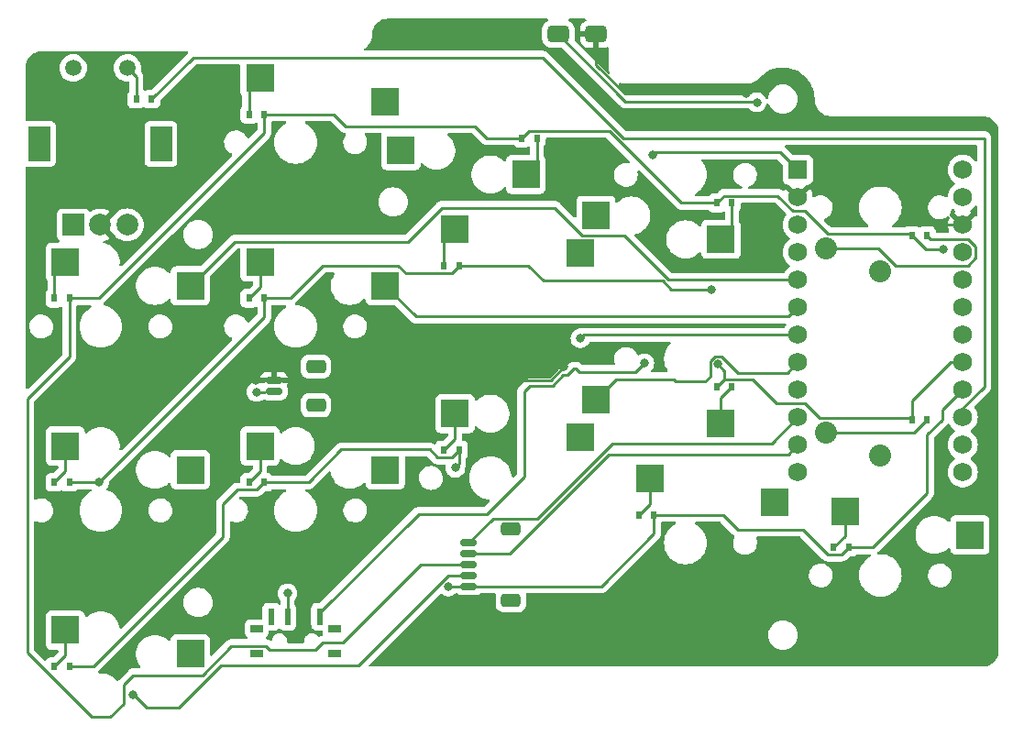
<source format=gbr>
%TF.GenerationSoftware,KiCad,Pcbnew,(7.0.0-0)*%
%TF.CreationDate,2023-02-20T17:01:47+08:00*%
%TF.ProjectId,left,6c656674-2e6b-4696-9361-645f70636258,v1.0.0*%
%TF.SameCoordinates,Original*%
%TF.FileFunction,Copper,L2,Bot*%
%TF.FilePolarity,Positive*%
%FSLAX46Y46*%
G04 Gerber Fmt 4.6, Leading zero omitted, Abs format (unit mm)*
G04 Created by KiCad (PCBNEW (7.0.0-0)) date 2023-02-20 17:01:47*
%MOMM*%
%LPD*%
G01*
G04 APERTURE LIST*
G04 Aperture macros list*
%AMRoundRect*
0 Rectangle with rounded corners*
0 $1 Rounding radius*
0 $2 $3 $4 $5 $6 $7 $8 $9 X,Y pos of 4 corners*
0 Add a 4 corners polygon primitive as box body*
4,1,4,$2,$3,$4,$5,$6,$7,$8,$9,$2,$3,0*
0 Add four circle primitives for the rounded corners*
1,1,$1+$1,$2,$3*
1,1,$1+$1,$4,$5*
1,1,$1+$1,$6,$7*
1,1,$1+$1,$8,$9*
0 Add four rect primitives between the rounded corners*
20,1,$1+$1,$2,$3,$4,$5,0*
20,1,$1+$1,$4,$5,$6,$7,0*
20,1,$1+$1,$6,$7,$8,$9,0*
20,1,$1+$1,$8,$9,$2,$3,0*%
G04 Aperture macros list end*
%TA.AperFunction,SMDPad,CuDef*%
%ADD10R,2.600000X2.600000*%
%TD*%
%TA.AperFunction,ComponentPad*%
%ADD11C,0.600000*%
%TD*%
%TA.AperFunction,SMDPad,CuDef*%
%ADD12R,0.600000X0.700000*%
%TD*%
%TA.AperFunction,ComponentPad*%
%ADD13C,2.032000*%
%TD*%
%TA.AperFunction,ComponentPad*%
%ADD14R,2.000000X2.000000*%
%TD*%
%TA.AperFunction,ComponentPad*%
%ADD15C,2.000000*%
%TD*%
%TA.AperFunction,ComponentPad*%
%ADD16C,1.500000*%
%TD*%
%TA.AperFunction,ComponentPad*%
%ADD17R,2.000000X3.200000*%
%TD*%
%TA.AperFunction,SMDPad,CuDef*%
%ADD18R,0.600000X1.524000*%
%TD*%
%TA.AperFunction,SMDPad,CuDef*%
%ADD19R,1.200000X0.700000*%
%TD*%
%TA.AperFunction,SMDPad,CuDef*%
%ADD20RoundRect,0.381000X0.619000X0.381000X-0.619000X0.381000X-0.619000X-0.381000X0.619000X-0.381000X0*%
%TD*%
%TA.AperFunction,SMDPad,CuDef*%
%ADD21RoundRect,0.378000X0.622000X0.378000X-0.622000X0.378000X-0.622000X-0.378000X0.622000X-0.378000X0*%
%TD*%
%TA.AperFunction,ComponentPad*%
%ADD22R,1.752600X1.752600*%
%TD*%
%TA.AperFunction,ComponentPad*%
%ADD23C,1.752600*%
%TD*%
%TA.AperFunction,SMDPad,CuDef*%
%ADD24RoundRect,0.150000X-0.625000X0.150000X-0.625000X-0.150000X0.625000X-0.150000X0.625000X0.150000X0*%
%TD*%
%TA.AperFunction,SMDPad,CuDef*%
%ADD25RoundRect,0.250000X-0.650000X0.350000X-0.650000X-0.350000X0.650000X-0.350000X0.650000X0.350000X0*%
%TD*%
%TA.AperFunction,ViaPad*%
%ADD26C,0.800000*%
%TD*%
%TA.AperFunction,Conductor*%
%ADD27C,0.250000*%
%TD*%
G04 APERTURE END LIST*
D10*
%TO.P,S1,1*%
%TO.N,C0R0D*%
X-3274999Y39949999D03*
%TO.P,S1,2*%
%TO.N,C0*%
X8274999Y37749999D03*
D11*
%TO.P,S1,3*%
%TO.N,C0R0D*%
X-3275000Y39950000D03*
%TO.P,S1,4*%
%TO.N,C0*%
X8275000Y37750000D03*
%TD*%
D12*
%TO.P,D1,1*%
%TO.N,R0*%
X-2899999Y36599999D03*
%TO.P,D1,2*%
%TO.N,C0R0D*%
X-4299999Y36599999D03*
%TD*%
D10*
%TO.P,S2,1*%
%TO.N,C0R1D*%
X-3274999Y22949999D03*
%TO.P,S2,2*%
%TO.N,C0*%
X8274999Y20749999D03*
D11*
%TO.P,S2,3*%
%TO.N,C0R1D*%
X-3275000Y22950000D03*
%TO.P,S2,4*%
%TO.N,C0*%
X8275000Y20750000D03*
%TD*%
D12*
%TO.P,D2,1*%
%TO.N,R1*%
X-2899999Y19599999D03*
%TO.P,D2,2*%
%TO.N,C0R1D*%
X-4299999Y19599999D03*
%TD*%
D10*
%TO.P,S3,1*%
%TO.N,C0R2D*%
X-3274999Y5949999D03*
%TO.P,S3,2*%
%TO.N,C0*%
X8274999Y3749999D03*
D11*
%TO.P,S3,3*%
%TO.N,C0R2D*%
X-3275000Y5950000D03*
%TO.P,S3,4*%
%TO.N,C0*%
X8275000Y3750000D03*
%TD*%
D12*
%TO.P,D3,1*%
%TO.N,R2*%
X-2899999Y2599999D03*
%TO.P,D3,2*%
%TO.N,C0R2D*%
X-4299999Y2599999D03*
%TD*%
D10*
%TO.P,S4,1*%
%TO.N,C1R0D*%
X14724999Y56949999D03*
%TO.P,S4,2*%
%TO.N,C1*%
X26274999Y54749999D03*
D11*
%TO.P,S4,3*%
%TO.N,C1R0D*%
X14725000Y56950000D03*
%TO.P,S4,4*%
%TO.N,C1*%
X26275000Y54750000D03*
%TD*%
D12*
%TO.P,D4,1*%
%TO.N,R0*%
X15099999Y53599999D03*
%TO.P,D4,2*%
%TO.N,C1R0D*%
X13699999Y53599999D03*
%TD*%
D10*
%TO.P,S5,1*%
%TO.N,C1R1D*%
X14724999Y39949999D03*
%TO.P,S5,2*%
%TO.N,C1*%
X26274999Y37749999D03*
D11*
%TO.P,S5,3*%
%TO.N,C1R1D*%
X14725000Y39950000D03*
%TO.P,S5,4*%
%TO.N,C1*%
X26275000Y37750000D03*
%TD*%
D12*
%TO.P,D5,1*%
%TO.N,R1*%
X15099999Y36599999D03*
%TO.P,D5,2*%
%TO.N,C1R1D*%
X13699999Y36599999D03*
%TD*%
D10*
%TO.P,S6,1*%
%TO.N,C1R2D*%
X14724999Y22949999D03*
%TO.P,S6,2*%
%TO.N,C1*%
X26274999Y20749999D03*
D11*
%TO.P,S6,3*%
%TO.N,C1R2D*%
X14725000Y22950000D03*
%TO.P,S6,4*%
%TO.N,C1*%
X26275000Y20750000D03*
%TD*%
D12*
%TO.P,D6,1*%
%TO.N,R2*%
X15099999Y19599999D03*
%TO.P,D6,2*%
%TO.N,C1R2D*%
X13699999Y19599999D03*
%TD*%
D10*
%TO.P,S7,1*%
%TO.N,C2R0D*%
X39274999Y48049999D03*
%TO.P,S7,2*%
%TO.N,C2*%
X27724999Y50249999D03*
D11*
%TO.P,S7,3*%
%TO.N,C2R0D*%
X39275000Y48050000D03*
%TO.P,S7,4*%
%TO.N,C2*%
X27725000Y50250000D03*
%TD*%
D12*
%TO.P,D7,1*%
%TO.N,R0*%
X38899999Y51399999D03*
%TO.P,D7,2*%
%TO.N,C2R0D*%
X40299999Y51399999D03*
%TD*%
D10*
%TO.P,S8,1*%
%TO.N,C2R1D*%
X32724999Y42949999D03*
%TO.P,S8,2*%
%TO.N,C2*%
X44274999Y40749999D03*
D11*
%TO.P,S8,3*%
%TO.N,C2R1D*%
X32725000Y42950000D03*
%TO.P,S8,4*%
%TO.N,C2*%
X44275000Y40750000D03*
%TD*%
D12*
%TO.P,D8,1*%
%TO.N,R1*%
X33099999Y39599999D03*
%TO.P,D8,2*%
%TO.N,C2R1D*%
X31699999Y39599999D03*
%TD*%
D10*
%TO.P,S9,1*%
%TO.N,C2R2D*%
X32724999Y25949999D03*
%TO.P,S9,2*%
%TO.N,C2*%
X44274999Y23749999D03*
D11*
%TO.P,S9,3*%
%TO.N,C2R2D*%
X32725000Y25950000D03*
%TO.P,S9,4*%
%TO.N,C2*%
X44275000Y23750000D03*
%TD*%
D12*
%TO.P,D9,1*%
%TO.N,R2*%
X33099999Y22599999D03*
%TO.P,D9,2*%
%TO.N,C2R2D*%
X31699999Y22599999D03*
%TD*%
D10*
%TO.P,S10,1*%
%TO.N,C3R0D*%
X57274999Y42049999D03*
%TO.P,S10,2*%
%TO.N,C3*%
X45724999Y44249999D03*
D11*
%TO.P,S10,3*%
%TO.N,C3R0D*%
X57275000Y42050000D03*
%TO.P,S10,4*%
%TO.N,C3*%
X45725000Y44250000D03*
%TD*%
D12*
%TO.P,D10,1*%
%TO.N,R0*%
X56899999Y45399999D03*
%TO.P,D10,2*%
%TO.N,C3R0D*%
X58299999Y45399999D03*
%TD*%
D10*
%TO.P,S11,1*%
%TO.N,C3R1D*%
X57274999Y25049999D03*
%TO.P,S11,2*%
%TO.N,C3*%
X45724999Y27249999D03*
D11*
%TO.P,S11,3*%
%TO.N,C3R1D*%
X57275000Y25050000D03*
%TO.P,S11,4*%
%TO.N,C3*%
X45725000Y27250000D03*
%TD*%
D12*
%TO.P,D11,1*%
%TO.N,R1*%
X56899999Y28399999D03*
%TO.P,D11,2*%
%TO.N,C3R1D*%
X58299999Y28399999D03*
%TD*%
D10*
%TO.P,S12,1*%
%TO.N,C3R2D*%
X50724999Y19949999D03*
%TO.P,S12,2*%
%TO.N,C3*%
X62274999Y17749999D03*
D11*
%TO.P,S12,3*%
%TO.N,C3R2D*%
X50725000Y19950000D03*
%TO.P,S12,4*%
%TO.N,C3*%
X62275000Y17750000D03*
%TD*%
D12*
%TO.P,D12,1*%
%TO.N,R2*%
X51099999Y16599999D03*
%TO.P,D12,2*%
%TO.N,C3R2D*%
X49699999Y16599999D03*
%TD*%
D13*
%TO.P,S13,1*%
%TO.N,C4R0D*%
X67000000Y41200000D03*
%TO.P,S13,2*%
%TO.N,C4*%
X72000000Y39100000D03*
%TD*%
D12*
%TO.P,D13,1*%
%TO.N,R0*%
X74899999Y42399999D03*
%TO.P,D13,2*%
%TO.N,C4R0D*%
X76299999Y42399999D03*
%TD*%
D13*
%TO.P,S14,1*%
%TO.N,C4R1D*%
X67000000Y24200000D03*
%TO.P,S14,2*%
%TO.N,C4*%
X72000000Y22100000D03*
%TD*%
D12*
%TO.P,D14,1*%
%TO.N,R1*%
X74899999Y25399999D03*
%TO.P,D14,2*%
%TO.N,C4R1D*%
X76299999Y25399999D03*
%TD*%
D10*
%TO.P,S15,1*%
%TO.N,C4R2D*%
X68724999Y16949999D03*
%TO.P,S15,2*%
%TO.N,C4*%
X80274999Y14749999D03*
D11*
%TO.P,S15,3*%
%TO.N,C4R2D*%
X68725000Y16950000D03*
%TO.P,S15,4*%
%TO.N,C4*%
X80275000Y14750000D03*
%TD*%
D12*
%TO.P,D15,1*%
%TO.N,R2*%
X69099999Y13599999D03*
%TO.P,D15,2*%
%TO.N,C4R2D*%
X67699999Y13599999D03*
%TD*%
D14*
%TO.P,ROT1,A*%
%TO.N,P2*%
X-2539999Y43379999D03*
D15*
%TO.P,ROT1,C*%
%TO.N,GND*%
X-40000Y43380000D03*
%TO.P,ROT1,B*%
%TO.N,P3*%
X2460000Y43380000D03*
D16*
%TO.P,ROT1,1*%
%TO.N,C0*%
X-2540000Y57880000D03*
%TO.P,ROT1,2*%
%TO.N,C0R3D*%
X2460000Y57880000D03*
D17*
%TO.P,ROT1,*%
%TO.N,*%
X-5639999Y50879999D03*
X5559999Y50879999D03*
%TD*%
D12*
%TO.P,D16,1*%
%TO.N,R3*%
X4699999Y54999999D03*
%TO.P,D16,2*%
%TO.N,C0R3D*%
X3299999Y54999999D03*
%TD*%
D18*
%TO.P,SS1,1*%
%TO.N,RAW*%
X20249999Y7199999D03*
%TO.P,SS1,2*%
%TO.N,BSLI*%
X17249999Y7199999D03*
%TO.P,SS1,3*%
%TO.N,three*%
X15749999Y7199999D03*
D19*
%TO.P,SS1,4*%
%TO.N,N/C*%
X14399999Y6099999D03*
X14399999Y3799999D03*
X21599999Y6099999D03*
X21599999Y3799999D03*
%TD*%
D20*
%TO.P,SB1,1*%
%TO.N,GND*%
X45750000Y61000000D03*
D21*
%TO.P,SB1,2*%
%TO.N,RST*%
X42250000Y61000000D03*
%TD*%
D22*
%TO.P,MCU1,1*%
%TO.N,RAW*%
X64379999Y48469999D03*
D23*
%TO.P,MCU1,2*%
%TO.N,GND*%
X64380000Y45930000D03*
%TO.P,MCU1,3*%
%TO.N,RST*%
X64380000Y43390000D03*
%TO.P,MCU1,4*%
%TO.N,VCC*%
X64380000Y40850000D03*
%TO.P,MCU1,5*%
%TO.N,C0*%
X64380000Y38310000D03*
%TO.P,MCU1,6*%
%TO.N,C1*%
X64380000Y35770000D03*
%TO.P,MCU1,7*%
%TO.N,C2*%
X64380000Y33230000D03*
%TO.P,MCU1,8*%
%TO.N,C3*%
X64380000Y30690000D03*
%TO.P,MCU1,9*%
%TO.N,C4*%
X64380000Y28150000D03*
%TO.P,MCU1,10*%
%TO.N,C5*%
X64380000Y25610000D03*
%TO.P,MCU1,11*%
%TO.N,C6*%
X64380000Y23070000D03*
%TO.P,MCU1,12*%
%TO.N,P10*%
X64380000Y20530000D03*
%TO.P,MCU1,13*%
%TO.N,P1*%
X79620000Y48470000D03*
%TO.P,MCU1,14*%
%TO.N,P0*%
X79620000Y45930000D03*
%TO.P,MCU1,15*%
%TO.N,GND*%
X79620000Y43390000D03*
%TO.P,MCU1,16*%
X79620000Y40850000D03*
%TO.P,MCU1,17*%
%TO.N,P2*%
X79620000Y38310000D03*
%TO.P,MCU1,18*%
%TO.N,P3*%
X79620000Y35770000D03*
%TO.P,MCU1,19*%
%TO.N,R0*%
X79620000Y33230000D03*
%TO.P,MCU1,20*%
%TO.N,R1*%
X79620000Y30690000D03*
%TO.P,MCU1,21*%
%TO.N,R2*%
X79620000Y28150000D03*
%TO.P,MCU1,22*%
%TO.N,R3*%
X79620000Y25610000D03*
%TO.P,MCU1,23*%
%TO.N,P8*%
X79620000Y23070000D03*
%TO.P,MCU1,24*%
%TO.N,P9*%
X79620000Y20530000D03*
%TD*%
D24*
%TO.P,JB1,2*%
%TO.N,BSLI*%
X16000000Y28000000D03*
%TO.P,JB1,1*%
%TO.N,GND*%
X16000000Y29000000D03*
D25*
%TO.P,JB1,MP*%
%TO.N,N/C*%
X19875000Y26700000D03*
X19875000Y30300000D03*
%TD*%
D24*
%TO.P,JC1,5*%
%TO.N,R2*%
X34000000Y10000000D03*
%TO.P,JC1,4*%
%TO.N,R1*%
X34000000Y11000000D03*
%TO.P,JC1,3*%
%TO.N,R0*%
X34000000Y12000000D03*
%TO.P,JC1,2*%
%TO.N,C6*%
X34000000Y13000000D03*
%TO.P,JC1,1*%
%TO.N,C5*%
X34000000Y14000000D03*
D25*
%TO.P,JC1,MP*%
%TO.N,N/C*%
X37875000Y15300000D03*
X37875000Y8700000D03*
%TD*%
D26*
%TO.N,R0*%
X77800000Y41100000D03*
%TO.N,R1*%
X-150000Y19600000D03*
X56400000Y37400000D03*
X57000000Y30500000D03*
X3000000Y0D03*
%TO.N,R2*%
X32750000Y20950000D03*
X32100000Y9950000D03*
%TO.N,C2*%
X44300000Y32900000D03*
%TO.N,GND*%
X14350000Y29000000D03*
X42800000Y30250000D03*
X45750000Y59000000D03*
X59600000Y55500000D03*
X8400000Y47100000D03*
%TO.N,RAW*%
X50950000Y49850000D03*
X50200000Y30600000D03*
%TO.N,BSLI*%
X17250000Y9350000D03*
X14400000Y27950000D03*
%TO.N,RST*%
X60600000Y54700000D03*
%TD*%
D27*
%TO.N,C0*%
X41950000Y44950000D02*
X44500000Y42400000D01*
X31475000Y44950000D02*
X41950000Y44950000D01*
X44500000Y42400000D02*
X48350000Y42400000D01*
X48350000Y42400000D02*
X52440000Y38310000D01*
X12350000Y41825000D02*
X28350000Y41825000D01*
X8275000Y37750000D02*
X12350000Y41825000D01*
X28350000Y41825000D02*
X31475000Y44950000D01*
X52440000Y38310000D02*
X64380000Y38310000D01*
%TO.N,C0R0D*%
X-4300000Y38925000D02*
X-3275000Y39950000D01*
X-4300000Y36600000D02*
X-4300000Y38925000D01*
%TO.N,R0*%
X76200000Y41100000D02*
X74900000Y42400000D01*
X65000000Y44700000D02*
X67159000Y42541000D01*
X-6800000Y27300000D02*
X-2900000Y31200000D01*
X22598350Y52500000D02*
X34545001Y52500000D01*
X77800000Y41100000D02*
X76200000Y41100000D01*
X34545001Y52500000D02*
X35645001Y51400000D01*
X67159000Y42541000D02*
X74759000Y42541000D01*
X63911105Y44700000D02*
X65000000Y44700000D01*
X19841726Y4125000D02*
X15575000Y4125000D01*
X15100000Y51866316D02*
X15100000Y53600000D01*
X12075000Y4475000D02*
X9377500Y1777500D01*
X-865499Y-2089500D02*
X-6800000Y3845001D01*
X21498350Y53600000D02*
X22598350Y52500000D01*
X-2900000Y36600000D02*
X-166316Y36600000D01*
X34000000Y12000000D02*
X29585965Y12000000D01*
X56900000Y45400000D02*
X57575000Y46075000D01*
X39575000Y52075000D02*
X46970001Y52075000D01*
X20516726Y4800000D02*
X19841726Y4125000D01*
X53645001Y45400000D02*
X56900000Y45400000D01*
X15100000Y53600000D02*
X21498350Y53600000D01*
X3001501Y1777500D02*
X2089500Y865499D01*
X38900000Y51400000D02*
X39575000Y52075000D01*
X62536105Y46075000D02*
X63911105Y44700000D01*
X46970001Y52075000D02*
X53645001Y45400000D01*
X-166316Y36600000D02*
X15100000Y51866316D01*
X74759000Y42541000D02*
X74900000Y42400000D01*
X-2900000Y31200000D02*
X-2900000Y36600000D01*
X9377500Y1777500D02*
X3001501Y1777500D01*
X2089500Y865499D02*
X2089500Y-865499D01*
X-6800000Y3845001D02*
X-6800000Y27300000D01*
X15225000Y4475000D02*
X12075000Y4475000D01*
X22385965Y4800000D02*
X20516726Y4800000D01*
X35645001Y51400000D02*
X38900000Y51400000D01*
X865499Y-2089500D02*
X-865499Y-2089500D01*
X29585965Y12000000D02*
X22385965Y4800000D01*
X2089500Y-865499D02*
X865499Y-2089500D01*
X57575000Y46075000D02*
X62536105Y46075000D01*
X15575000Y4125000D02*
X15225000Y4475000D01*
%TO.N,C0R1D*%
X-3275000Y20625000D02*
X-4300000Y19600000D01*
X-3275000Y22950000D02*
X-3275000Y20625000D01*
%TO.N,R1*%
X-166316Y19600000D02*
X-2900000Y19600000D01*
X78456316Y30690000D02*
X79620000Y30690000D01*
X11138769Y2702373D02*
X7210496Y-1225900D01*
X7210496Y-1225900D02*
X4275900Y-1225900D01*
X20525000Y39625000D02*
X17500000Y36600000D01*
X57600000Y29100000D02*
X57600000Y29900000D01*
X-150000Y19600000D02*
X-166316Y19600000D01*
X27475000Y39625000D02*
X20525000Y39625000D01*
X66359000Y25541000D02*
X65000000Y26900000D01*
X-150000Y19616316D02*
X-150000Y19600000D01*
X74900000Y25400000D02*
X74900000Y27133684D01*
X65000000Y26900000D02*
X62375000Y26900000D01*
X57600000Y29100000D02*
X56900000Y28400000D01*
X74759000Y25541000D02*
X66359000Y25541000D01*
X74900000Y25400000D02*
X74759000Y25541000D01*
X15100000Y36600000D02*
X15100000Y34866316D01*
X60175000Y29100000D02*
X57600000Y29100000D01*
X4275900Y-1225900D02*
X3050000Y0D01*
X52700000Y37400000D02*
X56400000Y37400000D01*
X17500000Y36600000D02*
X15100000Y36600000D01*
X40872450Y38225900D02*
X51874100Y38225900D01*
X15100000Y34866316D02*
X-150000Y19616316D01*
X39498350Y39600000D02*
X40872450Y38225900D01*
X51874100Y38225900D02*
X52700000Y37400000D01*
X23827068Y2702373D02*
X11138769Y2702373D01*
X57600000Y29900000D02*
X57000000Y30500000D01*
X34000000Y11000000D02*
X32124695Y11000000D01*
X28175000Y38925000D02*
X27475000Y39625000D01*
X62375000Y26900000D02*
X60175000Y29100000D01*
X32124695Y11000000D02*
X23827068Y2702373D01*
X32425000Y38925000D02*
X28175000Y38925000D01*
X33100000Y39600000D02*
X32425000Y38925000D01*
X74900000Y27133684D02*
X78456316Y30690000D01*
X33100000Y39600000D02*
X39498350Y39600000D01*
%TO.N,C0R2D*%
X-3275000Y3625000D02*
X-4300000Y2600000D01*
X-3275000Y5950000D02*
X-3275000Y3625000D01*
%TO.N,R2*%
X77700000Y25388895D02*
X77700000Y26300000D01*
X69100000Y13600000D02*
X71301650Y13600000D01*
X32400000Y21900000D02*
X33100000Y22600000D01*
X11274100Y14572450D02*
X11274100Y17599100D01*
X-2900000Y2600000D02*
X-698350Y2600000D01*
X67175000Y12925000D02*
X68425000Y12925000D01*
X34000000Y10000000D02*
X46233684Y10000000D01*
X31100000Y21900000D02*
X32400000Y21900000D01*
X34000000Y10000000D02*
X32300000Y10000000D01*
X76300000Y23988895D02*
X77700000Y25388895D01*
X11274100Y17599100D02*
X12600000Y18925000D01*
X77700000Y26300000D02*
X77770000Y26300000D01*
X32100000Y9950000D02*
X32250000Y9950000D01*
X68425000Y12925000D02*
X69100000Y13600000D01*
X77770000Y26300000D02*
X79620000Y28150000D01*
X51100000Y14866316D02*
X51100000Y16600000D01*
X14425000Y18925000D02*
X15100000Y19600000D01*
X19198350Y19600000D02*
X22223350Y22625000D01*
X33100000Y21300000D02*
X32750000Y20950000D01*
X64874100Y15225900D02*
X67175000Y12925000D01*
X15100000Y19600000D02*
X19198350Y19600000D01*
X76300000Y18598350D02*
X76300000Y23988895D01*
X-698350Y2600000D02*
X11274100Y14572450D01*
X22223350Y22625000D02*
X30375000Y22625000D01*
X51100000Y16600000D02*
X57498350Y16600000D01*
X58872450Y15225900D02*
X64874100Y15225900D01*
X33100000Y22600000D02*
X33100000Y21300000D01*
X12600000Y18925000D02*
X14425000Y18925000D01*
X71301650Y13600000D02*
X76300000Y18598350D01*
X57498350Y16600000D02*
X58872450Y15225900D01*
X32300000Y10000000D02*
X32100000Y9950000D01*
X30375000Y22625000D02*
X31100000Y21900000D01*
X46233684Y10000000D02*
X51100000Y14866316D01*
%TO.N,C1*%
X29114500Y34910500D02*
X63520500Y34910500D01*
X26275000Y37750000D02*
X29114500Y34910500D01*
X63520500Y34910500D02*
X64380000Y35770000D01*
%TO.N,C1R0D*%
X13700000Y53600000D02*
X13700000Y55925000D01*
X13700000Y55925000D02*
X14725000Y56950000D01*
%TO.N,C1R1D*%
X14725000Y37625000D02*
X13700000Y36600000D01*
X14725000Y39950000D02*
X14725000Y37625000D01*
%TO.N,C1R2D*%
X14725000Y22950000D02*
X14725000Y20625000D01*
X14725000Y20625000D02*
X13700000Y19600000D01*
%TO.N,C2*%
X44630000Y33230000D02*
X44300000Y32900000D01*
X64380000Y33230000D02*
X44630000Y33230000D01*
%TO.N,C2R0D*%
X40300000Y51400000D02*
X40300000Y49075000D01*
X40300000Y49075000D02*
X39275000Y48050000D01*
%TO.N,C2R1D*%
X31700000Y39600000D02*
X31700000Y41925000D01*
X31700000Y41925000D02*
X32725000Y42950000D01*
%TO.N,C2R2D*%
X32725000Y25950000D02*
X32725000Y23625000D01*
X32725000Y23625000D02*
X31700000Y22600000D01*
%TO.N,C3*%
X47600000Y29125000D02*
X52920001Y29125000D01*
X56699695Y31225000D02*
X57300305Y31225000D01*
X52920001Y29125000D02*
X53134501Y28910500D01*
X53134501Y28910500D02*
X55835195Y28910500D01*
X55835195Y28910500D02*
X56275000Y29350305D01*
X45725000Y27250000D02*
X47600000Y29125000D01*
X56275000Y30800305D02*
X56699695Y31225000D01*
X58825305Y29700000D02*
X63390000Y29700000D01*
X56275000Y29350305D02*
X56275000Y30800305D01*
X57300305Y31225000D02*
X58825305Y29700000D01*
X63390000Y29700000D02*
X64380000Y30690000D01*
%TO.N,C3R0D*%
X58300000Y43075000D02*
X57275000Y42050000D01*
X58300000Y45400000D02*
X58300000Y43075000D01*
%TO.N,C3R1D*%
X57275000Y27375000D02*
X58300000Y28400000D01*
X57275000Y25050000D02*
X57275000Y27375000D01*
%TO.N,C3R2D*%
X50725000Y17625000D02*
X49700000Y16600000D01*
X50725000Y19950000D02*
X50725000Y17625000D01*
%TO.N,C4R0D*%
X80117595Y42051300D02*
X80821300Y41347595D01*
X80068895Y39600000D02*
X73396461Y39600000D01*
X80821300Y41347595D02*
X80821300Y40352405D01*
X76648700Y42051300D02*
X80117595Y42051300D01*
X73396461Y39600000D02*
X71796461Y41200000D01*
X80821300Y40352405D02*
X80068895Y39600000D01*
X76300000Y42400000D02*
X76648700Y42051300D01*
X71796461Y41200000D02*
X67000000Y41200000D01*
%TO.N,C4R1D*%
X75100000Y24200000D02*
X76300000Y25400000D01*
X67000000Y24200000D02*
X75100000Y24200000D01*
%TO.N,C4R2D*%
X68725000Y16950000D02*
X68725000Y14625000D01*
X68725000Y14625000D02*
X67700000Y13600000D01*
%TO.N,C0R3D*%
X3300000Y57040000D02*
X2460000Y57880000D01*
X3300000Y55000000D02*
X3300000Y57040000D01*
%TO.N,GND*%
X16000000Y29000000D02*
X14350000Y29000000D01*
X76564999Y43390000D02*
X72865499Y47089500D01*
X65539500Y47089500D02*
X64380000Y45930000D01*
X3680000Y47100000D02*
X-40000Y43380000D01*
X8400000Y47100000D02*
X3680000Y47100000D01*
X45750000Y59000000D02*
X45750000Y61000000D01*
X45750000Y58150000D02*
X48400000Y55500000D01*
X42800000Y30250000D02*
X41550000Y29000000D01*
X48400000Y55500000D02*
X59600000Y55500000D01*
X45750000Y59000000D02*
X45750000Y58150000D01*
X79620000Y43390000D02*
X76564999Y43390000D01*
X72865499Y47089500D02*
X65539500Y47089500D01*
X41550000Y29000000D02*
X16000000Y29000000D01*
%TO.N,R3*%
X40856397Y58825000D02*
X8525000Y58825000D01*
X8525000Y58825000D02*
X4700000Y55000000D01*
X78778895Y25610000D02*
X81600000Y28431105D01*
X81600000Y28431105D02*
X81600000Y51400000D01*
X81600000Y51400000D02*
X48281397Y51400000D01*
X48281397Y51400000D02*
X40856397Y58825000D01*
X79620000Y25610000D02*
X78778895Y25610000D01*
%TO.N,RAW*%
X39650000Y28550000D02*
X39100000Y28000000D01*
X50200000Y30600000D02*
X49374100Y29774100D01*
X47966316Y29800000D02*
X44200000Y29800000D01*
X41750000Y28550000D02*
X39650000Y28550000D01*
X29350000Y16675000D02*
X20250000Y7575000D01*
X62760500Y50089500D02*
X64380000Y48470000D01*
X49374100Y29774100D02*
X47992216Y29774100D01*
X35629999Y16675000D02*
X29350000Y16675000D01*
X43675305Y30100000D02*
X43075305Y29500000D01*
X43900000Y30100000D02*
X43675305Y30100000D01*
X44200000Y29800000D02*
X43900000Y30100000D01*
X42700000Y29500000D02*
X41750000Y28550000D01*
X39100000Y20145001D02*
X35629999Y16675000D01*
X47992216Y29774100D02*
X47966316Y29800000D01*
X43075305Y29500000D02*
X42700000Y29500000D01*
X51189500Y50089500D02*
X62760500Y50089500D01*
X39100000Y28000000D02*
X39100000Y20145001D01*
%TO.N,BSLI*%
X17250000Y7575000D02*
X17250000Y9350000D01*
X16000000Y28000000D02*
X14400000Y27950000D01*
%TO.N,RST*%
X42250000Y61000000D02*
X48475000Y54775000D01*
X48475000Y54775000D02*
X60525000Y54775000D01*
X60525000Y54775000D02*
X60600000Y54700000D01*
%TO.N,C5*%
X47275000Y23175000D02*
X40325000Y16225000D01*
X64380000Y25610000D02*
X61945000Y23175000D01*
X40325000Y16225000D02*
X36225000Y16225000D01*
X36225000Y16225000D02*
X34000000Y14000000D01*
X61945000Y23175000D02*
X47275000Y23175000D01*
%TO.N,C6*%
X37736396Y13000000D02*
X34000000Y13000000D01*
X63503700Y22193700D02*
X46930096Y22193700D01*
X46930096Y22193700D02*
X37736396Y13000000D01*
X64380000Y23070000D02*
X63503700Y22193700D01*
%TD*%
%TA.AperFunction,Conductor*%
%TO.N,GND*%
G36*
X17077895Y52949591D02*
G01*
X17123358Y52903475D01*
X17139372Y52840729D01*
X17121572Y52778467D01*
X17074812Y52733668D01*
X17032753Y52710702D01*
X16934927Y52657285D01*
X16709912Y52488841D01*
X16511159Y52290088D01*
X16342715Y52065073D01*
X16340589Y52061179D01*
X16340588Y52061178D01*
X16210131Y51822264D01*
X16210128Y51822257D01*
X16208008Y51818375D01*
X16206462Y51814232D01*
X16206460Y51814226D01*
X16113894Y51566045D01*
X16109781Y51555018D01*
X16108840Y51550692D01*
X16050975Y51284696D01*
X16050973Y51284687D01*
X16050033Y51280363D01*
X16049717Y51275949D01*
X16049716Y51275940D01*
X16038815Y51123518D01*
X16029981Y51000000D01*
X16030297Y50995582D01*
X16049716Y50724059D01*
X16049717Y50724048D01*
X16050033Y50719637D01*
X16050973Y50715314D01*
X16050975Y50715303D01*
X16089028Y50540381D01*
X16109781Y50444982D01*
X16111323Y50440845D01*
X16111326Y50440838D01*
X16206460Y50185773D01*
X16206464Y50185762D01*
X16208008Y50181625D01*
X16210125Y50177747D01*
X16210131Y50177735D01*
X16340588Y49938821D01*
X16340592Y49938813D01*
X16342715Y49934927D01*
X16345372Y49931377D01*
X16345375Y49931373D01*
X16508500Y49713463D01*
X16508505Y49713456D01*
X16511159Y49709912D01*
X16514289Y49706781D01*
X16514296Y49706774D01*
X16706774Y49514296D01*
X16706781Y49514289D01*
X16709912Y49511159D01*
X16713456Y49508505D01*
X16713463Y49508500D01*
X16931373Y49345375D01*
X16931377Y49345372D01*
X16934927Y49342715D01*
X16938813Y49340592D01*
X16938821Y49340588D01*
X17177735Y49210131D01*
X17177747Y49210125D01*
X17181625Y49208008D01*
X17185762Y49206464D01*
X17185773Y49206460D01*
X17440838Y49111326D01*
X17440845Y49111323D01*
X17444982Y49109781D01*
X17449305Y49108840D01*
X17449307Y49108840D01*
X17715303Y49050975D01*
X17715314Y49050973D01*
X17719637Y49050033D01*
X17724048Y49049717D01*
X17724059Y49049716D01*
X17927614Y49035158D01*
X17927617Y49035157D01*
X17929825Y49035000D01*
X18067960Y49035000D01*
X18070175Y49035000D01*
X18072383Y49035157D01*
X18072385Y49035158D01*
X18275940Y49049716D01*
X18275949Y49049717D01*
X18280363Y49050033D01*
X18284687Y49050973D01*
X18284696Y49050975D01*
X18550692Y49108840D01*
X18555018Y49109781D01*
X18559157Y49111325D01*
X18559161Y49111326D01*
X18814226Y49206460D01*
X18814232Y49206462D01*
X18818375Y49208008D01*
X18822257Y49210128D01*
X18822264Y49210131D01*
X19061178Y49340588D01*
X19061179Y49340589D01*
X19065073Y49342715D01*
X19290088Y49511159D01*
X19488841Y49709912D01*
X19657285Y49934927D01*
X19791992Y50181625D01*
X19890219Y50444982D01*
X19949967Y50719637D01*
X19970019Y51000000D01*
X19949967Y51280363D01*
X19890219Y51555018D01*
X19791992Y51818375D01*
X19657285Y52065073D01*
X19488841Y52290088D01*
X19290088Y52488841D01*
X19065073Y52657285D01*
X18937533Y52726927D01*
X18925188Y52733668D01*
X18878428Y52778467D01*
X18860628Y52840729D01*
X18876642Y52903475D01*
X18922105Y52949591D01*
X18984615Y52966500D01*
X21184584Y52966500D01*
X21232037Y52957061D01*
X21272265Y52930181D01*
X22094650Y52107793D01*
X22102248Y52099444D01*
X22106350Y52092982D01*
X22112036Y52087641D01*
X22112039Y52087639D01*
X22156019Y52046338D01*
X22158811Y52043633D01*
X22178580Y52023865D01*
X22181652Y52021481D01*
X22181656Y52021478D01*
X22181858Y52021322D01*
X22190720Y52013752D01*
X22206744Y51998705D01*
X22223029Y51983414D01*
X22229857Y51979659D01*
X22229860Y51979658D01*
X22240917Y51973579D01*
X22257169Y51962903D01*
X22267141Y51955168D01*
X22267152Y51955160D01*
X22273309Y51950386D01*
X22280460Y51947291D01*
X22280466Y51947288D01*
X22313978Y51932786D01*
X22324465Y51927648D01*
X22356448Y51910065D01*
X22356456Y51910061D01*
X22363290Y51906305D01*
X22370841Y51904366D01*
X22370849Y51904363D01*
X22383072Y51901225D01*
X22401469Y51894926D01*
X22420205Y51886819D01*
X22427903Y51885599D01*
X22427909Y51885598D01*
X22463961Y51879888D01*
X22475395Y51877520D01*
X22510767Y51868438D01*
X22510776Y51868436D01*
X22518320Y51866500D01*
X22526114Y51866500D01*
X22533859Y51865522D01*
X22533638Y51863780D01*
X22576655Y51853777D01*
X22620139Y51818220D01*
X22643473Y51767125D01*
X22641869Y51710976D01*
X22615655Y51661296D01*
X22598745Y51641781D01*
X22493574Y51459619D01*
X22491641Y51454035D01*
X22491639Y51454030D01*
X22426709Y51266427D01*
X22426707Y51266421D01*
X22424778Y51260846D01*
X22423938Y51255007D01*
X22423937Y51255001D01*
X22395682Y51058484D01*
X22395681Y51058478D01*
X22394843Y51052645D01*
X22395123Y51046760D01*
X22395123Y51046753D01*
X22402329Y50895502D01*
X22404852Y50842541D01*
X22406243Y50836803D01*
X22406244Y50836803D01*
X22451492Y50650286D01*
X22454442Y50638129D01*
X22456893Y50632760D01*
X22456897Y50632751D01*
X22539363Y50452175D01*
X22539367Y50452166D01*
X22541821Y50446795D01*
X22545247Y50441983D01*
X22545251Y50441977D01*
X22660400Y50280273D01*
X22660404Y50280267D01*
X22663831Y50275456D01*
X22668104Y50271381D01*
X22668109Y50271376D01*
X22811791Y50134376D01*
X22816063Y50130303D01*
X22821026Y50127113D01*
X22821028Y50127112D01*
X22988043Y50019778D01*
X22988048Y50019775D01*
X22993014Y50016584D01*
X22998498Y50014388D01*
X22998501Y50014387D01*
X23182799Y49940604D01*
X23182803Y49940602D01*
X23188288Y49938407D01*
X23194088Y49937289D01*
X23194092Y49937288D01*
X23389031Y49899717D01*
X23389035Y49899716D01*
X23394829Y49898600D01*
X23549514Y49898600D01*
X23552468Y49898600D01*
X23555397Y49898879D01*
X23555403Y49898880D01*
X23703508Y49913022D01*
X23703512Y49913022D01*
X23709389Y49913584D01*
X23715058Y49915248D01*
X23715060Y49915249D01*
X23905545Y49971180D01*
X23905548Y49971181D01*
X23911211Y49972844D01*
X23931194Y49983146D01*
X24092920Y50066522D01*
X24092923Y50066524D01*
X24098170Y50069229D01*
X24193723Y50144372D01*
X24258864Y50195599D01*
X24258866Y50195601D01*
X24263510Y50199253D01*
X24401255Y50358219D01*
X24506426Y50540381D01*
X24575222Y50739154D01*
X24605157Y50947355D01*
X24595148Y51157459D01*
X24545558Y51361871D01*
X24458179Y51553205D01*
X24374600Y51670574D01*
X24351925Y51733654D01*
X24365393Y51799320D01*
X24411071Y51848381D01*
X24475609Y51866500D01*
X25821735Y51866500D01*
X25879210Y51852376D01*
X25923591Y51813220D01*
X25944768Y51757954D01*
X25937917Y51699167D01*
X25925720Y51666466D01*
X25925718Y51666460D01*
X25923011Y51659201D01*
X25922182Y51651497D01*
X25922182Y51651494D01*
X25918624Y51618398D01*
X25916500Y51598638D01*
X25916500Y48901362D01*
X25916852Y48898082D01*
X25916853Y48898075D01*
X25922182Y48848505D01*
X25922182Y48848500D01*
X25923011Y48840799D01*
X25925717Y48833543D01*
X25925719Y48833536D01*
X25971011Y48712105D01*
X25971013Y48712099D01*
X25974111Y48703796D01*
X25979423Y48696698D01*
X25979426Y48696695D01*
X26056426Y48593835D01*
X26056429Y48593831D01*
X26061739Y48586739D01*
X26068831Y48581429D01*
X26068835Y48581426D01*
X26171695Y48504426D01*
X26171698Y48504423D01*
X26178796Y48499111D01*
X26187099Y48496013D01*
X26187105Y48496011D01*
X26308536Y48450719D01*
X26308543Y48450717D01*
X26315799Y48448011D01*
X26323500Y48447182D01*
X26323505Y48447182D01*
X26373075Y48441853D01*
X26373082Y48441852D01*
X26376362Y48441500D01*
X29070328Y48441500D01*
X29073638Y48441500D01*
X29076918Y48441852D01*
X29076924Y48441853D01*
X29126494Y48447182D01*
X29126497Y48447182D01*
X29134201Y48448011D01*
X29141458Y48450717D01*
X29141463Y48450719D01*
X29262894Y48496011D01*
X29262896Y48496012D01*
X29271204Y48499111D01*
X29369347Y48572580D01*
X29381164Y48581426D01*
X29388261Y48586739D01*
X29475889Y48703796D01*
X29526989Y48840799D01*
X29533500Y48901362D01*
X29533500Y48940954D01*
X29547439Y48998074D01*
X29586124Y49042351D01*
X29640855Y49063832D01*
X29699329Y49057686D01*
X29748399Y49025295D01*
X29802863Y48966595D01*
X29802872Y48966586D01*
X29806019Y48963195D01*
X29809641Y48960306D01*
X29809646Y48960302D01*
X30007516Y48802506D01*
X30007519Y48802503D01*
X30011143Y48799614D01*
X30015159Y48797295D01*
X30015161Y48797294D01*
X30234335Y48670753D01*
X30234346Y48670747D01*
X30238357Y48668432D01*
X30242670Y48666739D01*
X30242681Y48666734D01*
X30478261Y48574276D01*
X30478268Y48574273D01*
X30482584Y48572580D01*
X30487102Y48571548D01*
X30487108Y48571547D01*
X30733850Y48515229D01*
X30733858Y48515227D01*
X30738370Y48514198D01*
X30742989Y48513851D01*
X30742995Y48513851D01*
X30932191Y48499673D01*
X30932203Y48499672D01*
X30934506Y48499500D01*
X31063177Y48499500D01*
X31065494Y48499500D01*
X31067797Y48499672D01*
X31067808Y48499673D01*
X31257004Y48513851D01*
X31257008Y48513851D01*
X31261630Y48514198D01*
X31266143Y48515228D01*
X31266149Y48515229D01*
X31512891Y48571547D01*
X31512893Y48571547D01*
X31517416Y48572580D01*
X31521734Y48574275D01*
X31521738Y48574276D01*
X31757318Y48666734D01*
X31757324Y48666737D01*
X31761643Y48668432D01*
X31765658Y48670750D01*
X31765664Y48670753D01*
X31940162Y48771500D01*
X31988857Y48799614D01*
X32193981Y48963195D01*
X32372433Y49155521D01*
X32520228Y49372296D01*
X32634063Y49608677D01*
X32641648Y49633265D01*
X32690571Y49791873D01*
X32711396Y49859385D01*
X32750500Y50118818D01*
X32750500Y50381182D01*
X32711396Y50640615D01*
X32634063Y50891323D01*
X32520228Y51127704D01*
X32372433Y51344479D01*
X32193981Y51536805D01*
X32057614Y51645553D01*
X32020907Y51693765D01*
X32011427Y51753615D01*
X32031441Y51810811D01*
X32076168Y51851694D01*
X32134928Y51866500D01*
X34231235Y51866500D01*
X34278688Y51857061D01*
X34318916Y51830181D01*
X35141301Y51007793D01*
X35148899Y50999444D01*
X35153001Y50992982D01*
X35158687Y50987641D01*
X35158690Y50987639D01*
X35202670Y50946338D01*
X35205462Y50943633D01*
X35225231Y50923865D01*
X35228303Y50921481D01*
X35228307Y50921478D01*
X35228509Y50921322D01*
X35237371Y50913752D01*
X35256806Y50895502D01*
X35269680Y50883414D01*
X35276508Y50879659D01*
X35276511Y50879658D01*
X35287568Y50873579D01*
X35303820Y50862903D01*
X35313792Y50855168D01*
X35313803Y50855160D01*
X35319960Y50850386D01*
X35327111Y50847291D01*
X35327117Y50847288D01*
X35360629Y50832786D01*
X35371116Y50827648D01*
X35403099Y50810065D01*
X35403107Y50810061D01*
X35409941Y50806305D01*
X35417492Y50804366D01*
X35417500Y50804363D01*
X35429723Y50801225D01*
X35448120Y50794926D01*
X35466856Y50786819D01*
X35474554Y50785599D01*
X35474560Y50785598D01*
X35510612Y50779888D01*
X35522046Y50777520D01*
X35557418Y50768438D01*
X35557427Y50768436D01*
X35564971Y50766500D01*
X35585386Y50766500D01*
X35604784Y50764973D01*
X35617234Y50763001D01*
X35617235Y50763000D01*
X35624944Y50761780D01*
X35632709Y50762514D01*
X35632712Y50762514D01*
X35669059Y50765950D01*
X35680728Y50766500D01*
X38114961Y50766500D01*
X38170465Y50753384D01*
X38214226Y50716812D01*
X38236739Y50686739D01*
X38243835Y50681426D01*
X38243836Y50681426D01*
X38346695Y50604426D01*
X38346698Y50604423D01*
X38353796Y50599111D01*
X38362099Y50596013D01*
X38362105Y50596011D01*
X38483536Y50550719D01*
X38483543Y50550717D01*
X38490799Y50548011D01*
X38498500Y50547182D01*
X38498505Y50547182D01*
X38548075Y50541853D01*
X38548082Y50541852D01*
X38551362Y50541500D01*
X39245328Y50541500D01*
X39248638Y50541500D01*
X39251918Y50541852D01*
X39251924Y50541853D01*
X39301494Y50547182D01*
X39301497Y50547182D01*
X39309201Y50548011D01*
X39316458Y50550717D01*
X39316463Y50550719D01*
X39437894Y50596011D01*
X39437896Y50596012D01*
X39446204Y50599111D01*
X39468189Y50615569D01*
X39531447Y50639808D01*
X39598004Y50627186D01*
X39647995Y50581469D01*
X39666500Y50516302D01*
X39666500Y49982500D01*
X39649887Y49920500D01*
X39604500Y49875113D01*
X39542500Y49858500D01*
X37926362Y49858500D01*
X37865799Y49851989D01*
X37728796Y49800889D01*
X37611739Y49713261D01*
X37606426Y49706164D01*
X37551855Y49633265D01*
X37524111Y49596204D01*
X37521012Y49587896D01*
X37521011Y49587894D01*
X37475719Y49466463D01*
X37475717Y49466458D01*
X37473011Y49459201D01*
X37472182Y49451497D01*
X37472182Y49451494D01*
X37470677Y49437495D01*
X37466500Y49398638D01*
X37466500Y49395328D01*
X37466500Y49359046D01*
X37452561Y49301926D01*
X37413876Y49257649D01*
X37359145Y49236168D01*
X37300671Y49242314D01*
X37251601Y49274705D01*
X37245086Y49281727D01*
X37193981Y49336805D01*
X36988857Y49500386D01*
X36761643Y49631568D01*
X36517416Y49727420D01*
X36261630Y49785802D01*
X36065494Y49800500D01*
X35934506Y49800500D01*
X35738370Y49785802D01*
X35482584Y49727420D01*
X35238357Y49631568D01*
X35011143Y49500386D01*
X34806019Y49336805D01*
X34627567Y49144479D01*
X34479772Y48927704D01*
X34477756Y48923519D01*
X34477756Y48923518D01*
X34371944Y48703796D01*
X34365937Y48691323D01*
X34364573Y48686901D01*
X34364569Y48686891D01*
X34289971Y48445048D01*
X34288604Y48440615D01*
X34287913Y48436035D01*
X34287912Y48436028D01*
X34250190Y48185765D01*
X34250189Y48185754D01*
X34249500Y48181182D01*
X34249500Y47918818D01*
X34250189Y47914246D01*
X34250190Y47914234D01*
X34287912Y47663971D01*
X34287914Y47663961D01*
X34288604Y47659385D01*
X34289968Y47654959D01*
X34289971Y47654951D01*
X34364569Y47413108D01*
X34364574Y47413093D01*
X34365937Y47408677D01*
X34367944Y47404508D01*
X34367949Y47404497D01*
X34477756Y47176481D01*
X34477759Y47176474D01*
X34479772Y47172296D01*
X34482385Y47168463D01*
X34482387Y47168460D01*
X34563915Y47048881D01*
X34627567Y46955521D01*
X34630713Y46952129D01*
X34630719Y46952123D01*
X34796083Y46773903D01*
X34806019Y46763195D01*
X34809641Y46760306D01*
X34809646Y46760302D01*
X35007516Y46602506D01*
X35007519Y46602503D01*
X35011143Y46599614D01*
X35015159Y46597295D01*
X35015161Y46597294D01*
X35234335Y46470753D01*
X35234346Y46470747D01*
X35238357Y46468432D01*
X35242670Y46466739D01*
X35242681Y46466734D01*
X35478261Y46374276D01*
X35478268Y46374273D01*
X35482584Y46372580D01*
X35487102Y46371548D01*
X35487108Y46371547D01*
X35733850Y46315229D01*
X35733858Y46315227D01*
X35738370Y46314198D01*
X35742989Y46313851D01*
X35742995Y46313851D01*
X35932191Y46299673D01*
X35932203Y46299672D01*
X35934506Y46299500D01*
X36063177Y46299500D01*
X36065494Y46299500D01*
X36067797Y46299672D01*
X36067808Y46299673D01*
X36257004Y46313851D01*
X36257008Y46313851D01*
X36261630Y46314198D01*
X36266143Y46315228D01*
X36266149Y46315229D01*
X36512891Y46371547D01*
X36512893Y46371547D01*
X36517416Y46372580D01*
X36521734Y46374275D01*
X36521738Y46374276D01*
X36757318Y46466734D01*
X36757324Y46466737D01*
X36761643Y46468432D01*
X36765658Y46470750D01*
X36765664Y46470753D01*
X36894363Y46545058D01*
X36988857Y46599614D01*
X37193981Y46763195D01*
X37205218Y46775305D01*
X37251601Y46825295D01*
X37300671Y46857686D01*
X37359145Y46863832D01*
X37413876Y46842351D01*
X37452561Y46798074D01*
X37466500Y46740954D01*
X37466500Y46701362D01*
X37466852Y46698082D01*
X37466853Y46698075D01*
X37472182Y46648505D01*
X37472182Y46648500D01*
X37473011Y46640799D01*
X37475717Y46633543D01*
X37475719Y46633536D01*
X37521011Y46512105D01*
X37521013Y46512099D01*
X37524111Y46503796D01*
X37529423Y46496698D01*
X37529426Y46496695D01*
X37606426Y46393835D01*
X37606429Y46393831D01*
X37611739Y46386739D01*
X37618831Y46381429D01*
X37618835Y46381426D01*
X37721695Y46304426D01*
X37721698Y46304423D01*
X37728796Y46299111D01*
X37737099Y46296013D01*
X37737105Y46296011D01*
X37858536Y46250719D01*
X37858543Y46250717D01*
X37865799Y46248011D01*
X37873500Y46247182D01*
X37873505Y46247182D01*
X37923075Y46241853D01*
X37923082Y46241852D01*
X37926362Y46241500D01*
X40620328Y46241500D01*
X40623638Y46241500D01*
X40626918Y46241852D01*
X40626924Y46241853D01*
X40676494Y46247182D01*
X40676497Y46247182D01*
X40684201Y46248011D01*
X40691458Y46250717D01*
X40691463Y46250719D01*
X40812894Y46296011D01*
X40812896Y46296012D01*
X40821204Y46299111D01*
X40911846Y46366965D01*
X40931164Y46381426D01*
X40938261Y46386739D01*
X41025889Y46503796D01*
X41076989Y46640799D01*
X41083500Y46701362D01*
X41083500Y49398638D01*
X41076989Y49459201D01*
X41025889Y49596204D01*
X40999416Y49631568D01*
X40958233Y49686583D01*
X40939846Y49721734D01*
X40933500Y49760893D01*
X40933500Y50607400D01*
X40942939Y50654853D01*
X40963916Y50686248D01*
X40963261Y50686739D01*
X41010533Y50749887D01*
X41050889Y50803796D01*
X41101989Y50940799D01*
X41108500Y51001362D01*
X41108500Y51317500D01*
X41125113Y51379500D01*
X41170500Y51424887D01*
X41232500Y51441500D01*
X46656235Y51441500D01*
X46703688Y51432061D01*
X46743916Y51405181D01*
X48867368Y49281727D01*
X48898991Y49227846D01*
X48900329Y49165386D01*
X48871043Y49110200D01*
X48818566Y49076299D01*
X48756223Y49072287D01*
X48605171Y49101400D01*
X48447532Y49101400D01*
X48290611Y49086416D01*
X48088789Y49027156D01*
X47901830Y48930771D01*
X47736490Y48800747D01*
X47732621Y48796282D01*
X47643640Y48693592D01*
X47598745Y48641781D01*
X47493574Y48459619D01*
X47491641Y48454035D01*
X47491639Y48454030D01*
X47426709Y48266427D01*
X47426707Y48266421D01*
X47424778Y48260846D01*
X47423938Y48255007D01*
X47423937Y48255001D01*
X47395682Y48058484D01*
X47395681Y48058478D01*
X47394843Y48052645D01*
X47395123Y48046760D01*
X47395123Y48046753D01*
X47401921Y47904062D01*
X47404852Y47842541D01*
X47406243Y47836803D01*
X47406244Y47836803D01*
X47448172Y47663971D01*
X47454442Y47638129D01*
X47456893Y47632760D01*
X47456897Y47632751D01*
X47539363Y47452175D01*
X47539367Y47452166D01*
X47541821Y47446795D01*
X47545247Y47441983D01*
X47545251Y47441977D01*
X47660400Y47280273D01*
X47660404Y47280267D01*
X47663831Y47275456D01*
X47668104Y47271381D01*
X47668109Y47271376D01*
X47802945Y47142811D01*
X47816063Y47130303D01*
X47821026Y47127113D01*
X47821028Y47127112D01*
X47988043Y47019778D01*
X47988048Y47019775D01*
X47993014Y47016584D01*
X47998498Y47014388D01*
X47998501Y47014387D01*
X48182799Y46940604D01*
X48182803Y46940602D01*
X48188288Y46938407D01*
X48194088Y46937289D01*
X48194092Y46937288D01*
X48389031Y46899717D01*
X48389035Y46899716D01*
X48394829Y46898600D01*
X48549514Y46898600D01*
X48552468Y46898600D01*
X48555397Y46898879D01*
X48555403Y46898880D01*
X48703508Y46913022D01*
X48703512Y46913022D01*
X48709389Y46913584D01*
X48715058Y46915248D01*
X48715060Y46915249D01*
X48905545Y46971180D01*
X48905548Y46971181D01*
X48911211Y46972844D01*
X48916460Y46975550D01*
X49092920Y47066522D01*
X49092923Y47066524D01*
X49098170Y47069229D01*
X49234553Y47176481D01*
X49258864Y47195599D01*
X49258866Y47195601D01*
X49263510Y47199253D01*
X49356630Y47306719D01*
X49397388Y47353756D01*
X49397388Y47353757D01*
X49401255Y47358219D01*
X49506426Y47540381D01*
X49575222Y47739154D01*
X49605157Y47947355D01*
X49595148Y48157459D01*
X49572282Y48251713D01*
X49573645Y48315315D01*
X49606367Y48369871D01*
X49661835Y48401022D01*
X49725450Y48400568D01*
X49780468Y48368628D01*
X53141297Y45007798D01*
X53148899Y44999443D01*
X53153001Y44992982D01*
X53158680Y44987648D01*
X53158686Y44987642D01*
X53202686Y44946323D01*
X53205478Y44943618D01*
X53225232Y44923865D01*
X53228298Y44921485D01*
X53228318Y44921469D01*
X53228510Y44921321D01*
X53237376Y44913748D01*
X53263993Y44888753D01*
X53263999Y44888748D01*
X53269680Y44883414D01*
X53276513Y44879656D01*
X53276515Y44879656D01*
X53287575Y44873575D01*
X53303820Y44862904D01*
X53313794Y44855168D01*
X53313801Y44855163D01*
X53319961Y44850386D01*
X53327116Y44847289D01*
X53327119Y44847288D01*
X53360624Y44832788D01*
X53371106Y44827652D01*
X53403101Y44810064D01*
X53403108Y44810060D01*
X53409941Y44806305D01*
X53429720Y44801226D01*
X53448116Y44794927D01*
X53459692Y44789917D01*
X53459705Y44789913D01*
X53466856Y44786819D01*
X53474552Y44785599D01*
X53474559Y44785598D01*
X53510612Y44779888D01*
X53522046Y44777520D01*
X53557418Y44768438D01*
X53557427Y44768436D01*
X53564971Y44766500D01*
X53585386Y44766500D01*
X53604784Y44764973D01*
X53617234Y44763001D01*
X53617235Y44763000D01*
X53624944Y44761780D01*
X53632709Y44762514D01*
X53632712Y44762514D01*
X53669059Y44765950D01*
X53680728Y44766500D01*
X56114961Y44766500D01*
X56170465Y44753384D01*
X56214226Y44716812D01*
X56236739Y44686739D01*
X56243835Y44681426D01*
X56243836Y44681426D01*
X56346695Y44604426D01*
X56346698Y44604423D01*
X56353796Y44599111D01*
X56362099Y44596013D01*
X56362105Y44596011D01*
X56483536Y44550719D01*
X56483543Y44550717D01*
X56490799Y44548011D01*
X56498500Y44547182D01*
X56498505Y44547182D01*
X56548075Y44541853D01*
X56548082Y44541852D01*
X56551362Y44541500D01*
X57245328Y44541500D01*
X57248638Y44541500D01*
X57251918Y44541852D01*
X57251924Y44541853D01*
X57301494Y44547182D01*
X57301497Y44547182D01*
X57309201Y44548011D01*
X57316458Y44550717D01*
X57316463Y44550719D01*
X57437894Y44596011D01*
X57437896Y44596012D01*
X57446204Y44599111D01*
X57468189Y44615569D01*
X57531447Y44639808D01*
X57598004Y44627186D01*
X57647995Y44581469D01*
X57666500Y44516302D01*
X57666500Y43982500D01*
X57649887Y43920500D01*
X57604500Y43875113D01*
X57542500Y43858500D01*
X55926362Y43858500D01*
X55865799Y43851989D01*
X55728796Y43800889D01*
X55611739Y43713261D01*
X55606426Y43706164D01*
X55536765Y43613108D01*
X55524111Y43596204D01*
X55521012Y43587896D01*
X55521011Y43587894D01*
X55475719Y43466463D01*
X55475717Y43466458D01*
X55473011Y43459201D01*
X55472182Y43451497D01*
X55472182Y43451494D01*
X55466853Y43401924D01*
X55466500Y43398638D01*
X55466500Y43395328D01*
X55466500Y43359046D01*
X55452561Y43301926D01*
X55413876Y43257649D01*
X55359145Y43236168D01*
X55300671Y43242314D01*
X55251601Y43274705D01*
X55193981Y43336805D01*
X54988857Y43500386D01*
X54761643Y43631568D01*
X54517416Y43727420D01*
X54261630Y43785802D01*
X54065494Y43800500D01*
X53934506Y43800500D01*
X53738370Y43785802D01*
X53482584Y43727420D01*
X53238357Y43631568D01*
X53011143Y43500386D01*
X52806019Y43336805D01*
X52627567Y43144479D01*
X52479772Y42927704D01*
X52477756Y42923519D01*
X52477756Y42923518D01*
X52369993Y42699745D01*
X52365937Y42691323D01*
X52364573Y42686901D01*
X52364569Y42686891D01*
X52289971Y42445048D01*
X52288604Y42440615D01*
X52287913Y42436035D01*
X52287912Y42436028D01*
X52250190Y42185765D01*
X52250189Y42185754D01*
X52249500Y42181182D01*
X52249500Y41918818D01*
X52250189Y41914246D01*
X52250190Y41914234D01*
X52287912Y41663971D01*
X52287914Y41663961D01*
X52288604Y41659385D01*
X52289968Y41654959D01*
X52289971Y41654951D01*
X52364569Y41413108D01*
X52364574Y41413093D01*
X52365937Y41408677D01*
X52367944Y41404508D01*
X52367949Y41404497D01*
X52477756Y41176481D01*
X52477759Y41176474D01*
X52479772Y41172296D01*
X52482385Y41168463D01*
X52482387Y41168460D01*
X52547067Y41073592D01*
X52627567Y40955521D01*
X52630713Y40952129D01*
X52630719Y40952123D01*
X52773656Y40798074D01*
X52806019Y40763195D01*
X52809641Y40760306D01*
X52809646Y40760302D01*
X53007516Y40602506D01*
X53007519Y40602503D01*
X53011143Y40599614D01*
X53015159Y40597295D01*
X53015161Y40597294D01*
X53234335Y40470753D01*
X53234346Y40470747D01*
X53238357Y40468432D01*
X53242670Y40466739D01*
X53242681Y40466734D01*
X53478261Y40374276D01*
X53478268Y40374273D01*
X53482584Y40372580D01*
X53487102Y40371548D01*
X53487108Y40371547D01*
X53733850Y40315229D01*
X53733858Y40315227D01*
X53738370Y40314198D01*
X53742989Y40313851D01*
X53742995Y40313851D01*
X53932191Y40299673D01*
X53932203Y40299672D01*
X53934506Y40299500D01*
X54063177Y40299500D01*
X54065494Y40299500D01*
X54067797Y40299672D01*
X54067808Y40299673D01*
X54257004Y40313851D01*
X54257008Y40313851D01*
X54261630Y40314198D01*
X54266143Y40315228D01*
X54266149Y40315229D01*
X54512891Y40371547D01*
X54512893Y40371547D01*
X54517416Y40372580D01*
X54521734Y40374275D01*
X54521738Y40374276D01*
X54757318Y40466734D01*
X54757324Y40466737D01*
X54761643Y40468432D01*
X54765658Y40470750D01*
X54765664Y40470753D01*
X54899849Y40548225D01*
X54988857Y40599614D01*
X55193981Y40763195D01*
X55251601Y40825295D01*
X55300671Y40857686D01*
X55359145Y40863832D01*
X55413876Y40842351D01*
X55452561Y40798074D01*
X55466500Y40740954D01*
X55466500Y40701362D01*
X55466852Y40698082D01*
X55466853Y40698075D01*
X55472182Y40648505D01*
X55472182Y40648500D01*
X55473011Y40640799D01*
X55475717Y40633543D01*
X55475719Y40633536D01*
X55521011Y40512105D01*
X55521013Y40512099D01*
X55524111Y40503796D01*
X55529423Y40496698D01*
X55529426Y40496695D01*
X55606426Y40393835D01*
X55606429Y40393831D01*
X55611739Y40386739D01*
X55618831Y40381429D01*
X55618835Y40381426D01*
X55721695Y40304426D01*
X55721698Y40304423D01*
X55728796Y40299111D01*
X55737099Y40296013D01*
X55737105Y40296011D01*
X55858536Y40250719D01*
X55858543Y40250717D01*
X55865799Y40248011D01*
X55873500Y40247182D01*
X55873505Y40247182D01*
X55923075Y40241853D01*
X55923082Y40241852D01*
X55926362Y40241500D01*
X58620328Y40241500D01*
X58623638Y40241500D01*
X58626918Y40241852D01*
X58626924Y40241853D01*
X58676494Y40247182D01*
X58676497Y40247182D01*
X58684201Y40248011D01*
X58691458Y40250717D01*
X58691463Y40250719D01*
X58812894Y40296011D01*
X58812896Y40296012D01*
X58821204Y40299111D01*
X58830626Y40306164D01*
X58931164Y40381426D01*
X58938261Y40386739D01*
X59025889Y40503796D01*
X59076989Y40640799D01*
X59083500Y40701362D01*
X59083500Y43398638D01*
X59076989Y43459201D01*
X59025889Y43596204D01*
X59013235Y43613108D01*
X58958233Y43686583D01*
X58939846Y43721734D01*
X58933500Y43760893D01*
X58933500Y44607400D01*
X58942939Y44654853D01*
X58963916Y44686248D01*
X58963261Y44686739D01*
X59015056Y44755929D01*
X59050889Y44803796D01*
X59101989Y44940799D01*
X59108500Y45001362D01*
X59108500Y45317500D01*
X59125113Y45379500D01*
X59170500Y45424887D01*
X59232500Y45441500D01*
X62222339Y45441500D01*
X62269792Y45432061D01*
X62310020Y45405181D01*
X63289565Y44425634D01*
X63321206Y44371693D01*
X63322497Y44309170D01*
X63293113Y44253971D01*
X63283453Y44243477D01*
X63280652Y44239190D01*
X63280649Y44239186D01*
X63160732Y44055639D01*
X63157931Y44051351D01*
X63155873Y44046659D01*
X63069294Y43849280D01*
X63065743Y43841185D01*
X63064487Y43836228D01*
X63064486Y43836223D01*
X63010665Y43623687D01*
X63010663Y43623677D01*
X63009406Y43618712D01*
X63008982Y43613600D01*
X63008981Y43613592D01*
X62992285Y43412094D01*
X62990454Y43390000D01*
X62990878Y43384883D01*
X63008981Y43166407D01*
X63008982Y43166397D01*
X63009406Y43161288D01*
X63010662Y43156324D01*
X63010665Y43156312D01*
X63064486Y42943776D01*
X63064488Y42943767D01*
X63065743Y42938815D01*
X63067794Y42934137D01*
X63067798Y42934128D01*
X63127820Y42797294D01*
X63157931Y42728649D01*
X63160726Y42724370D01*
X63160732Y42724360D01*
X63280651Y42540810D01*
X63280658Y42540800D01*
X63283453Y42536523D01*
X63286913Y42532763D01*
X63286922Y42532753D01*
X63435414Y42371448D01*
X63435423Y42371439D01*
X63438886Y42367678D01*
X63442931Y42364529D01*
X63442934Y42364527D01*
X63615942Y42229869D01*
X63615947Y42229865D01*
X63619990Y42226719D01*
X63624491Y42224282D01*
X63625226Y42223803D01*
X63666453Y42179013D01*
X63681396Y42120000D01*
X63666453Y42060987D01*
X63625226Y42016197D01*
X63624492Y42015717D01*
X63619990Y42013281D01*
X63438886Y41872322D01*
X63435417Y41868554D01*
X63435414Y41868551D01*
X63286922Y41707246D01*
X63286918Y41707241D01*
X63283453Y41703477D01*
X63280654Y41699193D01*
X63280651Y41699189D01*
X63177628Y41541500D01*
X63157931Y41511351D01*
X63155873Y41506659D01*
X63076613Y41325965D01*
X63065743Y41301185D01*
X63064487Y41296228D01*
X63064486Y41296223D01*
X63010665Y41083687D01*
X63010663Y41083677D01*
X63009406Y41078712D01*
X63008982Y41073600D01*
X63008981Y41073592D01*
X62999515Y40959349D01*
X62990454Y40850000D01*
X62990878Y40844883D01*
X63008981Y40626407D01*
X63008982Y40626397D01*
X63009406Y40621288D01*
X63010662Y40616324D01*
X63010665Y40616312D01*
X63064486Y40403776D01*
X63064488Y40403767D01*
X63065743Y40398815D01*
X63067794Y40394137D01*
X63067798Y40394128D01*
X63155873Y40193340D01*
X63157931Y40188649D01*
X63160726Y40184370D01*
X63160732Y40184360D01*
X63280651Y40000810D01*
X63280658Y40000800D01*
X63283453Y39996523D01*
X63286913Y39992763D01*
X63286922Y39992753D01*
X63435414Y39831448D01*
X63435423Y39831439D01*
X63438886Y39827678D01*
X63442931Y39824529D01*
X63442934Y39824527D01*
X63615942Y39689869D01*
X63615947Y39689865D01*
X63619990Y39686719D01*
X63624491Y39684282D01*
X63625226Y39683803D01*
X63666453Y39639013D01*
X63681396Y39580000D01*
X63666453Y39520987D01*
X63625226Y39476197D01*
X63624492Y39475717D01*
X63619990Y39473281D01*
X63438886Y39332322D01*
X63435417Y39328554D01*
X63435414Y39328551D01*
X63286922Y39167246D01*
X63286918Y39167241D01*
X63283453Y39163477D01*
X63280654Y39159193D01*
X63280647Y39159184D01*
X63176438Y38999679D01*
X63131647Y38958445D01*
X63072629Y38943500D01*
X52753767Y38943500D01*
X52706314Y38952939D01*
X52666086Y38979819D01*
X51831671Y39814234D01*
X49314494Y42331409D01*
X49282107Y42388116D01*
X49283023Y42453415D01*
X49316989Y42509194D01*
X49374584Y42539979D01*
X49512891Y42571547D01*
X49512893Y42571547D01*
X49517416Y42572580D01*
X49521734Y42574275D01*
X49521738Y42574276D01*
X49757318Y42666734D01*
X49757324Y42666737D01*
X49761643Y42668432D01*
X49765658Y42670750D01*
X49765664Y42670753D01*
X49894216Y42744973D01*
X49988857Y42799614D01*
X50193981Y42963195D01*
X50372433Y43155521D01*
X50520228Y43372296D01*
X50634063Y43608677D01*
X50637159Y43618712D01*
X50688805Y43786148D01*
X50711396Y43859385D01*
X50750500Y44118818D01*
X50750500Y44381182D01*
X50711396Y44640615D01*
X50634063Y44891323D01*
X50520228Y45127704D01*
X50372433Y45344479D01*
X50193981Y45536805D01*
X49988857Y45700386D01*
X49761643Y45831568D01*
X49517416Y45927420D01*
X49261630Y45985802D01*
X49065494Y46000500D01*
X48934506Y46000500D01*
X48738370Y45985802D01*
X48482584Y45927420D01*
X48238357Y45831568D01*
X48011143Y45700386D01*
X47806019Y45536805D01*
X47802865Y45533406D01*
X47802863Y45533404D01*
X47792607Y45522350D01*
X47749985Y45476414D01*
X47748399Y45474705D01*
X47699329Y45442314D01*
X47640855Y45436168D01*
X47586124Y45457649D01*
X47547439Y45501926D01*
X47533500Y45559046D01*
X47533500Y45595328D01*
X47533500Y45598638D01*
X47526989Y45659201D01*
X47475889Y45796204D01*
X47388261Y45913261D01*
X47271204Y46000889D01*
X47134201Y46051989D01*
X47073638Y46058500D01*
X44376362Y46058500D01*
X44315799Y46051989D01*
X44178796Y46000889D01*
X44061739Y45913261D01*
X44056426Y45906164D01*
X44001855Y45833265D01*
X43974111Y45796204D01*
X43971012Y45787896D01*
X43971011Y45787894D01*
X43925719Y45666463D01*
X43925717Y45666458D01*
X43923011Y45659201D01*
X43922182Y45651497D01*
X43922182Y45651494D01*
X43916853Y45601924D01*
X43916500Y45598638D01*
X43916500Y45595328D01*
X43916500Y44178766D01*
X43902985Y44122471D01*
X43865385Y44078448D01*
X43811898Y44056293D01*
X43754182Y44060835D01*
X43704819Y44091085D01*
X43080601Y44715303D01*
X42453686Y45342217D01*
X42446102Y45350552D01*
X42442000Y45357018D01*
X42392296Y45403691D01*
X42389595Y45406308D01*
X42369770Y45426135D01*
X42366513Y45428660D01*
X42357624Y45436251D01*
X42325321Y45466586D01*
X42307425Y45476423D01*
X42291177Y45487096D01*
X42275041Y45499614D01*
X42234364Y45517215D01*
X42223884Y45522350D01*
X42191899Y45539935D01*
X42185060Y45543695D01*
X42165273Y45548774D01*
X42146885Y45555070D01*
X42128145Y45563181D01*
X42084376Y45570112D01*
X42072942Y45572481D01*
X42030030Y45583500D01*
X42022229Y45583500D01*
X42009615Y45583500D01*
X41990217Y45585027D01*
X41989972Y45585065D01*
X41970057Y45588220D01*
X41932240Y45584645D01*
X41925942Y45584050D01*
X41914273Y45583500D01*
X31553835Y45583500D01*
X31542560Y45584031D01*
X31535091Y45585701D01*
X31467001Y45583561D01*
X31463106Y45583500D01*
X31435144Y45583500D01*
X31431283Y45583012D01*
X31431281Y45583012D01*
X31431043Y45582982D01*
X31419391Y45582064D01*
X31375110Y45580673D01*
X31367622Y45578497D01*
X31367619Y45578497D01*
X31360385Y45576394D01*
X31355513Y45574979D01*
X31336452Y45571031D01*
X31330719Y45570307D01*
X31323943Y45569452D01*
X31323940Y45569451D01*
X31316203Y45568474D01*
X31275007Y45552163D01*
X31263963Y45548381D01*
X31221406Y45536018D01*
X31214690Y45532046D01*
X31203833Y45525625D01*
X31186355Y45517063D01*
X31167383Y45509552D01*
X31161073Y45504967D01*
X31161072Y45504967D01*
X31131544Y45483513D01*
X31121776Y45477097D01*
X31090354Y45458515D01*
X31090350Y45458512D01*
X31083637Y45454542D01*
X31078119Y45449024D01*
X31069202Y45440107D01*
X31054405Y45427469D01*
X31048784Y45423385D01*
X31037893Y45415472D01*
X31029216Y45404983D01*
X31009653Y45381336D01*
X31001791Y45372696D01*
X28123914Y42494819D01*
X28083686Y42467939D01*
X28036233Y42458500D01*
X12428846Y42458500D01*
X12417562Y42459031D01*
X12410091Y42460702D01*
X12341983Y42458561D01*
X12338087Y42458500D01*
X12310144Y42458500D01*
X12306041Y42457981D01*
X12294390Y42457064D01*
X12250110Y42455673D01*
X12242622Y42453497D01*
X12242619Y42453497D01*
X12235385Y42451394D01*
X12230513Y42449979D01*
X12211452Y42446031D01*
X12191203Y42443474D01*
X12183952Y42440603D01*
X12150005Y42427162D01*
X12138949Y42423377D01*
X12096407Y42411018D01*
X12078832Y42400624D01*
X12061356Y42392063D01*
X12042383Y42384552D01*
X12019159Y42367678D01*
X12006542Y42358511D01*
X11996788Y42352103D01*
X11958637Y42329542D01*
X11953116Y42324021D01*
X11944202Y42315107D01*
X11929405Y42302469D01*
X11919205Y42295058D01*
X11912893Y42290472D01*
X11887159Y42259365D01*
X11884653Y42256336D01*
X11876791Y42247696D01*
X9223914Y39594819D01*
X9183686Y39567939D01*
X9136233Y39558500D01*
X6926362Y39558500D01*
X6865799Y39551989D01*
X6728796Y39500889D01*
X6611739Y39413261D01*
X6524111Y39296204D01*
X6521012Y39287896D01*
X6521011Y39287894D01*
X6475719Y39166463D01*
X6475717Y39166458D01*
X6473011Y39159201D01*
X6466500Y39098638D01*
X6466500Y39095328D01*
X6466500Y39059046D01*
X6452561Y39001926D01*
X6413876Y38957649D01*
X6359145Y38936168D01*
X6300671Y38942314D01*
X6251601Y38974705D01*
X6193981Y39036805D01*
X5988857Y39200386D01*
X5761643Y39331568D01*
X5517416Y39427420D01*
X5261630Y39485802D01*
X5065494Y39500500D01*
X4934506Y39500500D01*
X4738370Y39485802D01*
X4482584Y39427420D01*
X4238357Y39331568D01*
X4011143Y39200386D01*
X3806019Y39036805D01*
X3627567Y38844479D01*
X3479772Y38627704D01*
X3477756Y38623519D01*
X3477756Y38623518D01*
X3369107Y38397905D01*
X3365937Y38391323D01*
X3364573Y38386901D01*
X3364569Y38386891D01*
X3289971Y38145048D01*
X3288604Y38140615D01*
X3287913Y38136035D01*
X3287912Y38136028D01*
X3250190Y37885765D01*
X3250189Y37885754D01*
X3249500Y37881182D01*
X3249500Y37618818D01*
X3250189Y37614246D01*
X3250190Y37614234D01*
X3287912Y37363971D01*
X3287914Y37363961D01*
X3288604Y37359385D01*
X3289968Y37354959D01*
X3289971Y37354951D01*
X3364569Y37113108D01*
X3364574Y37113093D01*
X3365937Y37108677D01*
X3367944Y37104508D01*
X3367949Y37104497D01*
X3477756Y36876481D01*
X3477759Y36876474D01*
X3479772Y36872296D01*
X3482385Y36868463D01*
X3482387Y36868460D01*
X3579542Y36725961D01*
X3627567Y36655521D01*
X3630713Y36652129D01*
X3630719Y36652123D01*
X3802863Y36466596D01*
X3806019Y36463195D01*
X3809641Y36460306D01*
X3809646Y36460302D01*
X4007516Y36302506D01*
X4007519Y36302503D01*
X4011143Y36299614D01*
X4015159Y36297295D01*
X4015161Y36297294D01*
X4234335Y36170753D01*
X4234346Y36170747D01*
X4238357Y36168432D01*
X4242670Y36166739D01*
X4242681Y36166734D01*
X4478261Y36074276D01*
X4478268Y36074273D01*
X4482584Y36072580D01*
X4487102Y36071548D01*
X4487108Y36071547D01*
X4733850Y36015229D01*
X4733858Y36015227D01*
X4738370Y36014198D01*
X4742989Y36013851D01*
X4742995Y36013851D01*
X4932191Y35999673D01*
X4932203Y35999672D01*
X4934506Y35999500D01*
X5063177Y35999500D01*
X5065494Y35999500D01*
X5067797Y35999672D01*
X5067808Y35999673D01*
X5257004Y36013851D01*
X5257008Y36013851D01*
X5261630Y36014198D01*
X5266143Y36015228D01*
X5266149Y36015229D01*
X5512891Y36071547D01*
X5512893Y36071547D01*
X5517416Y36072580D01*
X5521734Y36074275D01*
X5521738Y36074276D01*
X5757318Y36166734D01*
X5757324Y36166737D01*
X5761643Y36168432D01*
X5765658Y36170750D01*
X5765664Y36170753D01*
X5955357Y36280273D01*
X5988857Y36299614D01*
X6193981Y36463195D01*
X6251601Y36525295D01*
X6300671Y36557686D01*
X6359145Y36563832D01*
X6413876Y36542351D01*
X6452561Y36498074D01*
X6466500Y36440954D01*
X6466500Y36401362D01*
X6466852Y36398082D01*
X6466853Y36398075D01*
X6472182Y36348505D01*
X6472182Y36348500D01*
X6473011Y36340799D01*
X6475717Y36333543D01*
X6475719Y36333536D01*
X6521011Y36212105D01*
X6521013Y36212099D01*
X6524111Y36203796D01*
X6529423Y36196698D01*
X6529426Y36196695D01*
X6606426Y36093835D01*
X6606429Y36093831D01*
X6611739Y36086739D01*
X6618831Y36081429D01*
X6618835Y36081426D01*
X6721695Y36004426D01*
X6721698Y36004423D01*
X6728796Y35999111D01*
X6737099Y35996013D01*
X6737105Y35996011D01*
X6858536Y35950719D01*
X6858543Y35950717D01*
X6865799Y35948011D01*
X6873500Y35947182D01*
X6873505Y35947182D01*
X6923075Y35941853D01*
X6923082Y35941852D01*
X6926362Y35941500D01*
X9620328Y35941500D01*
X9623638Y35941500D01*
X9626918Y35941852D01*
X9626924Y35941853D01*
X9676494Y35947182D01*
X9676497Y35947182D01*
X9684201Y35948011D01*
X9691458Y35950717D01*
X9691463Y35950719D01*
X9812894Y35996011D01*
X9812896Y35996012D01*
X9821204Y35999111D01*
X9844545Y36016584D01*
X9931164Y36081426D01*
X9938261Y36086739D01*
X10025889Y36203796D01*
X10076989Y36340799D01*
X10083500Y36401362D01*
X10083500Y38611234D01*
X10092939Y38658687D01*
X10119819Y38698915D01*
X12576085Y41155181D01*
X12616313Y41182061D01*
X12663766Y41191500D01*
X12792500Y41191500D01*
X12854500Y41174887D01*
X12899887Y41129500D01*
X12916500Y41067500D01*
X12916500Y38601362D01*
X12916852Y38598082D01*
X12916853Y38598075D01*
X12922182Y38548505D01*
X12922182Y38548500D01*
X12923011Y38540799D01*
X12925717Y38533543D01*
X12925719Y38533536D01*
X12971011Y38412105D01*
X12971013Y38412099D01*
X12974111Y38403796D01*
X12979423Y38396698D01*
X12979426Y38396695D01*
X13056426Y38293835D01*
X13056429Y38293831D01*
X13061739Y38286739D01*
X13068831Y38281429D01*
X13068835Y38281426D01*
X13171695Y38204426D01*
X13171698Y38204423D01*
X13178796Y38199111D01*
X13187099Y38196013D01*
X13187105Y38196011D01*
X13308536Y38150719D01*
X13308543Y38150717D01*
X13315799Y38148011D01*
X13323500Y38147182D01*
X13323505Y38147182D01*
X13373075Y38141853D01*
X13373082Y38141852D01*
X13376362Y38141500D01*
X13967500Y38141500D01*
X14029500Y38124887D01*
X14074887Y38079500D01*
X14091500Y38017500D01*
X14091500Y37938766D01*
X14082061Y37891313D01*
X14055181Y37851085D01*
X13698914Y37494819D01*
X13658686Y37467939D01*
X13611233Y37458500D01*
X13351362Y37458500D01*
X13290799Y37451989D01*
X13153796Y37400889D01*
X13036739Y37313261D01*
X13031426Y37306164D01*
X12964328Y37216532D01*
X12949111Y37196204D01*
X12946012Y37187896D01*
X12946011Y37187894D01*
X12900719Y37066463D01*
X12900717Y37066458D01*
X12898011Y37059201D01*
X12897182Y37051497D01*
X12897182Y37051494D01*
X12894704Y37028444D01*
X12891500Y36998638D01*
X12891500Y36201362D01*
X12891852Y36198082D01*
X12891853Y36198075D01*
X12897182Y36148505D01*
X12897182Y36148500D01*
X12898011Y36140799D01*
X12900717Y36133543D01*
X12900719Y36133536D01*
X12946011Y36012105D01*
X12946013Y36012099D01*
X12949111Y36003796D01*
X12954423Y35996698D01*
X12954426Y35996695D01*
X13031426Y35893835D01*
X13031429Y35893831D01*
X13036739Y35886739D01*
X13043831Y35881429D01*
X13043835Y35881426D01*
X13146695Y35804426D01*
X13146698Y35804423D01*
X13153796Y35799111D01*
X13162099Y35796013D01*
X13162105Y35796011D01*
X13283536Y35750719D01*
X13283543Y35750717D01*
X13290799Y35748011D01*
X13298500Y35747182D01*
X13298505Y35747182D01*
X13348075Y35741853D01*
X13348082Y35741852D01*
X13351362Y35741500D01*
X14045328Y35741500D01*
X14048638Y35741500D01*
X14051918Y35741852D01*
X14051924Y35741853D01*
X14101494Y35747182D01*
X14101497Y35747182D01*
X14109201Y35748011D01*
X14116458Y35750717D01*
X14116463Y35750719D01*
X14237894Y35796011D01*
X14237896Y35796012D01*
X14246204Y35799111D01*
X14268189Y35815569D01*
X14331447Y35839808D01*
X14398004Y35827186D01*
X14447995Y35781469D01*
X14466500Y35716302D01*
X14466500Y35180082D01*
X14457061Y35132629D01*
X14430181Y35092401D01*
X13720152Y34382372D01*
X13669524Y34351718D01*
X13610454Y34348023D01*
X13556400Y34372128D01*
X13519679Y34418538D01*
X13458179Y34553205D01*
X13336169Y34724544D01*
X13183937Y34869697D01*
X13006986Y34983416D01*
X12811712Y35061593D01*
X12605171Y35101400D01*
X12447532Y35101400D01*
X12290611Y35086416D01*
X12088789Y35027156D01*
X11901830Y34930771D01*
X11736490Y34800747D01*
X11732621Y34796282D01*
X11614949Y34660481D01*
X11598745Y34641781D01*
X11493574Y34459619D01*
X11491641Y34454035D01*
X11491639Y34454030D01*
X11426709Y34266427D01*
X11426707Y34266421D01*
X11424778Y34260846D01*
X11423938Y34255007D01*
X11423937Y34255001D01*
X11395682Y34058484D01*
X11395681Y34058478D01*
X11394843Y34052645D01*
X11395123Y34046760D01*
X11395123Y34046753D01*
X11404523Y33849452D01*
X11404852Y33842541D01*
X11406243Y33836803D01*
X11406244Y33836803D01*
X11443996Y33681185D01*
X11454442Y33638129D01*
X11456893Y33632760D01*
X11456897Y33632751D01*
X11539363Y33452175D01*
X11539367Y33452166D01*
X11541821Y33446795D01*
X11545247Y33441983D01*
X11545251Y33441977D01*
X11660400Y33280273D01*
X11660404Y33280267D01*
X11663831Y33275456D01*
X11668104Y33271381D01*
X11668109Y33271376D01*
X11811791Y33134376D01*
X11816063Y33130303D01*
X11821026Y33127113D01*
X11821028Y33127112D01*
X11988043Y33019778D01*
X11988048Y33019775D01*
X11993014Y33016584D01*
X11998493Y33014390D01*
X11998498Y33014388D01*
X12076535Y32983146D01*
X12125595Y32947545D01*
X12151918Y32892942D01*
X12149214Y32832386D01*
X12118128Y32780348D01*
X1944887Y22607108D01*
X1891979Y22575764D01*
X1830518Y22573695D01*
X1775621Y22601408D01*
X1740790Y22652088D01*
X1734591Y22713271D01*
X1749809Y22814234D01*
X1750500Y22818818D01*
X1750500Y23081182D01*
X1711396Y23340615D01*
X1634063Y23591323D01*
X1520228Y23827704D01*
X1372433Y24044479D01*
X1193981Y24236805D01*
X988857Y24400386D01*
X761643Y24531568D01*
X517416Y24627420D01*
X261630Y24685802D01*
X65494Y24700500D01*
X-65494Y24700500D01*
X-261630Y24685802D01*
X-517416Y24627420D01*
X-761643Y24531568D01*
X-988857Y24400386D01*
X-1193981Y24236805D01*
X-1231832Y24196011D01*
X-1251601Y24174705D01*
X-1300671Y24142314D01*
X-1359145Y24136168D01*
X-1413876Y24157649D01*
X-1452561Y24201926D01*
X-1466500Y24259046D01*
X-1466500Y24295328D01*
X-1466500Y24298638D01*
X-1466853Y24301924D01*
X-1472182Y24351494D01*
X-1472182Y24351497D01*
X-1473011Y24359201D01*
X-1475717Y24366458D01*
X-1475719Y24366463D01*
X-1521011Y24487894D01*
X-1521012Y24487896D01*
X-1524111Y24496204D01*
X-1569351Y24556637D01*
X-1606426Y24606164D01*
X-1611739Y24613261D01*
X-1728796Y24700889D01*
X-1865799Y24751989D01*
X-1926362Y24758500D01*
X-4623638Y24758500D01*
X-4684201Y24751989D01*
X-4821204Y24700889D01*
X-4938261Y24613261D01*
X-5025889Y24496204D01*
X-5076989Y24359201D01*
X-5083500Y24298638D01*
X-5083500Y21601362D01*
X-5076989Y21540799D01*
X-5025889Y21403796D01*
X-4938261Y21286739D01*
X-4931164Y21281426D01*
X-4871557Y21236805D01*
X-4821204Y21199111D01*
X-4812896Y21196012D01*
X-4812894Y21196011D01*
X-4691463Y21150719D01*
X-4691458Y21150717D01*
X-4684201Y21148011D01*
X-4676497Y21147182D01*
X-4676494Y21147182D01*
X-4626924Y21141853D01*
X-4626918Y21141852D01*
X-4623638Y21141500D01*
X-4032500Y21141500D01*
X-3970500Y21124887D01*
X-3925113Y21079500D01*
X-3908500Y21017500D01*
X-3908500Y20938766D01*
X-3917939Y20891313D01*
X-3944819Y20851085D01*
X-4301086Y20494819D01*
X-4341314Y20467939D01*
X-4388767Y20458500D01*
X-4648638Y20458500D01*
X-4709201Y20451989D01*
X-4846204Y20400889D01*
X-4963261Y20313261D01*
X-5050889Y20196204D01*
X-5101989Y20059201D01*
X-5108500Y19998638D01*
X-5108500Y19201362D01*
X-5101989Y19140799D01*
X-5050889Y19003796D01*
X-4963261Y18886739D01*
X-4956164Y18881426D01*
X-4880034Y18824436D01*
X-4846204Y18799111D01*
X-4837896Y18796012D01*
X-4837894Y18796011D01*
X-4716463Y18750719D01*
X-4716458Y18750717D01*
X-4709201Y18748011D01*
X-4701497Y18747182D01*
X-4701494Y18747182D01*
X-4651924Y18741853D01*
X-4651918Y18741852D01*
X-4648638Y18741500D01*
X-3954672Y18741500D01*
X-3951362Y18741500D01*
X-3948082Y18741852D01*
X-3948075Y18741853D01*
X-3898505Y18747182D01*
X-3898500Y18747182D01*
X-3890799Y18748011D01*
X-3883543Y18750717D01*
X-3883536Y18750719D01*
X-3762105Y18796011D01*
X-3762099Y18796013D01*
X-3753796Y18799111D01*
X-3746700Y18804422D01*
X-3746696Y18804425D01*
X-3674310Y18858613D01*
X-3626358Y18880511D01*
X-3573642Y18880511D01*
X-3525690Y18858613D01*
X-3453304Y18804426D01*
X-3446204Y18799111D01*
X-3437896Y18796012D01*
X-3437894Y18796011D01*
X-3316463Y18750719D01*
X-3316458Y18750717D01*
X-3309201Y18748011D01*
X-3301497Y18747182D01*
X-3301494Y18747182D01*
X-3251924Y18741853D01*
X-3251918Y18741852D01*
X-3248638Y18741500D01*
X-2554672Y18741500D01*
X-2551362Y18741500D01*
X-2548082Y18741852D01*
X-2548075Y18741853D01*
X-2498505Y18747182D01*
X-2498500Y18747182D01*
X-2490799Y18748011D01*
X-2483543Y18750717D01*
X-2483536Y18750719D01*
X-2362105Y18796011D01*
X-2362099Y18796013D01*
X-2353796Y18799111D01*
X-2346697Y18804425D01*
X-2346695Y18804426D01*
X-2243836Y18881426D01*
X-2243835Y18881426D01*
X-2236739Y18886739D01*
X-2214226Y18916812D01*
X-2170465Y18953384D01*
X-2114961Y18966500D01*
X-984615Y18966500D01*
X-922105Y18949591D01*
X-876642Y18903475D01*
X-860628Y18840729D01*
X-878428Y18778467D01*
X-925188Y18733668D01*
X-1065073Y18657285D01*
X-1290088Y18488841D01*
X-1488841Y18290088D01*
X-1657285Y18065073D01*
X-1791992Y17818375D01*
X-1890219Y17555018D01*
X-1949967Y17280363D01*
X-1970019Y17000000D01*
X-1949967Y16719637D01*
X-1890219Y16444982D01*
X-1791992Y16181625D01*
X-1789868Y16177736D01*
X-1789868Y16177735D01*
X-1763968Y16130303D01*
X-1657285Y15934927D01*
X-1488841Y15709912D01*
X-1290088Y15511159D01*
X-1065073Y15342715D01*
X-1061179Y15340589D01*
X-1061178Y15340588D01*
X-822264Y15210131D01*
X-822257Y15210128D01*
X-818375Y15208008D01*
X-814232Y15206462D01*
X-814226Y15206460D01*
X-559161Y15111326D01*
X-559157Y15111325D01*
X-555018Y15109781D01*
X-550692Y15108840D01*
X-284696Y15050975D01*
X-284687Y15050973D01*
X-280363Y15050033D01*
X-275949Y15049717D01*
X-275940Y15049716D01*
X-72385Y15035158D01*
X-72383Y15035157D01*
X-70175Y15035000D01*
X67960Y15035000D01*
X70175Y15035000D01*
X72383Y15035157D01*
X72385Y15035158D01*
X275940Y15049716D01*
X275949Y15049717D01*
X280363Y15050033D01*
X284687Y15050973D01*
X284696Y15050975D01*
X550692Y15108840D01*
X555018Y15109781D01*
X559157Y15111325D01*
X559161Y15111326D01*
X814226Y15206460D01*
X814232Y15206462D01*
X818375Y15208008D01*
X822257Y15210128D01*
X822264Y15210131D01*
X1061178Y15340588D01*
X1061179Y15340589D01*
X1065073Y15342715D01*
X1290088Y15511159D01*
X1488841Y15709912D01*
X1657285Y15934927D01*
X1763968Y16130303D01*
X1789868Y16177735D01*
X1789868Y16177736D01*
X1791992Y16181625D01*
X1890219Y16444982D01*
X1949967Y16719637D01*
X1970019Y17000000D01*
X1966254Y17052645D01*
X4394843Y17052645D01*
X4395123Y17046760D01*
X4395123Y17046753D01*
X4403448Y16872015D01*
X4404852Y16842541D01*
X4406243Y16836803D01*
X4406244Y16836803D01*
X4450222Y16655521D01*
X4454442Y16638129D01*
X4456893Y16632760D01*
X4456897Y16632751D01*
X4539363Y16452175D01*
X4539367Y16452166D01*
X4541821Y16446795D01*
X4545247Y16441983D01*
X4545251Y16441977D01*
X4660400Y16280273D01*
X4660404Y16280267D01*
X4663831Y16275456D01*
X4668104Y16271381D01*
X4668109Y16271376D01*
X4796973Y16148505D01*
X4816063Y16130303D01*
X4821026Y16127113D01*
X4821028Y16127112D01*
X4988043Y16019778D01*
X4988048Y16019775D01*
X4993014Y16016584D01*
X4998498Y16014388D01*
X4998501Y16014387D01*
X5182799Y15940604D01*
X5182803Y15940602D01*
X5188288Y15938407D01*
X5194088Y15937289D01*
X5194092Y15937288D01*
X5389031Y15899717D01*
X5389035Y15899716D01*
X5394829Y15898600D01*
X5549514Y15898600D01*
X5552468Y15898600D01*
X5555397Y15898879D01*
X5555403Y15898880D01*
X5703508Y15913022D01*
X5703512Y15913022D01*
X5709389Y15913584D01*
X5715058Y15915248D01*
X5715060Y15915249D01*
X5905545Y15971180D01*
X5905548Y15971181D01*
X5911211Y15972844D01*
X5930302Y15982686D01*
X6092920Y16066522D01*
X6092923Y16066524D01*
X6098170Y16069229D01*
X6202779Y16151494D01*
X6258864Y16195599D01*
X6258866Y16195601D01*
X6263510Y16199253D01*
X6348463Y16297294D01*
X6397388Y16353756D01*
X6397388Y16353757D01*
X6401255Y16358219D01*
X6506426Y16540381D01*
X6575222Y16739154D01*
X6605157Y16947355D01*
X6595148Y17157459D01*
X6545558Y17361871D01*
X6458179Y17553205D01*
X6336169Y17724544D01*
X6183937Y17869697D01*
X6006986Y17983416D01*
X5811712Y18061593D01*
X5605171Y18101400D01*
X5447532Y18101400D01*
X5290611Y18086416D01*
X5088789Y18027156D01*
X4901830Y17930771D01*
X4770769Y17827704D01*
X4753834Y17814386D01*
X4736490Y17800747D01*
X4732621Y17796282D01*
X4605051Y17649058D01*
X4598745Y17641781D01*
X4493574Y17459619D01*
X4491641Y17454035D01*
X4491639Y17454030D01*
X4426709Y17266427D01*
X4426707Y17266421D01*
X4424778Y17260846D01*
X4423938Y17255007D01*
X4423937Y17255001D01*
X4395682Y17058484D01*
X4395681Y17058478D01*
X4394843Y17052645D01*
X1966254Y17052645D01*
X1949967Y17280363D01*
X1890219Y17555018D01*
X1791992Y17818375D01*
X1657285Y18065073D01*
X1488841Y18290088D01*
X1290088Y18488841D01*
X1065073Y18657285D01*
X818375Y18791992D01*
X634767Y18860473D01*
X585459Y18894234D01*
X557666Y18947139D01*
X557847Y19006899D01*
X581977Y19052165D01*
X580872Y19052969D01*
X584692Y19058227D01*
X589040Y19063056D01*
X684527Y19228444D01*
X743542Y19410072D01*
X744436Y19418573D01*
X751672Y19487422D01*
X762897Y19594231D01*
X774297Y19634651D01*
X798537Y19668949D01*
X1748406Y20618818D01*
X3249500Y20618818D01*
X3250189Y20614246D01*
X3250190Y20614234D01*
X3287912Y20363971D01*
X3287914Y20363961D01*
X3288604Y20359385D01*
X3289968Y20354959D01*
X3289971Y20354951D01*
X3364569Y20113108D01*
X3364574Y20113093D01*
X3365937Y20108677D01*
X3367944Y20104508D01*
X3367949Y20104497D01*
X3477756Y19876481D01*
X3477759Y19876474D01*
X3479772Y19872296D01*
X3482385Y19868463D01*
X3482387Y19868460D01*
X3605679Y19687624D01*
X3627567Y19655521D01*
X3630713Y19652129D01*
X3630719Y19652123D01*
X3802863Y19466596D01*
X3806019Y19463195D01*
X3809641Y19460306D01*
X3809646Y19460302D01*
X4007516Y19302506D01*
X4007519Y19302503D01*
X4011143Y19299614D01*
X4015159Y19297295D01*
X4015161Y19297294D01*
X4234335Y19170753D01*
X4234346Y19170747D01*
X4238357Y19168432D01*
X4242670Y19166739D01*
X4242681Y19166734D01*
X4478261Y19074276D01*
X4478268Y19074273D01*
X4482584Y19072580D01*
X4487102Y19071548D01*
X4487108Y19071547D01*
X4733850Y19015229D01*
X4733858Y19015227D01*
X4738370Y19014198D01*
X4742989Y19013851D01*
X4742995Y19013851D01*
X4932191Y18999673D01*
X4932203Y18999672D01*
X4934506Y18999500D01*
X5063177Y18999500D01*
X5065494Y18999500D01*
X5067797Y18999672D01*
X5067808Y18999673D01*
X5257004Y19013851D01*
X5257008Y19013851D01*
X5261630Y19014198D01*
X5266143Y19015228D01*
X5266149Y19015229D01*
X5512891Y19071547D01*
X5512893Y19071547D01*
X5517416Y19072580D01*
X5521734Y19074275D01*
X5521738Y19074276D01*
X5757318Y19166734D01*
X5757324Y19166737D01*
X5761643Y19168432D01*
X5765658Y19170750D01*
X5765664Y19170753D01*
X5915898Y19257491D01*
X5988857Y19299614D01*
X6193981Y19463195D01*
X6220768Y19492064D01*
X6251290Y19524960D01*
X6251601Y19525295D01*
X6300671Y19557686D01*
X6359145Y19563832D01*
X6413876Y19542351D01*
X6452561Y19498074D01*
X6466500Y19440954D01*
X6466500Y19401362D01*
X6466852Y19398082D01*
X6466853Y19398075D01*
X6472182Y19348505D01*
X6472182Y19348500D01*
X6473011Y19340799D01*
X6475717Y19333543D01*
X6475719Y19333536D01*
X6521011Y19212105D01*
X6521013Y19212099D01*
X6524111Y19203796D01*
X6529423Y19196698D01*
X6529426Y19196695D01*
X6606426Y19093835D01*
X6606429Y19093831D01*
X6611739Y19086739D01*
X6618831Y19081429D01*
X6618835Y19081426D01*
X6721695Y19004426D01*
X6721698Y19004423D01*
X6728796Y18999111D01*
X6737099Y18996013D01*
X6737105Y18996011D01*
X6858536Y18950719D01*
X6858543Y18950717D01*
X6865799Y18948011D01*
X6873500Y18947182D01*
X6873505Y18947182D01*
X6923075Y18941853D01*
X6923082Y18941852D01*
X6926362Y18941500D01*
X9620328Y18941500D01*
X9623638Y18941500D01*
X9626918Y18941852D01*
X9626924Y18941853D01*
X9676494Y18947182D01*
X9676497Y18947182D01*
X9684201Y18948011D01*
X9691458Y18950717D01*
X9691463Y18950719D01*
X9812894Y18996011D01*
X9812896Y18996012D01*
X9821204Y18999111D01*
X9831608Y19006899D01*
X9931164Y19081426D01*
X9938261Y19086739D01*
X10025889Y19203796D01*
X10076989Y19340799D01*
X10083500Y19401362D01*
X10083500Y22098638D01*
X10076989Y22159201D01*
X10025889Y22296204D01*
X9938261Y22413261D01*
X9821204Y22500889D01*
X9684201Y22551989D01*
X9623638Y22558500D01*
X6926362Y22558500D01*
X6865799Y22551989D01*
X6728796Y22500889D01*
X6611739Y22413261D01*
X6524111Y22296204D01*
X6521012Y22287896D01*
X6521011Y22287894D01*
X6475719Y22166463D01*
X6475717Y22166458D01*
X6473011Y22159201D01*
X6472182Y22151497D01*
X6472182Y22151494D01*
X6467168Y22104854D01*
X6466500Y22098638D01*
X6466500Y22095328D01*
X6466500Y22059046D01*
X6452561Y22001926D01*
X6413876Y21957649D01*
X6359145Y21936168D01*
X6300671Y21942314D01*
X6251601Y21974705D01*
X6244776Y21982061D01*
X6193981Y22036805D01*
X5988857Y22200386D01*
X5761643Y22331568D01*
X5517416Y22427420D01*
X5261630Y22485802D01*
X5065494Y22500500D01*
X4934506Y22500500D01*
X4738370Y22485802D01*
X4482584Y22427420D01*
X4238357Y22331568D01*
X4011143Y22200386D01*
X3806019Y22036805D01*
X3627567Y21844479D01*
X3479772Y21627704D01*
X3477756Y21623519D01*
X3477756Y21623518D01*
X3370302Y21400386D01*
X3365937Y21391323D01*
X3364573Y21386901D01*
X3364569Y21386891D01*
X3289971Y21145048D01*
X3288604Y21140615D01*
X3287913Y21136035D01*
X3287912Y21136028D01*
X3250190Y20885765D01*
X3250189Y20885754D01*
X3249500Y20881182D01*
X3249500Y20618818D01*
X1748406Y20618818D01*
X7432173Y26302584D01*
X18466500Y26302584D01*
X18466501Y26299456D01*
X18466818Y26296343D01*
X18466820Y26296323D01*
X18476424Y26202313D01*
X18476425Y26202307D01*
X18477113Y26195574D01*
X18479243Y26189144D01*
X18479244Y26189142D01*
X18530611Y26034122D01*
X18530613Y26034115D01*
X18532885Y26027262D01*
X18536672Y26021121D01*
X18536677Y26021112D01*
X18622177Y25882497D01*
X18625970Y25876348D01*
X18631077Y25871240D01*
X18631081Y25871236D01*
X18746236Y25756081D01*
X18746240Y25756077D01*
X18751348Y25750970D01*
X18757495Y25747178D01*
X18757497Y25747177D01*
X18896112Y25661677D01*
X18896121Y25661672D01*
X18902262Y25657885D01*
X18909115Y25655613D01*
X18909122Y25655611D01*
X19064149Y25604241D01*
X19064157Y25604239D01*
X19070574Y25602113D01*
X19077302Y25601425D01*
X19077305Y25601425D01*
X19171325Y25591819D01*
X19171340Y25591818D01*
X19174455Y25591500D01*
X19177601Y25591500D01*
X19177602Y25591500D01*
X20572395Y25591500D01*
X20572414Y25591500D01*
X20575544Y25591501D01*
X20578657Y25591819D01*
X20578676Y25591820D01*
X20672686Y25601424D01*
X20672691Y25601425D01*
X20679426Y25602113D01*
X20708600Y25611780D01*
X20840877Y25655611D01*
X20840880Y25655612D01*
X20847738Y25657885D01*
X20853881Y25661674D01*
X20853887Y25661677D01*
X20957900Y25725834D01*
X20998652Y25750970D01*
X21124030Y25876348D01*
X21217115Y26027262D01*
X21272887Y26195574D01*
X21283500Y26299455D01*
X21283499Y27100544D01*
X21272887Y27204426D01*
X21217115Y27372738D01*
X21124030Y27523652D01*
X20998652Y27649030D01*
X20847738Y27742115D01*
X20679426Y27797887D01*
X20575545Y27808500D01*
X19174456Y27808499D01*
X19070574Y27797887D01*
X18902262Y27742115D01*
X18896114Y27738323D01*
X18896112Y27738322D01*
X18850419Y27710137D01*
X18751348Y27649030D01*
X18625970Y27523652D01*
X18609040Y27496204D01*
X18536677Y27378887D01*
X18536674Y27378881D01*
X18532885Y27372738D01*
X18530612Y27365880D01*
X18530611Y27365877D01*
X18479241Y27210850D01*
X18479239Y27210844D01*
X18477113Y27204426D01*
X18476425Y27197696D01*
X18476425Y27197694D01*
X18466819Y27103674D01*
X18466818Y27103660D01*
X18466500Y27100545D01*
X18466500Y27097397D01*
X18466500Y26302604D01*
X18466500Y26302584D01*
X7432173Y26302584D01*
X8143976Y27014387D01*
X9079589Y27950000D01*
X13486496Y27950000D01*
X13487175Y27943540D01*
X13505778Y27766532D01*
X13505780Y27766522D01*
X13506458Y27760072D01*
X13508463Y27753901D01*
X13508465Y27753892D01*
X13563465Y27584622D01*
X13563467Y27584616D01*
X13565473Y27578444D01*
X13568718Y27572822D01*
X13568721Y27572817D01*
X13657711Y27418682D01*
X13657714Y27418676D01*
X13660960Y27413056D01*
X13665306Y27408228D01*
X13665307Y27408228D01*
X13784400Y27275961D01*
X13784403Y27275957D01*
X13788747Y27271134D01*
X13793991Y27267323D01*
X13794000Y27267316D01*
X13937993Y27162699D01*
X13937999Y27162695D01*
X13943248Y27158882D01*
X13949174Y27156243D01*
X13949182Y27156239D01*
X14111773Y27083849D01*
X14111782Y27083845D01*
X14117712Y27081206D01*
X14124061Y27079856D01*
X14124072Y27079853D01*
X14298150Y27042852D01*
X14298154Y27042851D01*
X14304513Y27041500D01*
X14488984Y27041500D01*
X14495487Y27041500D01*
X14501846Y27042851D01*
X14501849Y27042852D01*
X14675927Y27079853D01*
X14675935Y27079855D01*
X14682288Y27081206D01*
X14688219Y27083846D01*
X14688226Y27083849D01*
X14850817Y27156239D01*
X14850821Y27156241D01*
X14856752Y27158882D01*
X14878531Y27174705D01*
X14967319Y27239214D01*
X15010623Y27259316D01*
X15058312Y27261567D01*
X15097436Y27247715D01*
X15097526Y27247923D01*
X15100560Y27246610D01*
X15103317Y27245634D01*
X15104685Y27244824D01*
X15104694Y27244819D01*
X15111399Y27240855D01*
X15118880Y27238681D01*
X15118884Y27238680D01*
X15265086Y27196205D01*
X15265088Y27196204D01*
X15271169Y27194438D01*
X15277476Y27193941D01*
X15277485Y27193940D01*
X15306063Y27191691D01*
X15306079Y27191690D01*
X15308498Y27191500D01*
X16689057Y27191500D01*
X16691502Y27191500D01*
X16693921Y27191690D01*
X16693936Y27191691D01*
X16722514Y27193940D01*
X16722521Y27193941D01*
X16728831Y27194438D01*
X16862951Y27233403D01*
X16881108Y27238678D01*
X16888601Y27240855D01*
X16895315Y27244825D01*
X16895318Y27244827D01*
X17025089Y27321574D01*
X17031807Y27325547D01*
X17149453Y27443193D01*
X17234145Y27586399D01*
X17280562Y27746169D01*
X17283500Y27783498D01*
X17283500Y28216502D01*
X17280562Y28253831D01*
X17234145Y28413601D01*
X17215440Y28445227D01*
X17198172Y28508348D01*
X17215441Y28571471D01*
X17222309Y28583084D01*
X17228459Y28597297D01*
X17269692Y28739223D01*
X17268286Y28746293D01*
X17255144Y28750000D01*
X16932951Y28750000D01*
X16888612Y28759183D01*
X16888601Y28759145D01*
X16728831Y28805562D01*
X16691502Y28808500D01*
X15308498Y28808500D01*
X15271169Y28805562D01*
X15111885Y28759286D01*
X15111884Y28759286D01*
X15111399Y28759145D01*
X15111387Y28759183D01*
X15067049Y28750000D01*
X14863160Y28750000D01*
X14812725Y28760720D01*
X14733026Y28796204D01*
X14682288Y28818794D01*
X14495487Y28858500D01*
X14304513Y28858500D01*
X14164250Y28828686D01*
X14124072Y28820146D01*
X14124070Y28820145D01*
X14117712Y28818794D01*
X14111774Y28816150D01*
X14111773Y28816150D01*
X13963197Y28750000D01*
X13943248Y28741118D01*
X13937993Y28737300D01*
X13794000Y28632683D01*
X13793997Y28632680D01*
X13788747Y28628866D01*
X13660960Y28486944D01*
X13657712Y28481318D01*
X13657711Y28481317D01*
X13578155Y28343522D01*
X13565473Y28321556D01*
X13563466Y28315379D01*
X13563465Y28315377D01*
X13508465Y28146107D01*
X13508463Y28146100D01*
X13506458Y28139928D01*
X13505779Y28133475D01*
X13505778Y28133467D01*
X13492242Y28004672D01*
X13486496Y27950000D01*
X9079589Y27950000D01*
X10390365Y29260776D01*
X14730307Y29260776D01*
X14731713Y29253706D01*
X14744856Y29250000D01*
X15733674Y29250000D01*
X15746549Y29253450D01*
X15750000Y29266326D01*
X16250000Y29266326D01*
X16253450Y29253450D01*
X16266326Y29250000D01*
X17255144Y29250000D01*
X17268286Y29253706D01*
X17269692Y29260776D01*
X17228458Y29402705D01*
X17222310Y29416912D01*
X17146655Y29544838D01*
X17137164Y29557074D01*
X17032074Y29662164D01*
X17019838Y29671655D01*
X16891912Y29747310D01*
X16877705Y29753458D01*
X16733579Y29795331D01*
X16721173Y29797597D01*
X16693076Y29799808D01*
X16688197Y29800000D01*
X16266326Y29800000D01*
X16253450Y29796549D01*
X16250000Y29783674D01*
X16250000Y29266326D01*
X15750000Y29266326D01*
X15750000Y29783674D01*
X15746549Y29796549D01*
X15733674Y29800000D01*
X15311803Y29800000D01*
X15306923Y29799808D01*
X15278826Y29797597D01*
X15266420Y29795331D01*
X15122294Y29753458D01*
X15108087Y29747310D01*
X14980161Y29671655D01*
X14967925Y29662164D01*
X14862835Y29557074D01*
X14853344Y29544838D01*
X14777689Y29416912D01*
X14771541Y29402705D01*
X14730307Y29260776D01*
X10390365Y29260776D01*
X11032173Y29902584D01*
X18466500Y29902584D01*
X18466501Y29899456D01*
X18466818Y29896343D01*
X18466820Y29896323D01*
X18476424Y29802313D01*
X18476425Y29802307D01*
X18477113Y29795574D01*
X18479243Y29789144D01*
X18479244Y29789142D01*
X18530611Y29634122D01*
X18530613Y29634115D01*
X18532885Y29627262D01*
X18536672Y29621121D01*
X18536677Y29621112D01*
X18622177Y29482497D01*
X18625970Y29476348D01*
X18631077Y29471240D01*
X18631081Y29471236D01*
X18746236Y29356081D01*
X18746240Y29356077D01*
X18751348Y29350970D01*
X18757495Y29347178D01*
X18757497Y29347177D01*
X18896112Y29261677D01*
X18896121Y29261672D01*
X18902262Y29257885D01*
X18909115Y29255613D01*
X18909122Y29255611D01*
X19064149Y29204241D01*
X19064157Y29204239D01*
X19070574Y29202113D01*
X19077302Y29201425D01*
X19077305Y29201425D01*
X19171325Y29191819D01*
X19171340Y29191818D01*
X19174455Y29191500D01*
X19177601Y29191500D01*
X19177602Y29191500D01*
X20572395Y29191500D01*
X20572414Y29191500D01*
X20575544Y29191501D01*
X20578657Y29191819D01*
X20578676Y29191820D01*
X20672686Y29201424D01*
X20672691Y29201425D01*
X20679426Y29202113D01*
X20703424Y29210065D01*
X20840877Y29255611D01*
X20840880Y29255612D01*
X20847738Y29257885D01*
X20853881Y29261674D01*
X20853887Y29261677D01*
X20965056Y29330248D01*
X20998652Y29350970D01*
X21124030Y29476348D01*
X21195057Y29591500D01*
X21213322Y29621112D01*
X21213323Y29621114D01*
X21217115Y29627262D01*
X21272887Y29795574D01*
X21283500Y29899455D01*
X21283499Y30700544D01*
X21272887Y30804426D01*
X21217115Y30972738D01*
X21124030Y31123652D01*
X20998652Y31249030D01*
X20847738Y31342115D01*
X20679426Y31397887D01*
X20575545Y31408500D01*
X19174456Y31408499D01*
X19070574Y31397887D01*
X18902262Y31342115D01*
X18896114Y31338323D01*
X18896112Y31338322D01*
X18890712Y31334991D01*
X18751348Y31249030D01*
X18625970Y31123652D01*
X18619040Y31112417D01*
X18536677Y30978887D01*
X18536674Y30978881D01*
X18532885Y30972738D01*
X18530612Y30965880D01*
X18530611Y30965877D01*
X18479241Y30810850D01*
X18479239Y30810844D01*
X18477113Y30804426D01*
X18476425Y30797696D01*
X18476425Y30797694D01*
X18466819Y30703674D01*
X18466818Y30703660D01*
X18466500Y30700545D01*
X18466500Y30697397D01*
X18466500Y29902604D01*
X18466500Y29902584D01*
X11032173Y29902584D01*
X15492207Y34362618D01*
X15500555Y34370214D01*
X15507018Y34374316D01*
X15553674Y34424000D01*
X15556353Y34426764D01*
X15573378Y34443789D01*
X15576135Y34446546D01*
X15578674Y34449819D01*
X15586259Y34458699D01*
X15611246Y34485308D01*
X15611246Y34485309D01*
X15616586Y34490995D01*
X15626418Y34508881D01*
X15637102Y34525145D01*
X15644831Y34535108D01*
X15644833Y34535111D01*
X15649614Y34541275D01*
X15667207Y34581932D01*
X15672348Y34592427D01*
X15681937Y34609869D01*
X15693695Y34631256D01*
X15698772Y34651032D01*
X15705075Y34669439D01*
X15710081Y34681007D01*
X15710081Y34681008D01*
X15713181Y34688171D01*
X15720112Y34731937D01*
X15722477Y34743357D01*
X15733500Y34786286D01*
X15733500Y34806701D01*
X15735027Y34826099D01*
X15735072Y34826387D01*
X15738220Y34846259D01*
X15734050Y34890374D01*
X15733500Y34902043D01*
X15733500Y35807401D01*
X15742939Y35854854D01*
X15763916Y35886249D01*
X15763261Y35886739D01*
X15785773Y35916812D01*
X15829535Y35953384D01*
X15885039Y35966500D01*
X17015385Y35966500D01*
X17077895Y35949591D01*
X17123358Y35903475D01*
X17139372Y35840729D01*
X17121572Y35778467D01*
X17074812Y35733668D01*
X16934927Y35657285D01*
X16709912Y35488841D01*
X16511159Y35290088D01*
X16342715Y35065073D01*
X16340589Y35061179D01*
X16340588Y35061178D01*
X16210131Y34822264D01*
X16210128Y34822257D01*
X16208008Y34818375D01*
X16206462Y34814232D01*
X16206460Y34814226D01*
X16127977Y34603803D01*
X16109781Y34555018D01*
X16108840Y34550692D01*
X16050975Y34284696D01*
X16050973Y34284687D01*
X16050033Y34280363D01*
X16049717Y34275949D01*
X16049716Y34275940D01*
X16033746Y34052645D01*
X16029981Y34000000D01*
X16030297Y33995582D01*
X16049716Y33724059D01*
X16049717Y33724048D01*
X16050033Y33719637D01*
X16050973Y33715314D01*
X16050975Y33715303D01*
X16080656Y33578866D01*
X16109781Y33444982D01*
X16111323Y33440845D01*
X16111326Y33440838D01*
X16206460Y33185773D01*
X16206464Y33185762D01*
X16208008Y33181625D01*
X16210125Y33177747D01*
X16210131Y33177735D01*
X16340588Y32938821D01*
X16340592Y32938813D01*
X16342715Y32934927D01*
X16345372Y32931377D01*
X16345375Y32931373D01*
X16508500Y32713463D01*
X16508505Y32713456D01*
X16511159Y32709912D01*
X16514289Y32706781D01*
X16514296Y32706774D01*
X16706774Y32514296D01*
X16706781Y32514289D01*
X16709912Y32511159D01*
X16713456Y32508505D01*
X16713463Y32508500D01*
X16931373Y32345375D01*
X16931377Y32345372D01*
X16934927Y32342715D01*
X16938813Y32340592D01*
X16938821Y32340588D01*
X17177735Y32210131D01*
X17177747Y32210125D01*
X17181625Y32208008D01*
X17185762Y32206464D01*
X17185773Y32206460D01*
X17440838Y32111326D01*
X17440845Y32111323D01*
X17444982Y32109781D01*
X17449305Y32108840D01*
X17449307Y32108840D01*
X17715303Y32050975D01*
X17715314Y32050973D01*
X17719637Y32050033D01*
X17724048Y32049717D01*
X17724059Y32049716D01*
X17927614Y32035158D01*
X17927617Y32035157D01*
X17929825Y32035000D01*
X18067960Y32035000D01*
X18070175Y32035000D01*
X18072383Y32035157D01*
X18072385Y32035158D01*
X18275940Y32049716D01*
X18275949Y32049717D01*
X18280363Y32050033D01*
X18284687Y32050973D01*
X18284696Y32050975D01*
X18550692Y32108840D01*
X18555018Y32109781D01*
X18559157Y32111325D01*
X18559161Y32111326D01*
X18814226Y32206460D01*
X18814232Y32206462D01*
X18818375Y32208008D01*
X18822257Y32210128D01*
X18822264Y32210131D01*
X19061178Y32340588D01*
X19061179Y32340589D01*
X19065073Y32342715D01*
X19290088Y32511159D01*
X19488841Y32709912D01*
X19657285Y32934927D01*
X19791992Y33181625D01*
X19890219Y33444982D01*
X19949967Y33719637D01*
X19970019Y34000000D01*
X19966254Y34052645D01*
X22394843Y34052645D01*
X22395123Y34046760D01*
X22395123Y34046753D01*
X22404523Y33849452D01*
X22404852Y33842541D01*
X22406243Y33836803D01*
X22406244Y33836803D01*
X22443996Y33681185D01*
X22454442Y33638129D01*
X22456893Y33632760D01*
X22456897Y33632751D01*
X22539363Y33452175D01*
X22539367Y33452166D01*
X22541821Y33446795D01*
X22545247Y33441983D01*
X22545251Y33441977D01*
X22660400Y33280273D01*
X22660404Y33280267D01*
X22663831Y33275456D01*
X22668104Y33271381D01*
X22668109Y33271376D01*
X22811791Y33134376D01*
X22816063Y33130303D01*
X22821026Y33127113D01*
X22821028Y33127112D01*
X22988043Y33019778D01*
X22988048Y33019775D01*
X22993014Y33016584D01*
X22998498Y33014388D01*
X22998501Y33014387D01*
X23182799Y32940604D01*
X23182803Y32940602D01*
X23188288Y32938407D01*
X23194088Y32937289D01*
X23194092Y32937288D01*
X23389031Y32899717D01*
X23389035Y32899716D01*
X23394829Y32898600D01*
X23549514Y32898600D01*
X23552468Y32898600D01*
X23555397Y32898879D01*
X23555403Y32898880D01*
X23703508Y32913022D01*
X23703512Y32913022D01*
X23709389Y32913584D01*
X23715058Y32915248D01*
X23715060Y32915249D01*
X23905545Y32971180D01*
X23905548Y32971181D01*
X23911211Y32972844D01*
X23976314Y33006407D01*
X24092920Y33066522D01*
X24092923Y33066524D01*
X24098170Y33069229D01*
X24193723Y33144372D01*
X24258864Y33195599D01*
X24258866Y33195601D01*
X24263510Y33199253D01*
X24401255Y33358219D01*
X24506426Y33540381D01*
X24575222Y33739154D01*
X24605157Y33947355D01*
X24595148Y34157459D01*
X24545558Y34361871D01*
X24458179Y34553205D01*
X24336169Y34724544D01*
X24183937Y34869697D01*
X24006986Y34983416D01*
X23811712Y35061593D01*
X23605171Y35101400D01*
X23447532Y35101400D01*
X23290611Y35086416D01*
X23088789Y35027156D01*
X22901830Y34930771D01*
X22736490Y34800747D01*
X22732621Y34796282D01*
X22614949Y34660481D01*
X22598745Y34641781D01*
X22493574Y34459619D01*
X22491641Y34454035D01*
X22491639Y34454030D01*
X22426709Y34266427D01*
X22426707Y34266421D01*
X22424778Y34260846D01*
X22423938Y34255007D01*
X22423937Y34255001D01*
X22395682Y34058484D01*
X22395681Y34058478D01*
X22394843Y34052645D01*
X19966254Y34052645D01*
X19949967Y34280363D01*
X19890219Y34555018D01*
X19791992Y34818375D01*
X19657285Y35065073D01*
X19488841Y35290088D01*
X19290088Y35488841D01*
X19065073Y35657285D01*
X18818375Y35791992D01*
X18555018Y35890219D01*
X18280363Y35949967D01*
X18070175Y35965000D01*
X18060374Y35965000D01*
X17993924Y35984308D01*
X17948168Y36036219D01*
X17937355Y36104568D01*
X17964852Y36168066D01*
X17965375Y36168698D01*
X17973212Y36177308D01*
X20751086Y38955181D01*
X20791314Y38982061D01*
X20838767Y38991500D01*
X21493184Y38991500D01*
X21557181Y38973709D01*
X21602814Y38925441D01*
X21616989Y38860547D01*
X21595638Y38797648D01*
X21479772Y38627704D01*
X21477756Y38623519D01*
X21477756Y38623518D01*
X21369107Y38397905D01*
X21365937Y38391323D01*
X21364573Y38386901D01*
X21364569Y38386891D01*
X21289971Y38145048D01*
X21288604Y38140615D01*
X21287913Y38136035D01*
X21287912Y38136028D01*
X21250190Y37885765D01*
X21250189Y37885754D01*
X21249500Y37881182D01*
X21249500Y37618818D01*
X21250189Y37614246D01*
X21250190Y37614234D01*
X21287912Y37363971D01*
X21287914Y37363961D01*
X21288604Y37359385D01*
X21289968Y37354959D01*
X21289971Y37354951D01*
X21364569Y37113108D01*
X21364574Y37113093D01*
X21365937Y37108677D01*
X21367944Y37104508D01*
X21367949Y37104497D01*
X21477756Y36876481D01*
X21477759Y36876474D01*
X21479772Y36872296D01*
X21482385Y36868463D01*
X21482387Y36868460D01*
X21579542Y36725961D01*
X21627567Y36655521D01*
X21630713Y36652129D01*
X21630719Y36652123D01*
X21802863Y36466596D01*
X21806019Y36463195D01*
X21809641Y36460306D01*
X21809646Y36460302D01*
X22007516Y36302506D01*
X22007519Y36302503D01*
X22011143Y36299614D01*
X22015159Y36297295D01*
X22015161Y36297294D01*
X22234335Y36170753D01*
X22234346Y36170747D01*
X22238357Y36168432D01*
X22242670Y36166739D01*
X22242681Y36166734D01*
X22478261Y36074276D01*
X22478268Y36074273D01*
X22482584Y36072580D01*
X22487102Y36071548D01*
X22487108Y36071547D01*
X22733850Y36015229D01*
X22733858Y36015227D01*
X22738370Y36014198D01*
X22742989Y36013851D01*
X22742995Y36013851D01*
X22932191Y35999673D01*
X22932203Y35999672D01*
X22934506Y35999500D01*
X23063177Y35999500D01*
X23065494Y35999500D01*
X23067797Y35999672D01*
X23067808Y35999673D01*
X23257004Y36013851D01*
X23257008Y36013851D01*
X23261630Y36014198D01*
X23266143Y36015228D01*
X23266149Y36015229D01*
X23512891Y36071547D01*
X23512893Y36071547D01*
X23517416Y36072580D01*
X23521734Y36074275D01*
X23521738Y36074276D01*
X23757318Y36166734D01*
X23757324Y36166737D01*
X23761643Y36168432D01*
X23765658Y36170750D01*
X23765664Y36170753D01*
X23955357Y36280273D01*
X23988857Y36299614D01*
X24193981Y36463195D01*
X24251601Y36525295D01*
X24300671Y36557686D01*
X24359145Y36563832D01*
X24413876Y36542351D01*
X24452561Y36498074D01*
X24466500Y36440954D01*
X24466500Y36401362D01*
X24466852Y36398082D01*
X24466853Y36398075D01*
X24472182Y36348505D01*
X24472182Y36348500D01*
X24473011Y36340799D01*
X24475717Y36333543D01*
X24475719Y36333536D01*
X24521011Y36212105D01*
X24521013Y36212099D01*
X24524111Y36203796D01*
X24529423Y36196698D01*
X24529426Y36196695D01*
X24606426Y36093835D01*
X24606429Y36093831D01*
X24611739Y36086739D01*
X24618831Y36081429D01*
X24618835Y36081426D01*
X24721695Y36004426D01*
X24721698Y36004423D01*
X24728796Y35999111D01*
X24737099Y35996013D01*
X24737105Y35996011D01*
X24858536Y35950719D01*
X24858543Y35950717D01*
X24865799Y35948011D01*
X24873500Y35947182D01*
X24873505Y35947182D01*
X24923075Y35941853D01*
X24923082Y35941852D01*
X24926362Y35941500D01*
X27136234Y35941500D01*
X27183687Y35932061D01*
X27223915Y35905181D01*
X28610796Y34518298D01*
X28618398Y34509943D01*
X28622500Y34503482D01*
X28628179Y34498148D01*
X28628185Y34498142D01*
X28672185Y34456823D01*
X28674977Y34454118D01*
X28694730Y34434366D01*
X28697795Y34431987D01*
X28697803Y34431981D01*
X28698008Y34431823D01*
X28706868Y34424254D01*
X28707175Y34423966D01*
X28739179Y34393914D01*
X28746007Y34390159D01*
X28746017Y34390153D01*
X28757070Y34384077D01*
X28773324Y34373401D01*
X28783292Y34365669D01*
X28783299Y34365664D01*
X28789459Y34360887D01*
X28796613Y34357790D01*
X28796620Y34357787D01*
X28830119Y34343290D01*
X28840603Y34338154D01*
X28872604Y34320562D01*
X28872610Y34320559D01*
X28879440Y34316805D01*
X28899219Y34311726D01*
X28917615Y34305427D01*
X28929193Y34300417D01*
X28929199Y34300414D01*
X28936355Y34297319D01*
X28944056Y34296099D01*
X28944057Y34296099D01*
X28980106Y34290389D01*
X28991539Y34288021D01*
X29026914Y34278939D01*
X29026921Y34278938D01*
X29034470Y34277000D01*
X29054891Y34277000D01*
X29074288Y34275473D01*
X29086732Y34273502D01*
X29086734Y34273501D01*
X29094443Y34272281D01*
X29102209Y34273015D01*
X29102211Y34273015D01*
X29138549Y34276450D01*
X29150218Y34277000D01*
X63180968Y34277000D01*
X63246630Y34258188D01*
X63292369Y34207459D01*
X63304306Y34140206D01*
X63281899Y34084492D01*
X63283453Y34083478D01*
X63176438Y33919679D01*
X63131647Y33878445D01*
X63072629Y33863500D01*
X44708835Y33863500D01*
X44697560Y33864031D01*
X44690091Y33865701D01*
X44622001Y33863561D01*
X44618106Y33863500D01*
X44590144Y33863500D01*
X44586283Y33863012D01*
X44586281Y33863012D01*
X44586043Y33862982D01*
X44574391Y33862064D01*
X44530110Y33860673D01*
X44522622Y33858497D01*
X44522619Y33858497D01*
X44515385Y33856394D01*
X44510513Y33854979D01*
X44491452Y33851031D01*
X44485719Y33850307D01*
X44478943Y33849452D01*
X44478940Y33849451D01*
X44471203Y33848474D01*
X44430007Y33832163D01*
X44418963Y33828381D01*
X44376406Y33816018D01*
X44376162Y33816855D01*
X44335816Y33808500D01*
X44204513Y33808500D01*
X44060874Y33777968D01*
X44024072Y33770146D01*
X44024070Y33770145D01*
X44017712Y33768794D01*
X44011774Y33766150D01*
X44011773Y33766150D01*
X43849182Y33693760D01*
X43843248Y33691118D01*
X43837993Y33687300D01*
X43694000Y33582683D01*
X43693997Y33582680D01*
X43688747Y33578866D01*
X43560960Y33436944D01*
X43557712Y33431318D01*
X43557711Y33431317D01*
X43515508Y33358219D01*
X43465473Y33271556D01*
X43463466Y33265379D01*
X43463465Y33265377D01*
X43408465Y33096107D01*
X43408463Y33096100D01*
X43406458Y33089928D01*
X43405779Y33083475D01*
X43405778Y33083467D01*
X43390576Y32938821D01*
X43386496Y32900000D01*
X43387175Y32893540D01*
X43405778Y32716532D01*
X43405780Y32716522D01*
X43406458Y32710072D01*
X43408463Y32703901D01*
X43408465Y32703892D01*
X43463465Y32534622D01*
X43463467Y32534616D01*
X43465473Y32528444D01*
X43468718Y32522822D01*
X43468721Y32522817D01*
X43557711Y32368682D01*
X43557714Y32368676D01*
X43560960Y32363056D01*
X43565306Y32358228D01*
X43565307Y32358228D01*
X43684400Y32225961D01*
X43684403Y32225957D01*
X43688747Y32221134D01*
X43693991Y32217323D01*
X43694000Y32217316D01*
X43837993Y32112699D01*
X43837999Y32112695D01*
X43843248Y32108882D01*
X43849174Y32106243D01*
X43849182Y32106239D01*
X44011773Y32033849D01*
X44011782Y32033845D01*
X44017712Y32031206D01*
X44024061Y32029856D01*
X44024072Y32029853D01*
X44198150Y31992852D01*
X44198154Y31992851D01*
X44204513Y31991500D01*
X44388984Y31991500D01*
X44395487Y31991500D01*
X44401846Y31992851D01*
X44401849Y31992852D01*
X44575927Y32029853D01*
X44575935Y32029855D01*
X44582288Y32031206D01*
X44588219Y32033846D01*
X44588226Y32033849D01*
X44750817Y32106239D01*
X44750821Y32106241D01*
X44756752Y32108882D01*
X44888396Y32204527D01*
X44905999Y32217316D01*
X44906003Y32217319D01*
X44911253Y32221134D01*
X45039040Y32363056D01*
X45134527Y32528444D01*
X45134997Y32528172D01*
X45158470Y32561696D01*
X45198157Y32587470D01*
X45244610Y32596500D01*
X52518209Y32596500D01*
X52574504Y32582985D01*
X52618527Y32545385D01*
X52640682Y32491898D01*
X52636140Y32434182D01*
X52605890Y32384819D01*
X52511159Y32290088D01*
X52342715Y32065073D01*
X52340589Y32061179D01*
X52340588Y32061178D01*
X52210131Y31822264D01*
X52210128Y31822257D01*
X52208008Y31818375D01*
X52206462Y31814232D01*
X52206460Y31814226D01*
X52132976Y31617206D01*
X52109781Y31555018D01*
X52102661Y31522291D01*
X52050975Y31284696D01*
X52050973Y31284687D01*
X52050033Y31280363D01*
X52049717Y31275949D01*
X52049716Y31275940D01*
X52034164Y31058484D01*
X52029981Y31000000D01*
X52030297Y30995582D01*
X52049716Y30724059D01*
X52049717Y30724048D01*
X52050033Y30719637D01*
X52050973Y30715314D01*
X52050975Y30715303D01*
X52107316Y30456312D01*
X52109781Y30444982D01*
X52111323Y30440845D01*
X52111326Y30440838D01*
X52206460Y30185773D01*
X52206464Y30185762D01*
X52208008Y30181625D01*
X52210125Y30177747D01*
X52210131Y30177735D01*
X52304702Y30004542D01*
X52335017Y29949024D01*
X52338893Y29941927D01*
X52354041Y29880287D01*
X52336703Y29819227D01*
X52291421Y29774746D01*
X52230061Y29758500D01*
X50943325Y29758500D01*
X50888190Y29771432D01*
X50844555Y29807530D01*
X50821521Y29859265D01*
X50823893Y29915846D01*
X50851175Y29965472D01*
X50881385Y29999024D01*
X50939040Y30063056D01*
X51034527Y30228444D01*
X51093542Y30410072D01*
X51113504Y30600000D01*
X51093542Y30789928D01*
X51034527Y30971556D01*
X50939040Y31136944D01*
X50811253Y31278866D01*
X50656752Y31391118D01*
X50482288Y31468794D01*
X50295487Y31508500D01*
X50104513Y31508500D01*
X49973024Y31480551D01*
X49924072Y31470146D01*
X49924070Y31470145D01*
X49917712Y31468794D01*
X49911774Y31466150D01*
X49911773Y31466150D01*
X49758451Y31397887D01*
X49743248Y31391118D01*
X49709793Y31366811D01*
X49707464Y31365119D01*
X49657466Y31343568D01*
X49603055Y31345511D01*
X49554721Y31370574D01*
X49521787Y31413920D01*
X49458179Y31553205D01*
X49336169Y31724544D01*
X49183937Y31869697D01*
X49006986Y31983416D01*
X48811712Y32061593D01*
X48605171Y32101400D01*
X48447532Y32101400D01*
X48290611Y32086416D01*
X48088789Y32027156D01*
X47901830Y31930771D01*
X47736490Y31800747D01*
X47732621Y31796282D01*
X47633053Y31681374D01*
X47598745Y31641781D01*
X47493574Y31459619D01*
X47491641Y31454035D01*
X47491639Y31454030D01*
X47426709Y31266427D01*
X47426707Y31266421D01*
X47424778Y31260846D01*
X47423938Y31255007D01*
X47423937Y31255001D01*
X47395682Y31058484D01*
X47395681Y31058478D01*
X47394843Y31052645D01*
X47395123Y31046760D01*
X47395123Y31046753D01*
X47404443Y30851117D01*
X47404852Y30842541D01*
X47406243Y30836803D01*
X47406244Y30836803D01*
X47452815Y30644832D01*
X47454442Y30638129D01*
X47467740Y30609009D01*
X47478630Y30548655D01*
X47459262Y30490461D01*
X47414373Y30448668D01*
X47354946Y30433500D01*
X44513767Y30433500D01*
X44466316Y30442938D01*
X44426088Y30469817D01*
X44403696Y30492208D01*
X44396101Y30500554D01*
X44392000Y30507018D01*
X44342295Y30553691D01*
X44339594Y30556309D01*
X44319770Y30576135D01*
X44316513Y30578660D01*
X44307624Y30586251D01*
X44275321Y30616586D01*
X44257425Y30626423D01*
X44241177Y30637096D01*
X44225041Y30649614D01*
X44184364Y30667215D01*
X44173884Y30672350D01*
X44156246Y30682047D01*
X44135060Y30693695D01*
X44115273Y30698774D01*
X44096885Y30705070D01*
X44078145Y30713181D01*
X44034376Y30720112D01*
X44022942Y30722481D01*
X43980030Y30733500D01*
X43972229Y30733500D01*
X43959615Y30733500D01*
X43940217Y30735027D01*
X43939972Y30735065D01*
X43920057Y30738220D01*
X43882240Y30734645D01*
X43875942Y30734050D01*
X43864273Y30733500D01*
X43754151Y30733500D01*
X43742867Y30734031D01*
X43735396Y30735702D01*
X43667288Y30733561D01*
X43663392Y30733500D01*
X43635449Y30733500D01*
X43631346Y30732981D01*
X43619695Y30732064D01*
X43575415Y30730673D01*
X43567927Y30728497D01*
X43567924Y30728497D01*
X43560690Y30726394D01*
X43555818Y30724979D01*
X43536757Y30721031D01*
X43516508Y30718474D01*
X43509257Y30715603D01*
X43475310Y30702162D01*
X43464254Y30698377D01*
X43421712Y30686018D01*
X43404129Y30675619D01*
X43386676Y30667070D01*
X43367688Y30659552D01*
X43331835Y30633503D01*
X43322084Y30627098D01*
X43283943Y30604542D01*
X43278425Y30599024D01*
X43269508Y30590107D01*
X43254712Y30577470D01*
X43238198Y30565472D01*
X43233225Y30559460D01*
X43233221Y30559457D01*
X43209948Y30531325D01*
X43202086Y30522685D01*
X42850713Y30171313D01*
X42805029Y30142322D01*
X42760061Y30136645D01*
X42760091Y30135702D01*
X42691969Y30133561D01*
X42688074Y30133500D01*
X42660144Y30133500D01*
X42656058Y30132983D01*
X42644405Y30132065D01*
X42600111Y30130674D01*
X42580494Y30124974D01*
X42561461Y30121033D01*
X42541203Y30118474D01*
X42504329Y30103874D01*
X42500012Y30102165D01*
X42488958Y30098380D01*
X42446407Y30086018D01*
X42428824Y30075619D01*
X42411371Y30067070D01*
X42392383Y30059552D01*
X42356530Y30033503D01*
X42346779Y30027098D01*
X42308638Y30004542D01*
X42303120Y29999024D01*
X42294203Y29990107D01*
X42279407Y29977470D01*
X42262893Y29965472D01*
X42257920Y29959460D01*
X42257916Y29959457D01*
X42234643Y29931325D01*
X42226781Y29922685D01*
X41523914Y29219819D01*
X41483686Y29192939D01*
X41436233Y29183500D01*
X39728835Y29183500D01*
X39717560Y29184031D01*
X39710091Y29185701D01*
X39642001Y29183561D01*
X39638106Y29183500D01*
X39610144Y29183500D01*
X39606283Y29183012D01*
X39606281Y29183012D01*
X39606043Y29182982D01*
X39594391Y29182064D01*
X39550110Y29180673D01*
X39542622Y29178497D01*
X39542619Y29178497D01*
X39538442Y29177283D01*
X39530513Y29174979D01*
X39511452Y29171031D01*
X39505719Y29170307D01*
X39498943Y29169452D01*
X39498940Y29169451D01*
X39491203Y29168474D01*
X39450007Y29152163D01*
X39438963Y29148381D01*
X39396406Y29136018D01*
X39389690Y29132046D01*
X39378833Y29125625D01*
X39361355Y29117063D01*
X39342383Y29109552D01*
X39308247Y29084750D01*
X39306544Y29083513D01*
X39296776Y29077097D01*
X39265354Y29058515D01*
X39265350Y29058512D01*
X39258637Y29054542D01*
X39253119Y29049024D01*
X39244202Y29040107D01*
X39229405Y29027469D01*
X39219205Y29020058D01*
X39212893Y29015472D01*
X39188189Y28985610D01*
X39184653Y28981336D01*
X39176791Y28972696D01*
X38707790Y28503695D01*
X38699448Y28496103D01*
X38692982Y28492000D01*
X38646326Y28442316D01*
X38643645Y28439550D01*
X38623865Y28419770D01*
X38621474Y28416689D01*
X38621473Y28416687D01*
X38621317Y28416486D01*
X38613746Y28407624D01*
X38588754Y28381009D01*
X38588749Y28381003D01*
X38583414Y28375321D01*
X38579658Y28368488D01*
X38579653Y28368482D01*
X38573576Y28357429D01*
X38562899Y28341174D01*
X38555170Y28331209D01*
X38550386Y28325041D01*
X38536099Y28292026D01*
X38532789Y28284376D01*
X38527649Y28273885D01*
X38522176Y28263930D01*
X38513581Y28248294D01*
X38506305Y28235060D01*
X38504365Y28227504D01*
X38501228Y28215286D01*
X38494926Y28196881D01*
X38489918Y28185309D01*
X38489915Y28185301D01*
X38486819Y28178145D01*
X38485599Y28170443D01*
X38485597Y28170436D01*
X38479888Y28134386D01*
X38477519Y28122947D01*
X38468440Y28087588D01*
X38468439Y28087583D01*
X38466500Y28080030D01*
X38466500Y28072228D01*
X38466500Y28059615D01*
X38464973Y28040217D01*
X38461780Y28020057D01*
X38462514Y28012291D01*
X38462514Y28012288D01*
X38465950Y27975942D01*
X38466500Y27964273D01*
X38466500Y20458768D01*
X38457061Y20411315D01*
X38430181Y20371087D01*
X38167959Y20108865D01*
X38120276Y20079174D01*
X38064385Y20073569D01*
X38011756Y20093199D01*
X37973187Y20134036D01*
X37956594Y20187700D01*
X37956580Y20187894D01*
X37949967Y20280363D01*
X37890219Y20555018D01*
X37791992Y20818375D01*
X37657285Y21065073D01*
X37488841Y21290088D01*
X37290088Y21488841D01*
X37065073Y21657285D01*
X36818375Y21791992D01*
X36555018Y21890219D01*
X36280363Y21949967D01*
X36070175Y21965000D01*
X35929825Y21965000D01*
X35719637Y21949967D01*
X35444982Y21890219D01*
X35181625Y21791992D01*
X34934927Y21657285D01*
X34709912Y21488841D01*
X34511159Y21290088D01*
X34342715Y21065073D01*
X34340589Y21061179D01*
X34340588Y21061178D01*
X34210131Y20822264D01*
X34210128Y20822257D01*
X34208008Y20818375D01*
X34206462Y20814232D01*
X34206460Y20814226D01*
X34111326Y20559161D01*
X34109781Y20555018D01*
X34108840Y20550692D01*
X34050975Y20284696D01*
X34050973Y20284687D01*
X34050033Y20280363D01*
X34049717Y20275949D01*
X34049716Y20275940D01*
X34034628Y20064971D01*
X34029981Y20000000D01*
X34030297Y19995582D01*
X34049716Y19724059D01*
X34049717Y19724048D01*
X34050033Y19719637D01*
X34050973Y19715314D01*
X34050975Y19715303D01*
X34101173Y19484552D01*
X34109781Y19444982D01*
X34111323Y19440845D01*
X34111326Y19440838D01*
X34206460Y19185773D01*
X34206464Y19185762D01*
X34208008Y19181625D01*
X34210125Y19177747D01*
X34210131Y19177735D01*
X34340588Y18938821D01*
X34340592Y18938813D01*
X34342715Y18934927D01*
X34345372Y18931377D01*
X34345375Y18931373D01*
X34508500Y18713463D01*
X34508505Y18713456D01*
X34511159Y18709912D01*
X34514289Y18706781D01*
X34514296Y18706774D01*
X34706774Y18514296D01*
X34706781Y18514289D01*
X34709912Y18511159D01*
X34713456Y18508505D01*
X34713463Y18508500D01*
X34931373Y18345375D01*
X34931377Y18345372D01*
X34934927Y18342715D01*
X34938813Y18340592D01*
X34938821Y18340588D01*
X35177735Y18210131D01*
X35177747Y18210125D01*
X35181625Y18208008D01*
X35185762Y18206464D01*
X35185773Y18206460D01*
X35440838Y18111326D01*
X35440845Y18111323D01*
X35444982Y18109781D01*
X35449305Y18108840D01*
X35449307Y18108840D01*
X35715303Y18050975D01*
X35715314Y18050973D01*
X35719637Y18050033D01*
X35724048Y18049717D01*
X35724059Y18049716D01*
X35812300Y18043405D01*
X35877764Y18018988D01*
X35919635Y17963054D01*
X35924619Y17893363D01*
X35891134Y17832040D01*
X35403913Y17344819D01*
X35363685Y17317939D01*
X35316232Y17308500D01*
X29428835Y17308500D01*
X29417560Y17309031D01*
X29410091Y17310701D01*
X29342001Y17308561D01*
X29338106Y17308500D01*
X29310144Y17308500D01*
X29306283Y17308012D01*
X29306281Y17308012D01*
X29306043Y17307982D01*
X29294391Y17307064D01*
X29250110Y17305673D01*
X29242622Y17303497D01*
X29242619Y17303497D01*
X29235385Y17301394D01*
X29230513Y17299979D01*
X29211452Y17296031D01*
X29205719Y17295307D01*
X29198943Y17294452D01*
X29198940Y17294451D01*
X29191203Y17293474D01*
X29150007Y17277163D01*
X29138963Y17273381D01*
X29096406Y17261018D01*
X29089690Y17257046D01*
X29078833Y17250625D01*
X29061355Y17242063D01*
X29042383Y17234552D01*
X29036073Y17229967D01*
X29036072Y17229967D01*
X29006544Y17208513D01*
X28996776Y17202097D01*
X28965354Y17183515D01*
X28965350Y17183512D01*
X28958637Y17179542D01*
X28953119Y17174024D01*
X28944202Y17165107D01*
X28929405Y17152469D01*
X28919205Y17145058D01*
X28912893Y17140472D01*
X28886714Y17108828D01*
X28884653Y17106336D01*
X28876791Y17097696D01*
X20285914Y8506819D01*
X20245686Y8479939D01*
X20198233Y8470500D01*
X19901362Y8470500D01*
X19840799Y8463989D01*
X19703796Y8412889D01*
X19586739Y8325261D01*
X19581426Y8318164D01*
X19541323Y8264592D01*
X19499111Y8208204D01*
X19496012Y8199896D01*
X19496011Y8199894D01*
X19450719Y8078463D01*
X19450717Y8078458D01*
X19448011Y8071201D01*
X19447182Y8063497D01*
X19447182Y8063494D01*
X19443735Y8031427D01*
X19441500Y8010638D01*
X19441500Y6389362D01*
X19441852Y6386082D01*
X19441853Y6386075D01*
X19447182Y6336505D01*
X19447182Y6336500D01*
X19448011Y6328799D01*
X19450717Y6321543D01*
X19450719Y6321536D01*
X19496011Y6200105D01*
X19496013Y6200099D01*
X19499111Y6191796D01*
X19504423Y6184698D01*
X19504426Y6184695D01*
X19581426Y6081835D01*
X19581429Y6081831D01*
X19586739Y6074739D01*
X19593831Y6069429D01*
X19593835Y6069426D01*
X19696695Y5992426D01*
X19696698Y5992423D01*
X19703796Y5987111D01*
X19712099Y5984013D01*
X19712105Y5984011D01*
X19833536Y5938719D01*
X19833543Y5938717D01*
X19840799Y5936011D01*
X19848500Y5935182D01*
X19848505Y5935182D01*
X19898075Y5929853D01*
X19898082Y5929852D01*
X19901362Y5929500D01*
X20367500Y5929500D01*
X20429500Y5912887D01*
X20474887Y5867500D01*
X20491500Y5805500D01*
X20491500Y5701362D01*
X20491852Y5698082D01*
X20491853Y5698075D01*
X20497182Y5648505D01*
X20497182Y5648500D01*
X20498011Y5640799D01*
X20500718Y5633541D01*
X20500720Y5633533D01*
X20514838Y5595682D01*
X20522201Y5541737D01*
X20505746Y5489838D01*
X20468646Y5449990D01*
X20420335Y5430782D01*
X20416836Y5430673D01*
X20409340Y5428495D01*
X20409339Y5428495D01*
X20405640Y5427420D01*
X20397239Y5424979D01*
X20378178Y5421031D01*
X20357929Y5418474D01*
X20350678Y5415603D01*
X20316731Y5402162D01*
X20305675Y5398377D01*
X20263133Y5386018D01*
X20245550Y5375619D01*
X20228097Y5367070D01*
X20209109Y5359552D01*
X20204177Y5355968D01*
X20151954Y5341069D01*
X20097496Y5350505D01*
X20052551Y5382664D01*
X19967929Y5478183D01*
X19827930Y5574818D01*
X19668872Y5635140D01*
X19542372Y5650500D01*
X19457628Y5650500D01*
X19331128Y5635140D01*
X19172070Y5574818D01*
X19138997Y5551989D01*
X19057265Y5495573D01*
X19032071Y5478183D01*
X18982523Y5422255D01*
X18933629Y5367064D01*
X18919266Y5350852D01*
X18915779Y5344208D01*
X18843695Y5206866D01*
X18843693Y5206862D01*
X18840210Y5200225D01*
X18838416Y5192947D01*
X18838415Y5192944D01*
X18801294Y5042337D01*
X18801293Y5042332D01*
X18799500Y5035056D01*
X18799500Y5027556D01*
X18799500Y4882500D01*
X18782887Y4820500D01*
X18737500Y4775113D01*
X18675500Y4758500D01*
X17324500Y4758500D01*
X17262500Y4775113D01*
X17217113Y4820500D01*
X17200500Y4882500D01*
X17200500Y5027556D01*
X17200500Y5035056D01*
X17159790Y5200225D01*
X17080734Y5350852D01*
X16967929Y5478183D01*
X16827930Y5574818D01*
X16668872Y5635140D01*
X16542372Y5650500D01*
X16457628Y5650500D01*
X16331128Y5635140D01*
X16172070Y5574818D01*
X16138997Y5551989D01*
X16057265Y5495573D01*
X16032071Y5478183D01*
X15982523Y5422255D01*
X15933629Y5367064D01*
X15919266Y5350852D01*
X15915779Y5344208D01*
X15843695Y5206866D01*
X15843693Y5206862D01*
X15840210Y5200225D01*
X15838416Y5192947D01*
X15838415Y5192944D01*
X15804032Y5053443D01*
X15775952Y5000332D01*
X15726202Y4966653D01*
X15666460Y4960313D01*
X15610749Y4982800D01*
X15606013Y4986240D01*
X15600321Y4991586D01*
X15582425Y5001423D01*
X15566177Y5012096D01*
X15550041Y5024614D01*
X15509364Y5042215D01*
X15498884Y5047350D01*
X15477610Y5059046D01*
X15460060Y5068695D01*
X15440273Y5073774D01*
X15421885Y5080070D01*
X15403145Y5088181D01*
X15359376Y5095112D01*
X15347958Y5097477D01*
X15322199Y5104091D01*
X15262952Y5138990D01*
X15231407Y5200091D01*
X15237268Y5268605D01*
X15278732Y5323461D01*
X15356162Y5381424D01*
X15356164Y5381426D01*
X15363261Y5386739D01*
X15450889Y5503796D01*
X15501989Y5640799D01*
X15508500Y5701362D01*
X15508500Y5805500D01*
X15525113Y5867500D01*
X15570500Y5912887D01*
X15632500Y5929500D01*
X16095328Y5929500D01*
X16098638Y5929500D01*
X16101918Y5929852D01*
X16101924Y5929853D01*
X16151494Y5935182D01*
X16151497Y5935182D01*
X16159201Y5936011D01*
X16166458Y5938717D01*
X16166463Y5938719D01*
X16287894Y5984011D01*
X16287896Y5984012D01*
X16296204Y5987111D01*
X16413261Y6074739D01*
X16415088Y6077179D01*
X16467906Y6107675D01*
X16532094Y6107675D01*
X16584911Y6077179D01*
X16586739Y6074739D01*
X16593831Y6069429D01*
X16593835Y6069426D01*
X16696695Y5992426D01*
X16696698Y5992423D01*
X16703796Y5987111D01*
X16712099Y5984013D01*
X16712105Y5984011D01*
X16833536Y5938719D01*
X16833543Y5938717D01*
X16840799Y5936011D01*
X16848500Y5935182D01*
X16848505Y5935182D01*
X16898075Y5929853D01*
X16898082Y5929852D01*
X16901362Y5929500D01*
X17595328Y5929500D01*
X17598638Y5929500D01*
X17601918Y5929852D01*
X17601924Y5929853D01*
X17651494Y5935182D01*
X17651497Y5935182D01*
X17659201Y5936011D01*
X17666458Y5938717D01*
X17666463Y5938719D01*
X17787894Y5984011D01*
X17787896Y5984012D01*
X17796204Y5987111D01*
X17913261Y6074739D01*
X18000889Y6191796D01*
X18051989Y6328799D01*
X18058500Y6389362D01*
X18058500Y8010638D01*
X18051989Y8071201D01*
X18000889Y8208204D01*
X17913261Y8325261D01*
X17913916Y8325751D01*
X17892939Y8357147D01*
X17883500Y8404600D01*
X17883500Y8648243D01*
X17891736Y8692681D01*
X17915350Y8731215D01*
X17923831Y8740634D01*
X17989040Y8813056D01*
X18084527Y8978444D01*
X18143542Y9160072D01*
X18163504Y9350000D01*
X18143542Y9539928D01*
X18084527Y9721556D01*
X17989040Y9886944D01*
X17861253Y10028866D01*
X17706752Y10141118D01*
X17532288Y10218794D01*
X17345487Y10258500D01*
X17154513Y10258500D01*
X17012839Y10228386D01*
X16974072Y10220146D01*
X16974070Y10220145D01*
X16967712Y10218794D01*
X16961774Y10216150D01*
X16961773Y10216150D01*
X16830409Y10157663D01*
X16793248Y10141118D01*
X16787993Y10137300D01*
X16644000Y10032683D01*
X16643997Y10032680D01*
X16638747Y10028866D01*
X16510960Y9886944D01*
X16507712Y9881318D01*
X16507711Y9881317D01*
X16444373Y9771613D01*
X16415473Y9721556D01*
X16413466Y9715379D01*
X16413465Y9715377D01*
X16358465Y9546107D01*
X16358463Y9546100D01*
X16356458Y9539928D01*
X16355779Y9533475D01*
X16355778Y9533467D01*
X16339412Y9377744D01*
X16336496Y9350000D01*
X16337175Y9343540D01*
X16355778Y9166532D01*
X16355780Y9166522D01*
X16356458Y9160072D01*
X16358463Y9153901D01*
X16358465Y9153892D01*
X16413465Y8984622D01*
X16413467Y8984616D01*
X16415473Y8978444D01*
X16418718Y8972822D01*
X16418721Y8972817D01*
X16507711Y8818682D01*
X16507714Y8818676D01*
X16510960Y8813056D01*
X16515306Y8808228D01*
X16515307Y8808228D01*
X16584650Y8731215D01*
X16608264Y8692681D01*
X16616500Y8648243D01*
X16616500Y8419600D01*
X16602985Y8363305D01*
X16565385Y8319282D01*
X16511898Y8297127D01*
X16454182Y8301669D01*
X16414022Y8326278D01*
X16413261Y8325261D01*
X16296204Y8412889D01*
X16159201Y8463989D01*
X16098638Y8470500D01*
X15401362Y8470500D01*
X15340799Y8463989D01*
X15203796Y8412889D01*
X15086739Y8325261D01*
X15081426Y8318164D01*
X15041323Y8264592D01*
X14999111Y8208204D01*
X14996012Y8199896D01*
X14996011Y8199894D01*
X14950719Y8078463D01*
X14950717Y8078458D01*
X14948011Y8071201D01*
X14947182Y8063497D01*
X14947182Y8063494D01*
X14943735Y8031427D01*
X14941500Y8010638D01*
X14941500Y8007328D01*
X14941500Y7082500D01*
X14924887Y7020500D01*
X14879500Y6975113D01*
X14817500Y6958500D01*
X13751362Y6958500D01*
X13690799Y6951989D01*
X13553796Y6900889D01*
X13436739Y6813261D01*
X13431426Y6806164D01*
X13354426Y6703304D01*
X13349111Y6696204D01*
X13346012Y6687896D01*
X13346011Y6687894D01*
X13300719Y6566463D01*
X13300717Y6566458D01*
X13298011Y6559201D01*
X13297182Y6551497D01*
X13297182Y6551494D01*
X13295785Y6538495D01*
X13291500Y6498638D01*
X13291500Y5701362D01*
X13291852Y5698082D01*
X13291853Y5698075D01*
X13297182Y5648505D01*
X13297182Y5648500D01*
X13298011Y5640799D01*
X13300717Y5633543D01*
X13300719Y5633536D01*
X13346011Y5512105D01*
X13346013Y5512099D01*
X13349111Y5503796D01*
X13354423Y5496698D01*
X13354426Y5496695D01*
X13431426Y5393835D01*
X13431429Y5393831D01*
X13436739Y5386739D01*
X13443831Y5381429D01*
X13443837Y5381424D01*
X13510172Y5331767D01*
X13548656Y5284011D01*
X13559546Y5223654D01*
X13540177Y5165461D01*
X13495289Y5123668D01*
X13435862Y5108500D01*
X12153846Y5108500D01*
X12142562Y5109031D01*
X12135091Y5110702D01*
X12066983Y5108561D01*
X12063087Y5108500D01*
X12035144Y5108500D01*
X12031041Y5107981D01*
X12019392Y5107064D01*
X11975111Y5105673D01*
X11962208Y5101924D01*
X11955512Y5099979D01*
X11936455Y5096032D01*
X11916203Y5093474D01*
X11874998Y5077159D01*
X11863955Y5073379D01*
X11828896Y5063194D01*
X11828893Y5063193D01*
X11821407Y5061018D01*
X11803824Y5050619D01*
X11786371Y5042070D01*
X11767383Y5034552D01*
X11731530Y5008503D01*
X11721779Y5002098D01*
X11683638Y4979542D01*
X11678120Y4974024D01*
X11669203Y4965107D01*
X11654407Y4952470D01*
X11637893Y4940472D01*
X11632920Y4934460D01*
X11632916Y4934457D01*
X11609643Y4906325D01*
X11601781Y4897685D01*
X10295181Y3591086D01*
X10245818Y3560836D01*
X10188102Y3556294D01*
X10134615Y3578449D01*
X10097015Y3622472D01*
X10083500Y3678767D01*
X10083500Y5095328D01*
X10083500Y5098638D01*
X10076989Y5159201D01*
X10025889Y5296204D01*
X9938261Y5413261D01*
X9821204Y5500889D01*
X9684201Y5551989D01*
X9623638Y5558500D01*
X6926362Y5558500D01*
X6865799Y5551989D01*
X6728796Y5500889D01*
X6611739Y5413261D01*
X6606426Y5406164D01*
X6588372Y5382047D01*
X6524111Y5296204D01*
X6521012Y5287896D01*
X6521011Y5287894D01*
X6475719Y5166463D01*
X6475717Y5166458D01*
X6473011Y5159201D01*
X6472182Y5151497D01*
X6472182Y5151494D01*
X6467256Y5105673D01*
X6466500Y5098638D01*
X6466500Y5095328D01*
X6466500Y5059046D01*
X6452561Y5001926D01*
X6413876Y4957649D01*
X6359145Y4936168D01*
X6300671Y4942314D01*
X6251601Y4974705D01*
X6244090Y4982800D01*
X6193981Y5036805D01*
X5988857Y5200386D01*
X5761643Y5331568D01*
X5517416Y5427420D01*
X5261630Y5485802D01*
X5065494Y5500500D01*
X4934506Y5500500D01*
X4738370Y5485802D01*
X4482584Y5427420D01*
X4238357Y5331568D01*
X4011143Y5200386D01*
X3806019Y5036805D01*
X3627567Y4844479D01*
X3479772Y4627704D01*
X3477756Y4623519D01*
X3477756Y4623518D01*
X3371944Y4403796D01*
X3365937Y4391323D01*
X3364573Y4386901D01*
X3364569Y4386891D01*
X3289971Y4145048D01*
X3288604Y4140615D01*
X3287913Y4136035D01*
X3287912Y4136028D01*
X3250190Y3885765D01*
X3250189Y3885754D01*
X3249500Y3881182D01*
X3249500Y3618818D01*
X3250189Y3614246D01*
X3250190Y3614234D01*
X3287912Y3363971D01*
X3287914Y3363961D01*
X3288604Y3359385D01*
X3289968Y3354959D01*
X3289971Y3354951D01*
X3364569Y3113108D01*
X3364574Y3113093D01*
X3365937Y3108677D01*
X3367944Y3104508D01*
X3367949Y3104497D01*
X3477756Y2876481D01*
X3477759Y2876474D01*
X3479772Y2872296D01*
X3482385Y2868463D01*
X3482387Y2868460D01*
X3574367Y2733551D01*
X3627567Y2655521D01*
X3630713Y2652129D01*
X3630719Y2652123D01*
X3661137Y2619341D01*
X3689263Y2569773D01*
X3692245Y2512859D01*
X3669455Y2460622D01*
X3625705Y2424097D01*
X3570238Y2411000D01*
X3080347Y2411000D01*
X3069063Y2411531D01*
X3061592Y2413202D01*
X2993484Y2411061D01*
X2989588Y2411000D01*
X2961645Y2411000D01*
X2957542Y2410481D01*
X2945891Y2409564D01*
X2901611Y2408173D01*
X2894123Y2405997D01*
X2894120Y2405997D01*
X2886886Y2403894D01*
X2882014Y2402479D01*
X2862953Y2398531D01*
X2842704Y2395974D01*
X2835453Y2393103D01*
X2801506Y2379662D01*
X2790450Y2375877D01*
X2747908Y2363518D01*
X2730333Y2353124D01*
X2712857Y2344563D01*
X2693884Y2337052D01*
X2687570Y2332464D01*
X2687569Y2332464D01*
X2658043Y2311011D01*
X2648289Y2304603D01*
X2610138Y2282042D01*
X2604617Y2276521D01*
X2595703Y2267607D01*
X2580906Y2254969D01*
X2570706Y2247558D01*
X2564394Y2242972D01*
X2559372Y2236901D01*
X2536154Y2208836D01*
X2528292Y2200196D01*
X1697290Y1369194D01*
X1688948Y1361602D01*
X1682482Y1357499D01*
X1643649Y1316145D01*
X1587854Y1281955D01*
X1522421Y1280927D01*
X1465580Y1313348D01*
X1290088Y1488841D01*
X1065073Y1657285D01*
X818375Y1791992D01*
X555018Y1890219D01*
X280363Y1949967D01*
X70175Y1965000D01*
X-70175Y1965000D01*
X-133114Y1960498D01*
X-189705Y1969743D01*
X-236088Y2003462D01*
X-262340Y2054443D01*
X-262848Y2111784D01*
X-237502Y2163223D01*
X-232995Y2168671D01*
X-225133Y2177311D01*
X6097555Y8500000D01*
X7644341Y8500000D01*
X7644813Y8494605D01*
X7662160Y8296323D01*
X7664937Y8264592D01*
X7666335Y8259371D01*
X7666337Y8259365D01*
X7724694Y8041569D01*
X7724698Y8041557D01*
X7726097Y8036337D01*
X7728383Y8031432D01*
X7728386Y8031427D01*
X7803085Y7871236D01*
X7825965Y7822171D01*
X7829068Y7817740D01*
X7829073Y7817731D01*
X7958399Y7633034D01*
X7958400Y7633033D01*
X7961505Y7628599D01*
X7965328Y7624775D01*
X7965334Y7624769D01*
X8124769Y7465334D01*
X8124775Y7465328D01*
X8128599Y7461505D01*
X8133029Y7458402D01*
X8133034Y7458399D01*
X8317731Y7329073D01*
X8317738Y7329068D01*
X8322171Y7325965D01*
X8327077Y7323677D01*
X8327081Y7323675D01*
X8531427Y7228386D01*
X8531432Y7228383D01*
X8536337Y7226097D01*
X8541557Y7224698D01*
X8541569Y7224694D01*
X8759365Y7166337D01*
X8759371Y7166335D01*
X8764592Y7164937D01*
X8769977Y7164465D01*
X8769982Y7164465D01*
X8938335Y7149736D01*
X8938338Y7149735D01*
X8941034Y7149500D01*
X9056258Y7149500D01*
X9058966Y7149500D01*
X9061662Y7149735D01*
X9061664Y7149736D01*
X9230017Y7164465D01*
X9230020Y7164465D01*
X9235408Y7164937D01*
X9240630Y7166336D01*
X9240634Y7166337D01*
X9458430Y7224694D01*
X9458438Y7224697D01*
X9463663Y7226097D01*
X9677829Y7325965D01*
X9714289Y7351494D01*
X9866965Y7458399D01*
X9871401Y7461505D01*
X10038495Y7628599D01*
X10041601Y7633034D01*
X10170933Y7817740D01*
X10174035Y7822170D01*
X10273903Y8036337D01*
X10285191Y8078463D01*
X10318373Y8202305D01*
X10335063Y8264592D01*
X10355659Y8500000D01*
X10335063Y8735408D01*
X10273903Y8963663D01*
X10174035Y9177829D01*
X10038495Y9371401D01*
X9871401Y9538495D01*
X9677829Y9674035D01*
X9463663Y9773903D01*
X9235408Y9835063D01*
X9058966Y9850500D01*
X8941034Y9850500D01*
X8764592Y9835063D01*
X8536337Y9773903D01*
X8322171Y9674035D01*
X8128599Y9538495D01*
X7961505Y9371401D01*
X7958402Y9366970D01*
X7958399Y9366966D01*
X7829066Y9182259D01*
X7825965Y9177830D01*
X7823681Y9172933D01*
X7823678Y9172927D01*
X7728386Y8968572D01*
X7726097Y8963663D01*
X7724697Y8958438D01*
X7724694Y8958430D01*
X7666337Y8740634D01*
X7664937Y8735408D01*
X7644341Y8500000D01*
X6097555Y8500000D01*
X11666298Y14068744D01*
X11674651Y14076346D01*
X11681118Y14080450D01*
X11727758Y14130118D01*
X11730469Y14132915D01*
X11747473Y14149919D01*
X11750234Y14152680D01*
X11752760Y14155936D01*
X11760348Y14164822D01*
X11790686Y14197129D01*
X11794868Y14204736D01*
X11800521Y14215018D01*
X11811203Y14231280D01*
X11818927Y14241238D01*
X11818929Y14241242D01*
X11823713Y14247409D01*
X11826999Y14255001D01*
X11841306Y14288064D01*
X11846446Y14298557D01*
X11864036Y14330553D01*
X11867795Y14337390D01*
X11872873Y14357168D01*
X11879174Y14375570D01*
X11884183Y14387146D01*
X11887281Y14394305D01*
X11894212Y14438071D01*
X11896577Y14449491D01*
X11907600Y14492420D01*
X11907600Y14512835D01*
X11909127Y14532233D01*
X11909635Y14535439D01*
X11912320Y14552393D01*
X11908150Y14596508D01*
X11907600Y14608177D01*
X11907600Y15867569D01*
X11922068Y15925697D01*
X11962097Y15970260D01*
X12018346Y15990859D01*
X12077685Y15982686D01*
X12118116Y15966500D01*
X12182799Y15940604D01*
X12182803Y15940602D01*
X12188288Y15938407D01*
X12194088Y15937289D01*
X12194092Y15937288D01*
X12389031Y15899717D01*
X12389035Y15899716D01*
X12394829Y15898600D01*
X12549514Y15898600D01*
X12552468Y15898600D01*
X12555397Y15898879D01*
X12555403Y15898880D01*
X12703508Y15913022D01*
X12703512Y15913022D01*
X12709389Y15913584D01*
X12715058Y15915248D01*
X12715060Y15915249D01*
X12905545Y15971180D01*
X12905548Y15971181D01*
X12911211Y15972844D01*
X12930302Y15982686D01*
X13092920Y16066522D01*
X13092923Y16066524D01*
X13098170Y16069229D01*
X13202779Y16151494D01*
X13258864Y16195599D01*
X13258866Y16195601D01*
X13263510Y16199253D01*
X13348463Y16297294D01*
X13397388Y16353756D01*
X13397388Y16353757D01*
X13401255Y16358219D01*
X13506426Y16540381D01*
X13575222Y16739154D01*
X13605157Y16947355D01*
X13595148Y17157459D01*
X13545558Y17361871D01*
X13458179Y17553205D01*
X13336169Y17724544D01*
X13183937Y17869697D01*
X13006986Y17983416D01*
X12858257Y18042959D01*
X12809195Y18078559D01*
X12782872Y18133162D01*
X12785576Y18193718D01*
X12816662Y18245757D01*
X12826086Y18255181D01*
X12866314Y18282061D01*
X12913767Y18291500D01*
X14346154Y18291500D01*
X14357437Y18290968D01*
X14364909Y18289298D01*
X14372705Y18289543D01*
X14372707Y18289543D01*
X14433017Y18291439D01*
X14436913Y18291500D01*
X14460961Y18291500D01*
X14464856Y18291500D01*
X14468721Y18291988D01*
X14468732Y18291989D01*
X14468970Y18292019D01*
X14480596Y18292934D01*
X14517096Y18294081D01*
X14517103Y18294082D01*
X14524889Y18294327D01*
X14532370Y18296500D01*
X14532380Y18296502D01*
X14544495Y18300022D01*
X14563542Y18303967D01*
X14576058Y18305548D01*
X14576060Y18305548D01*
X14583797Y18306526D01*
X14591045Y18309395D01*
X14591054Y18309398D01*
X14625001Y18322838D01*
X14636048Y18326621D01*
X14648698Y18330296D01*
X14678593Y18338982D01*
X14685310Y18342954D01*
X14696168Y18349375D01*
X14713631Y18357930D01*
X14725364Y18362576D01*
X14725365Y18362576D01*
X14732617Y18365448D01*
X14756856Y18383059D01*
X14768462Y18391491D01*
X14778227Y18397905D01*
X14809644Y18416485D01*
X14816362Y18420458D01*
X14830793Y18434889D01*
X14845588Y18447525D01*
X14855791Y18454938D01*
X14855796Y18454943D01*
X14862107Y18459528D01*
X14890350Y18493668D01*
X14898212Y18502308D01*
X15101085Y18705181D01*
X15141313Y18732061D01*
X15188766Y18741500D01*
X15445328Y18741500D01*
X15448638Y18741500D01*
X15451918Y18741852D01*
X15451924Y18741853D01*
X15501494Y18747182D01*
X15501497Y18747182D01*
X15509201Y18748011D01*
X15516458Y18750717D01*
X15516463Y18750719D01*
X15637894Y18796011D01*
X15637896Y18796012D01*
X15646204Y18799111D01*
X15763261Y18886739D01*
X15785773Y18916812D01*
X15829535Y18953384D01*
X15885039Y18966500D01*
X17015385Y18966500D01*
X17077895Y18949591D01*
X17123358Y18903475D01*
X17139372Y18840729D01*
X17121572Y18778467D01*
X17074812Y18733668D01*
X17031306Y18709912D01*
X16934927Y18657285D01*
X16709912Y18488841D01*
X16511159Y18290088D01*
X16342715Y18065073D01*
X16340589Y18061179D01*
X16340588Y18061178D01*
X16210131Y17822264D01*
X16210128Y17822257D01*
X16208008Y17818375D01*
X16206462Y17814232D01*
X16206460Y17814226D01*
X16115080Y17569225D01*
X16109781Y17555018D01*
X16108840Y17550692D01*
X16050975Y17284696D01*
X16050973Y17284687D01*
X16050033Y17280363D01*
X16049717Y17275949D01*
X16049716Y17275940D01*
X16034215Y17059201D01*
X16029981Y17000000D01*
X16030297Y16995582D01*
X16049716Y16724059D01*
X16049717Y16724048D01*
X16050033Y16719637D01*
X16050973Y16715314D01*
X16050975Y16715303D01*
X16105079Y16466595D01*
X16109781Y16444982D01*
X16111323Y16440845D01*
X16111326Y16440838D01*
X16206460Y16185773D01*
X16206464Y16185762D01*
X16208008Y16181625D01*
X16210125Y16177747D01*
X16210131Y16177735D01*
X16340588Y15938821D01*
X16340592Y15938813D01*
X16342715Y15934927D01*
X16345372Y15931377D01*
X16345375Y15931373D01*
X16508500Y15713463D01*
X16508505Y15713456D01*
X16511159Y15709912D01*
X16514289Y15706781D01*
X16514296Y15706774D01*
X16706774Y15514296D01*
X16706781Y15514289D01*
X16709912Y15511159D01*
X16713456Y15508505D01*
X16713463Y15508500D01*
X16931373Y15345375D01*
X16931377Y15345372D01*
X16934927Y15342715D01*
X16938813Y15340592D01*
X16938821Y15340588D01*
X17177735Y15210131D01*
X17177747Y15210125D01*
X17181625Y15208008D01*
X17185762Y15206464D01*
X17185773Y15206460D01*
X17440838Y15111326D01*
X17440845Y15111323D01*
X17444982Y15109781D01*
X17449305Y15108840D01*
X17449307Y15108840D01*
X17715303Y15050975D01*
X17715314Y15050973D01*
X17719637Y15050033D01*
X17724048Y15049717D01*
X17724059Y15049716D01*
X17927614Y15035158D01*
X17927617Y15035157D01*
X17929825Y15035000D01*
X18067960Y15035000D01*
X18070175Y15035000D01*
X18072383Y15035157D01*
X18072385Y15035158D01*
X18275940Y15049716D01*
X18275949Y15049717D01*
X18280363Y15050033D01*
X18284687Y15050973D01*
X18284696Y15050975D01*
X18550692Y15108840D01*
X18555018Y15109781D01*
X18559157Y15111325D01*
X18559161Y15111326D01*
X18814226Y15206460D01*
X18814232Y15206462D01*
X18818375Y15208008D01*
X18822257Y15210128D01*
X18822264Y15210131D01*
X19061178Y15340588D01*
X19061179Y15340589D01*
X19065073Y15342715D01*
X19290088Y15511159D01*
X19488841Y15709912D01*
X19657285Y15934927D01*
X19763968Y16130303D01*
X19789868Y16177735D01*
X19789868Y16177736D01*
X19791992Y16181625D01*
X19890219Y16444982D01*
X19949967Y16719637D01*
X19970019Y17000000D01*
X19966254Y17052645D01*
X22394843Y17052645D01*
X22395123Y17046760D01*
X22395123Y17046753D01*
X22403448Y16872015D01*
X22404852Y16842541D01*
X22406243Y16836803D01*
X22406244Y16836803D01*
X22450222Y16655521D01*
X22454442Y16638129D01*
X22456893Y16632760D01*
X22456897Y16632751D01*
X22539363Y16452175D01*
X22539367Y16452166D01*
X22541821Y16446795D01*
X22545247Y16441983D01*
X22545251Y16441977D01*
X22660400Y16280273D01*
X22660404Y16280267D01*
X22663831Y16275456D01*
X22668104Y16271381D01*
X22668109Y16271376D01*
X22796973Y16148505D01*
X22816063Y16130303D01*
X22821026Y16127113D01*
X22821028Y16127112D01*
X22988043Y16019778D01*
X22988048Y16019775D01*
X22993014Y16016584D01*
X22998498Y16014388D01*
X22998501Y16014387D01*
X23182799Y15940604D01*
X23182803Y15940602D01*
X23188288Y15938407D01*
X23194088Y15937289D01*
X23194092Y15937288D01*
X23389031Y15899717D01*
X23389035Y15899716D01*
X23394829Y15898600D01*
X23549514Y15898600D01*
X23552468Y15898600D01*
X23555397Y15898879D01*
X23555403Y15898880D01*
X23703508Y15913022D01*
X23703512Y15913022D01*
X23709389Y15913584D01*
X23715058Y15915248D01*
X23715060Y15915249D01*
X23905545Y15971180D01*
X23905548Y15971181D01*
X23911211Y15972844D01*
X23930302Y15982686D01*
X24092920Y16066522D01*
X24092923Y16066524D01*
X24098170Y16069229D01*
X24202779Y16151494D01*
X24258864Y16195599D01*
X24258866Y16195601D01*
X24263510Y16199253D01*
X24348463Y16297294D01*
X24397388Y16353756D01*
X24397388Y16353757D01*
X24401255Y16358219D01*
X24506426Y16540381D01*
X24575222Y16739154D01*
X24605157Y16947355D01*
X24595148Y17157459D01*
X24545558Y17361871D01*
X24458179Y17553205D01*
X24336169Y17724544D01*
X24183937Y17869697D01*
X24006986Y17983416D01*
X23811712Y18061593D01*
X23605171Y18101400D01*
X23447532Y18101400D01*
X23290611Y18086416D01*
X23088789Y18027156D01*
X22901830Y17930771D01*
X22770769Y17827704D01*
X22753834Y17814386D01*
X22736490Y17800747D01*
X22732621Y17796282D01*
X22605051Y17649058D01*
X22598745Y17641781D01*
X22493574Y17459619D01*
X22491641Y17454035D01*
X22491639Y17454030D01*
X22426709Y17266427D01*
X22426707Y17266421D01*
X22424778Y17260846D01*
X22423938Y17255007D01*
X22423937Y17255001D01*
X22395682Y17058484D01*
X22395681Y17058478D01*
X22394843Y17052645D01*
X19966254Y17052645D01*
X19949967Y17280363D01*
X19890219Y17555018D01*
X19791992Y17818375D01*
X19657285Y18065073D01*
X19488841Y18290088D01*
X19290088Y18488841D01*
X19065073Y18657285D01*
X18925188Y18733668D01*
X18878428Y18778467D01*
X18860628Y18840729D01*
X18876642Y18903475D01*
X18922105Y18949591D01*
X18984615Y18966500D01*
X19119504Y18966500D01*
X19130787Y18965968D01*
X19138259Y18964298D01*
X19146055Y18964543D01*
X19146057Y18964543D01*
X19206367Y18966439D01*
X19210263Y18966500D01*
X19234311Y18966500D01*
X19238206Y18966500D01*
X19242071Y18966988D01*
X19242082Y18966989D01*
X19242320Y18967019D01*
X19253946Y18967934D01*
X19290446Y18969081D01*
X19290453Y18969082D01*
X19298239Y18969327D01*
X19305720Y18971500D01*
X19305730Y18971502D01*
X19317845Y18975022D01*
X19336892Y18978967D01*
X19349408Y18980548D01*
X19349410Y18980548D01*
X19357147Y18981526D01*
X19364395Y18984395D01*
X19364404Y18984398D01*
X19398351Y18997838D01*
X19409398Y19001621D01*
X19422048Y19005296D01*
X19451943Y19013982D01*
X19461744Y19019778D01*
X19469518Y19024375D01*
X19486981Y19032930D01*
X19498714Y19037576D01*
X19498715Y19037576D01*
X19505967Y19040448D01*
X19541812Y19066491D01*
X19551577Y19072905D01*
X19582994Y19091485D01*
X19589712Y19095458D01*
X19604143Y19109889D01*
X19618938Y19122525D01*
X19629141Y19129938D01*
X19629146Y19129943D01*
X19635457Y19134528D01*
X19663700Y19168668D01*
X19671562Y19177308D01*
X21057943Y20563688D01*
X21116902Y20596635D01*
X21184382Y20593794D01*
X21240364Y20556009D01*
X21268239Y20494489D01*
X21287912Y20363972D01*
X21287913Y20363964D01*
X21288604Y20359385D01*
X21289968Y20354959D01*
X21289971Y20354951D01*
X21364569Y20113108D01*
X21364574Y20113093D01*
X21365937Y20108677D01*
X21367944Y20104508D01*
X21367949Y20104497D01*
X21477756Y19876481D01*
X21477759Y19876474D01*
X21479772Y19872296D01*
X21482385Y19868463D01*
X21482387Y19868460D01*
X21605679Y19687624D01*
X21627567Y19655521D01*
X21630713Y19652129D01*
X21630719Y19652123D01*
X21802863Y19466596D01*
X21806019Y19463195D01*
X21809641Y19460306D01*
X21809646Y19460302D01*
X22007516Y19302506D01*
X22007519Y19302503D01*
X22011143Y19299614D01*
X22015159Y19297295D01*
X22015161Y19297294D01*
X22234335Y19170753D01*
X22234346Y19170747D01*
X22238357Y19168432D01*
X22242670Y19166739D01*
X22242681Y19166734D01*
X22478261Y19074276D01*
X22478268Y19074273D01*
X22482584Y19072580D01*
X22487102Y19071548D01*
X22487108Y19071547D01*
X22733850Y19015229D01*
X22733858Y19015227D01*
X22738370Y19014198D01*
X22742989Y19013851D01*
X22742995Y19013851D01*
X22932191Y18999673D01*
X22932203Y18999672D01*
X22934506Y18999500D01*
X23063177Y18999500D01*
X23065494Y18999500D01*
X23067797Y18999672D01*
X23067808Y18999673D01*
X23257004Y19013851D01*
X23257008Y19013851D01*
X23261630Y19014198D01*
X23266143Y19015228D01*
X23266149Y19015229D01*
X23512891Y19071547D01*
X23512893Y19071547D01*
X23517416Y19072580D01*
X23521734Y19074275D01*
X23521738Y19074276D01*
X23757318Y19166734D01*
X23757324Y19166737D01*
X23761643Y19168432D01*
X23765658Y19170750D01*
X23765664Y19170753D01*
X23915898Y19257491D01*
X23988857Y19299614D01*
X24193981Y19463195D01*
X24220768Y19492064D01*
X24251290Y19524960D01*
X24251601Y19525295D01*
X24300671Y19557686D01*
X24359145Y19563832D01*
X24413876Y19542351D01*
X24452561Y19498074D01*
X24466500Y19440954D01*
X24466500Y19401362D01*
X24466852Y19398082D01*
X24466853Y19398075D01*
X24472182Y19348505D01*
X24472182Y19348500D01*
X24473011Y19340799D01*
X24475717Y19333543D01*
X24475719Y19333536D01*
X24521011Y19212105D01*
X24521013Y19212099D01*
X24524111Y19203796D01*
X24529423Y19196698D01*
X24529426Y19196695D01*
X24606426Y19093835D01*
X24606429Y19093831D01*
X24611739Y19086739D01*
X24618831Y19081429D01*
X24618835Y19081426D01*
X24721695Y19004426D01*
X24721698Y19004423D01*
X24728796Y18999111D01*
X24737099Y18996013D01*
X24737105Y18996011D01*
X24858536Y18950719D01*
X24858543Y18950717D01*
X24865799Y18948011D01*
X24873500Y18947182D01*
X24873505Y18947182D01*
X24923075Y18941853D01*
X24923082Y18941852D01*
X24926362Y18941500D01*
X27620328Y18941500D01*
X27623638Y18941500D01*
X27626918Y18941852D01*
X27626924Y18941853D01*
X27676494Y18947182D01*
X27676497Y18947182D01*
X27684201Y18948011D01*
X27691458Y18950717D01*
X27691463Y18950719D01*
X27812894Y18996011D01*
X27812896Y18996012D01*
X27821204Y18999111D01*
X27831608Y19006899D01*
X27931164Y19081426D01*
X27938261Y19086739D01*
X28025889Y19203796D01*
X28076989Y19340799D01*
X28083500Y19401362D01*
X28083500Y20052645D01*
X29394843Y20052645D01*
X29395123Y20046760D01*
X29395123Y20046753D01*
X29403991Y19860615D01*
X29404852Y19842541D01*
X29406243Y19836803D01*
X29406244Y19836803D01*
X29450222Y19655521D01*
X29454442Y19638129D01*
X29456893Y19632760D01*
X29456897Y19632751D01*
X29539363Y19452175D01*
X29539367Y19452166D01*
X29541821Y19446795D01*
X29545247Y19441983D01*
X29545251Y19441977D01*
X29660400Y19280273D01*
X29660404Y19280267D01*
X29663831Y19275456D01*
X29668104Y19271381D01*
X29668109Y19271376D01*
X29811632Y19134528D01*
X29816063Y19130303D01*
X29821026Y19127113D01*
X29821028Y19127112D01*
X29988043Y19019778D01*
X29988048Y19019775D01*
X29993014Y19016584D01*
X29998498Y19014388D01*
X29998501Y19014387D01*
X30182799Y18940604D01*
X30182803Y18940602D01*
X30188288Y18938407D01*
X30194088Y18937289D01*
X30194092Y18937288D01*
X30389031Y18899717D01*
X30389035Y18899716D01*
X30394829Y18898600D01*
X30549514Y18898600D01*
X30552468Y18898600D01*
X30555397Y18898879D01*
X30555403Y18898880D01*
X30703508Y18913022D01*
X30703512Y18913022D01*
X30709389Y18913584D01*
X30715058Y18915248D01*
X30715060Y18915249D01*
X30905545Y18971180D01*
X30905548Y18971181D01*
X30911211Y18972844D01*
X30928052Y18981526D01*
X31092920Y19066522D01*
X31092923Y19066524D01*
X31098170Y19069229D01*
X31202779Y19151494D01*
X31258864Y19195599D01*
X31258866Y19195601D01*
X31263510Y19199253D01*
X31348463Y19297294D01*
X31397388Y19353756D01*
X31397388Y19353757D01*
X31401255Y19358219D01*
X31506426Y19540381D01*
X31575222Y19739154D01*
X31605157Y19947355D01*
X31595148Y20157459D01*
X31545558Y20361871D01*
X31458179Y20553205D01*
X31336169Y20724544D01*
X31183937Y20869697D01*
X31006986Y20983416D01*
X30811712Y21061593D01*
X30605171Y21101400D01*
X30447532Y21101400D01*
X30290611Y21086416D01*
X30088789Y21027156D01*
X29901830Y20930771D01*
X29736490Y20800747D01*
X29732621Y20796282D01*
X29605051Y20649058D01*
X29598745Y20641781D01*
X29493574Y20459619D01*
X29491641Y20454035D01*
X29491639Y20454030D01*
X29426709Y20266427D01*
X29426707Y20266421D01*
X29424778Y20260846D01*
X29423938Y20255007D01*
X29423937Y20255001D01*
X29395682Y20058484D01*
X29395681Y20058478D01*
X29394843Y20052645D01*
X28083500Y20052645D01*
X28083500Y21867500D01*
X28100113Y21929500D01*
X28145500Y21974887D01*
X28207500Y21991500D01*
X30061234Y21991500D01*
X30108687Y21982061D01*
X30148915Y21955181D01*
X30596300Y21507794D01*
X30603899Y21499443D01*
X30608000Y21492982D01*
X30613685Y21487642D01*
X30613688Y21487640D01*
X30657669Y21446338D01*
X30660461Y21443633D01*
X30680230Y21423865D01*
X30683302Y21421481D01*
X30683306Y21421478D01*
X30683508Y21421322D01*
X30692370Y21413752D01*
X30711805Y21395502D01*
X30724679Y21383414D01*
X30731507Y21379659D01*
X30731510Y21379658D01*
X30742567Y21373579D01*
X30758819Y21362903D01*
X30768791Y21355168D01*
X30768802Y21355160D01*
X30774959Y21350386D01*
X30782110Y21347291D01*
X30782116Y21347288D01*
X30815628Y21332786D01*
X30826115Y21327648D01*
X30858098Y21310065D01*
X30858106Y21310061D01*
X30864940Y21306305D01*
X30872491Y21304366D01*
X30872499Y21304363D01*
X30884722Y21301225D01*
X30903119Y21294926D01*
X30921855Y21286819D01*
X30929553Y21285599D01*
X30929559Y21285598D01*
X30965611Y21279888D01*
X30977045Y21277520D01*
X31012417Y21268438D01*
X31012426Y21268436D01*
X31019970Y21266500D01*
X31040385Y21266500D01*
X31059783Y21264973D01*
X31072233Y21263001D01*
X31072234Y21263000D01*
X31079943Y21261780D01*
X31087708Y21262514D01*
X31087711Y21262514D01*
X31124058Y21265950D01*
X31135727Y21266500D01*
X31732045Y21266500D01*
X31797755Y21247658D01*
X31843495Y21196858D01*
X31855366Y21129539D01*
X31848342Y21062711D01*
X31836496Y20950000D01*
X31837175Y20943540D01*
X31855778Y20766532D01*
X31855780Y20766522D01*
X31856458Y20760072D01*
X31858463Y20753901D01*
X31858465Y20753892D01*
X31913465Y20584622D01*
X31913467Y20584616D01*
X31915473Y20578444D01*
X31918718Y20572822D01*
X31918721Y20572817D01*
X32007711Y20418682D01*
X32007714Y20418676D01*
X32010960Y20413056D01*
X32015306Y20408228D01*
X32015307Y20408228D01*
X32134400Y20275961D01*
X32134403Y20275957D01*
X32138747Y20271134D01*
X32143991Y20267323D01*
X32144000Y20267316D01*
X32287993Y20162699D01*
X32287999Y20162695D01*
X32293248Y20158882D01*
X32299174Y20156243D01*
X32299182Y20156239D01*
X32461773Y20083849D01*
X32461782Y20083845D01*
X32467712Y20081206D01*
X32474061Y20079856D01*
X32474072Y20079853D01*
X32648150Y20042852D01*
X32648154Y20042851D01*
X32654513Y20041500D01*
X32838984Y20041500D01*
X32845487Y20041500D01*
X32851846Y20042851D01*
X32851849Y20042852D01*
X33025927Y20079853D01*
X33025935Y20079855D01*
X33032288Y20081206D01*
X33038219Y20083846D01*
X33038226Y20083849D01*
X33200817Y20156239D01*
X33200821Y20156241D01*
X33206752Y20158882D01*
X33220747Y20169050D01*
X33355999Y20267316D01*
X33356003Y20267319D01*
X33361253Y20271134D01*
X33489040Y20413056D01*
X33584527Y20578444D01*
X33643542Y20760072D01*
X33663504Y20950000D01*
X33662270Y20961739D01*
X33664036Y20999212D01*
X33676929Y21034444D01*
X33682446Y21044479D01*
X33693695Y21064940D01*
X33698772Y21084716D01*
X33705075Y21103123D01*
X33710081Y21114691D01*
X33710081Y21114692D01*
X33713181Y21121855D01*
X33720112Y21165621D01*
X33722477Y21177041D01*
X33733500Y21219970D01*
X33733500Y21240385D01*
X33735027Y21259783D01*
X33735343Y21261780D01*
X33738220Y21279943D01*
X33734050Y21324058D01*
X33733500Y21335727D01*
X33733500Y21807400D01*
X33742939Y21854853D01*
X33763916Y21886248D01*
X33763261Y21886739D01*
X33794137Y21927985D01*
X33850889Y22003796D01*
X33901989Y22140799D01*
X33908500Y22201362D01*
X33908500Y22998638D01*
X33901989Y23059201D01*
X33850889Y23196204D01*
X33763261Y23313261D01*
X33646204Y23400889D01*
X33509201Y23451989D01*
X33471455Y23456047D01*
X33409923Y23480427D01*
X33369698Y23532986D01*
X33363299Y23589394D01*
X33361754Y23589443D01*
X33361998Y23597232D01*
X33363220Y23604943D01*
X33359050Y23649058D01*
X33358500Y23660727D01*
X33358500Y24017500D01*
X33375113Y24079500D01*
X33420500Y24124887D01*
X33482500Y24141500D01*
X34070328Y24141500D01*
X34073638Y24141500D01*
X34076918Y24141852D01*
X34076924Y24141853D01*
X34126494Y24147182D01*
X34126497Y24147182D01*
X34134201Y24148011D01*
X34141458Y24150717D01*
X34141463Y24150719D01*
X34262894Y24196011D01*
X34262896Y24196012D01*
X34271204Y24199111D01*
X34292735Y24215229D01*
X34381164Y24281426D01*
X34388261Y24286739D01*
X34475889Y24403796D01*
X34526989Y24540799D01*
X34533500Y24601362D01*
X34533500Y24640954D01*
X34547439Y24698074D01*
X34586124Y24742351D01*
X34640855Y24763832D01*
X34699329Y24757686D01*
X34748399Y24725295D01*
X34802863Y24666595D01*
X34802872Y24666586D01*
X34806019Y24663195D01*
X34809641Y24660306D01*
X34809646Y24660302D01*
X35007516Y24502506D01*
X35007519Y24502503D01*
X35011143Y24499614D01*
X35015159Y24497295D01*
X35015161Y24497294D01*
X35234335Y24370753D01*
X35234346Y24370747D01*
X35238357Y24368432D01*
X35242670Y24366739D01*
X35242681Y24366734D01*
X35478261Y24274276D01*
X35478268Y24274273D01*
X35482584Y24272580D01*
X35487102Y24271548D01*
X35487108Y24271547D01*
X35733850Y24215229D01*
X35733858Y24215227D01*
X35738370Y24214198D01*
X35742989Y24213851D01*
X35742995Y24213851D01*
X35932191Y24199673D01*
X35932203Y24199672D01*
X35934506Y24199500D01*
X36063177Y24199500D01*
X36065494Y24199500D01*
X36067797Y24199672D01*
X36067808Y24199673D01*
X36257004Y24213851D01*
X36257008Y24213851D01*
X36261630Y24214198D01*
X36266143Y24215228D01*
X36266149Y24215229D01*
X36512891Y24271547D01*
X36512893Y24271547D01*
X36517416Y24272580D01*
X36521734Y24274275D01*
X36521738Y24274276D01*
X36757318Y24366734D01*
X36757324Y24366737D01*
X36761643Y24368432D01*
X36765658Y24370750D01*
X36765664Y24370753D01*
X36968557Y24487894D01*
X36988857Y24499614D01*
X37193981Y24663195D01*
X37372433Y24855521D01*
X37520228Y25072296D01*
X37634063Y25308677D01*
X37641648Y25333265D01*
X37688805Y25486148D01*
X37711396Y25559385D01*
X37750500Y25818818D01*
X37750500Y26081182D01*
X37711396Y26340615D01*
X37634063Y26591323D01*
X37520228Y26827704D01*
X37372433Y27044479D01*
X37193981Y27236805D01*
X36988857Y27400386D01*
X36761643Y27531568D01*
X36517416Y27627420D01*
X36261630Y27685802D01*
X36065494Y27700500D01*
X35934506Y27700500D01*
X35738370Y27685802D01*
X35482584Y27627420D01*
X35238357Y27531568D01*
X35234336Y27529246D01*
X35234335Y27529246D01*
X35224646Y27523652D01*
X35011143Y27400386D01*
X34806019Y27236805D01*
X34802865Y27233406D01*
X34802863Y27233404D01*
X34748399Y27174705D01*
X34699329Y27142314D01*
X34640855Y27136168D01*
X34586124Y27157649D01*
X34547439Y27201926D01*
X34533500Y27259046D01*
X34533500Y27295328D01*
X34533500Y27298638D01*
X34526989Y27359201D01*
X34475889Y27496204D01*
X34388261Y27613261D01*
X34271204Y27700889D01*
X34134201Y27751989D01*
X34073638Y27758500D01*
X31376362Y27758500D01*
X31315799Y27751989D01*
X31178796Y27700889D01*
X31061739Y27613261D01*
X31056426Y27606164D01*
X30987952Y27514693D01*
X30974111Y27496204D01*
X30971012Y27487896D01*
X30971011Y27487894D01*
X30925719Y27366463D01*
X30925717Y27366458D01*
X30923011Y27359201D01*
X30922182Y27351497D01*
X30922182Y27351494D01*
X30916853Y27301924D01*
X30916500Y27298638D01*
X30916500Y24601362D01*
X30916852Y24598082D01*
X30916853Y24598075D01*
X30922182Y24548505D01*
X30922182Y24548500D01*
X30923011Y24540799D01*
X30925717Y24533543D01*
X30925719Y24533536D01*
X30971011Y24412105D01*
X30971013Y24412099D01*
X30974111Y24403796D01*
X30979423Y24396698D01*
X30979426Y24396695D01*
X31056426Y24293835D01*
X31056429Y24293831D01*
X31061739Y24286739D01*
X31068831Y24281429D01*
X31068835Y24281426D01*
X31171695Y24204426D01*
X31171698Y24204423D01*
X31178796Y24199111D01*
X31187099Y24196013D01*
X31187105Y24196011D01*
X31308536Y24150719D01*
X31308543Y24150717D01*
X31315799Y24148011D01*
X31323500Y24147182D01*
X31323505Y24147182D01*
X31373075Y24141853D01*
X31373082Y24141852D01*
X31376362Y24141500D01*
X31967500Y24141500D01*
X32029500Y24124887D01*
X32074887Y24079500D01*
X32091500Y24017500D01*
X32091500Y23938766D01*
X32082061Y23891313D01*
X32055181Y23851085D01*
X31698914Y23494819D01*
X31658686Y23467939D01*
X31611233Y23458500D01*
X31351362Y23458500D01*
X31290799Y23451989D01*
X31153796Y23400889D01*
X31036739Y23313261D01*
X31031426Y23306164D01*
X30987497Y23247482D01*
X30949111Y23196204D01*
X30946011Y23187894D01*
X30941761Y23180110D01*
X30940293Y23180911D01*
X30916009Y23144432D01*
X30866972Y23116164D01*
X30810482Y23112632D01*
X30758307Y23134574D01*
X30756013Y23136239D01*
X30750321Y23141586D01*
X30732425Y23151423D01*
X30716177Y23162096D01*
X30700041Y23174614D01*
X30659364Y23192215D01*
X30648884Y23197350D01*
X30638054Y23203304D01*
X30610060Y23218695D01*
X30590273Y23223774D01*
X30571885Y23230070D01*
X30553145Y23238181D01*
X30509376Y23245112D01*
X30497942Y23247481D01*
X30455030Y23258500D01*
X30447229Y23258500D01*
X30434615Y23258500D01*
X30415217Y23260027D01*
X30414972Y23260065D01*
X30395057Y23263220D01*
X30357240Y23259645D01*
X30350942Y23259050D01*
X30339273Y23258500D01*
X22302196Y23258500D01*
X22290912Y23259031D01*
X22283441Y23260702D01*
X22215333Y23258561D01*
X22211437Y23258500D01*
X22183494Y23258500D01*
X22179391Y23257981D01*
X22167742Y23257064D01*
X22123461Y23255673D01*
X22109276Y23251551D01*
X22103862Y23249979D01*
X22084805Y23246032D01*
X22064553Y23243474D01*
X22023348Y23227159D01*
X22012305Y23223379D01*
X21977246Y23213194D01*
X21977243Y23213193D01*
X21969757Y23211018D01*
X21952174Y23200619D01*
X21934721Y23192070D01*
X21915733Y23184552D01*
X21879880Y23158503D01*
X21870129Y23152098D01*
X21831988Y23129542D01*
X21826470Y23124024D01*
X21817553Y23115107D01*
X21802757Y23102470D01*
X21786243Y23090472D01*
X21781270Y23084460D01*
X21781266Y23084457D01*
X21757993Y23056325D01*
X21750131Y23047685D01*
X18972264Y20269819D01*
X18932036Y20242939D01*
X18884583Y20233500D01*
X15885039Y20233500D01*
X15829535Y20246616D01*
X15785772Y20283189D01*
X15784644Y20284696D01*
X15763261Y20313261D01*
X15646204Y20400889D01*
X15509201Y20451989D01*
X15471455Y20456047D01*
X15409923Y20480427D01*
X15369698Y20532986D01*
X15363299Y20589394D01*
X15361754Y20589443D01*
X15361998Y20597232D01*
X15363220Y20604943D01*
X15359050Y20649058D01*
X15358500Y20660727D01*
X15358500Y21017500D01*
X15375113Y21079500D01*
X15420500Y21124887D01*
X15482500Y21141500D01*
X16070328Y21141500D01*
X16073638Y21141500D01*
X16076918Y21141852D01*
X16076924Y21141853D01*
X16126494Y21147182D01*
X16126497Y21147182D01*
X16134201Y21148011D01*
X16141458Y21150717D01*
X16141463Y21150719D01*
X16262894Y21196011D01*
X16262896Y21196012D01*
X16271204Y21199111D01*
X16321557Y21236805D01*
X16381164Y21281426D01*
X16388261Y21286739D01*
X16475889Y21403796D01*
X16526989Y21540799D01*
X16533500Y21601362D01*
X16533500Y21640954D01*
X16547439Y21698074D01*
X16586124Y21742351D01*
X16640855Y21763832D01*
X16699329Y21757686D01*
X16748399Y21725295D01*
X16802863Y21666595D01*
X16802872Y21666586D01*
X16806019Y21663195D01*
X16809641Y21660306D01*
X16809646Y21660302D01*
X17007516Y21502506D01*
X17007519Y21502503D01*
X17011143Y21499614D01*
X17015159Y21497295D01*
X17015161Y21497294D01*
X17234335Y21370753D01*
X17234346Y21370747D01*
X17238357Y21368432D01*
X17242670Y21366739D01*
X17242681Y21366734D01*
X17478261Y21274276D01*
X17478268Y21274273D01*
X17482584Y21272580D01*
X17487102Y21271548D01*
X17487108Y21271547D01*
X17733850Y21215229D01*
X17733858Y21215227D01*
X17738370Y21214198D01*
X17742989Y21213851D01*
X17742995Y21213851D01*
X17932191Y21199673D01*
X17932203Y21199672D01*
X17934506Y21199500D01*
X18063177Y21199500D01*
X18065494Y21199500D01*
X18067797Y21199672D01*
X18067808Y21199673D01*
X18257004Y21213851D01*
X18257008Y21213851D01*
X18261630Y21214198D01*
X18266143Y21215228D01*
X18266149Y21215229D01*
X18512891Y21271547D01*
X18512893Y21271547D01*
X18517416Y21272580D01*
X18521734Y21274275D01*
X18521738Y21274276D01*
X18757318Y21366734D01*
X18757324Y21366737D01*
X18761643Y21368432D01*
X18765658Y21370750D01*
X18765664Y21370753D01*
X18968117Y21487640D01*
X18988857Y21499614D01*
X19193981Y21663195D01*
X19372433Y21855521D01*
X19520228Y22072296D01*
X19634063Y22308677D01*
X19641648Y22333265D01*
X19688805Y22486148D01*
X19711396Y22559385D01*
X19750500Y22818818D01*
X19750500Y23081182D01*
X19711396Y23340615D01*
X19634063Y23591323D01*
X19520228Y23827704D01*
X19372433Y24044479D01*
X19193981Y24236805D01*
X18988857Y24400386D01*
X18761643Y24531568D01*
X18517416Y24627420D01*
X18261630Y24685802D01*
X18065494Y24700500D01*
X17934506Y24700500D01*
X17738370Y24685802D01*
X17482584Y24627420D01*
X17238357Y24531568D01*
X17011143Y24400386D01*
X16806019Y24236805D01*
X16802865Y24233406D01*
X16802863Y24233404D01*
X16748399Y24174705D01*
X16699329Y24142314D01*
X16640855Y24136168D01*
X16586124Y24157649D01*
X16547439Y24201926D01*
X16533500Y24259046D01*
X16533500Y24295328D01*
X16533500Y24298638D01*
X16526989Y24359201D01*
X16475889Y24496204D01*
X16388261Y24613261D01*
X16271204Y24700889D01*
X16134201Y24751989D01*
X16073638Y24758500D01*
X13376362Y24758500D01*
X13315799Y24751989D01*
X13178796Y24700889D01*
X13061739Y24613261D01*
X13056426Y24606164D01*
X13019351Y24556637D01*
X12974111Y24496204D01*
X12971012Y24487896D01*
X12971011Y24487894D01*
X12925719Y24366463D01*
X12925717Y24366458D01*
X12923011Y24359201D01*
X12922182Y24351497D01*
X12922182Y24351494D01*
X12916853Y24301924D01*
X12916500Y24298638D01*
X12916500Y21601362D01*
X12916852Y21598082D01*
X12916853Y21598075D01*
X12922182Y21548505D01*
X12922182Y21548500D01*
X12923011Y21540799D01*
X12925717Y21533543D01*
X12925719Y21533536D01*
X12971011Y21412105D01*
X12971013Y21412099D01*
X12974111Y21403796D01*
X12979423Y21396698D01*
X12979426Y21396695D01*
X13056426Y21293835D01*
X13056429Y21293831D01*
X13061739Y21286739D01*
X13068831Y21281429D01*
X13068835Y21281426D01*
X13171695Y21204426D01*
X13171698Y21204423D01*
X13178796Y21199111D01*
X13187099Y21196013D01*
X13187105Y21196011D01*
X13308536Y21150719D01*
X13308543Y21150717D01*
X13315799Y21148011D01*
X13323500Y21147182D01*
X13323505Y21147182D01*
X13373075Y21141853D01*
X13373082Y21141852D01*
X13376362Y21141500D01*
X13967500Y21141500D01*
X14029500Y21124887D01*
X14074887Y21079500D01*
X14091500Y21017500D01*
X14091500Y20938766D01*
X14082061Y20891313D01*
X14055181Y20851085D01*
X13698914Y20494819D01*
X13658686Y20467939D01*
X13611233Y20458500D01*
X13351362Y20458500D01*
X13290799Y20451989D01*
X13153796Y20400889D01*
X13036739Y20313261D01*
X13031426Y20306164D01*
X12954426Y20203304D01*
X12949111Y20196204D01*
X12946012Y20187896D01*
X12946011Y20187894D01*
X12900719Y20066463D01*
X12900717Y20066458D01*
X12898011Y20059201D01*
X12897182Y20051497D01*
X12897182Y20051494D01*
X12893408Y20016386D01*
X12891500Y19998638D01*
X12891500Y19995328D01*
X12891500Y19682500D01*
X12874887Y19620500D01*
X12829500Y19575113D01*
X12767500Y19558500D01*
X12678848Y19558500D01*
X12667563Y19559031D01*
X12660092Y19560702D01*
X12591970Y19558561D01*
X12588075Y19558500D01*
X12560144Y19558500D01*
X12556058Y19557983D01*
X12544405Y19557065D01*
X12500111Y19555674D01*
X12480494Y19549974D01*
X12461461Y19546033D01*
X12441203Y19543474D01*
X12404329Y19528874D01*
X12400012Y19527165D01*
X12388958Y19523380D01*
X12346407Y19511018D01*
X12328824Y19500619D01*
X12311371Y19492070D01*
X12292383Y19484552D01*
X12256530Y19458503D01*
X12246779Y19452098D01*
X12208638Y19429542D01*
X12203120Y19424024D01*
X12194203Y19415107D01*
X12179407Y19402470D01*
X12162893Y19390472D01*
X12157920Y19384460D01*
X12157916Y19384457D01*
X12134643Y19356325D01*
X12126781Y19347685D01*
X10881892Y18102797D01*
X10873544Y18095200D01*
X10867082Y18091100D01*
X10861742Y18085414D01*
X10861740Y18085412D01*
X10820440Y18041431D01*
X10817729Y18038634D01*
X10797965Y18018870D01*
X10795574Y18015789D01*
X10795573Y18015787D01*
X10795417Y18015586D01*
X10787846Y18006724D01*
X10762854Y17980109D01*
X10762849Y17980103D01*
X10757514Y17974421D01*
X10753758Y17967588D01*
X10753753Y17967582D01*
X10747676Y17956529D01*
X10736999Y17940274D01*
X10729270Y17930309D01*
X10724486Y17924141D01*
X10721387Y17916979D01*
X10706889Y17883476D01*
X10701749Y17872985D01*
X10680405Y17834160D01*
X10678465Y17826604D01*
X10675328Y17814386D01*
X10669026Y17795981D01*
X10664018Y17784409D01*
X10664015Y17784401D01*
X10660919Y17777245D01*
X10659698Y17769540D01*
X10659698Y17769538D01*
X10653987Y17733481D01*
X10651621Y17722055D01*
X10640600Y17679130D01*
X10640600Y17671328D01*
X10640600Y17658715D01*
X10639073Y17639317D01*
X10635880Y17619157D01*
X10636614Y17611391D01*
X10636614Y17611388D01*
X10640050Y17575042D01*
X10640600Y17563373D01*
X10640600Y14886217D01*
X10631161Y14838764D01*
X10604281Y14798536D01*
X1942056Y6136311D01*
X1883097Y6103364D01*
X1815616Y6106205D01*
X1759634Y6143991D01*
X1731760Y6205511D01*
X1729955Y6217484D01*
X1711396Y6340615D01*
X1634063Y6591323D01*
X1520228Y6827704D01*
X1372433Y7044479D01*
X1193981Y7236805D01*
X988857Y7400386D01*
X761643Y7531568D01*
X517416Y7627420D01*
X261630Y7685802D01*
X65494Y7700500D01*
X-65494Y7700500D01*
X-261630Y7685802D01*
X-517416Y7627420D01*
X-761643Y7531568D01*
X-988857Y7400386D01*
X-1193981Y7236805D01*
X-1251601Y7174705D01*
X-1300671Y7142314D01*
X-1359145Y7136168D01*
X-1413876Y7157649D01*
X-1452561Y7201926D01*
X-1466500Y7259046D01*
X-1466500Y7295328D01*
X-1466500Y7298638D01*
X-1466853Y7301924D01*
X-1472182Y7351494D01*
X-1472182Y7351497D01*
X-1473011Y7359201D01*
X-1475717Y7366458D01*
X-1475719Y7366463D01*
X-1521011Y7487894D01*
X-1521012Y7487896D01*
X-1524111Y7496204D01*
X-1595449Y7591500D01*
X-1606426Y7606164D01*
X-1611739Y7613261D01*
X-1728796Y7700889D01*
X-1865799Y7751989D01*
X-1926362Y7758500D01*
X-4623638Y7758500D01*
X-4684201Y7751989D01*
X-4821204Y7700889D01*
X-4938261Y7613261D01*
X-5025889Y7496204D01*
X-5076989Y7359201D01*
X-5083500Y7298638D01*
X-5083500Y4601362D01*
X-5076989Y4540799D01*
X-5025889Y4403796D01*
X-4938261Y4286739D01*
X-4931164Y4281426D01*
X-4919347Y4272580D01*
X-4821204Y4199111D01*
X-4812896Y4196012D01*
X-4812894Y4196011D01*
X-4691463Y4150719D01*
X-4691458Y4150717D01*
X-4684201Y4148011D01*
X-4676497Y4147182D01*
X-4676494Y4147182D01*
X-4626924Y4141853D01*
X-4626918Y4141852D01*
X-4623638Y4141500D01*
X-4032500Y4141500D01*
X-3970500Y4124887D01*
X-3925113Y4079500D01*
X-3908500Y4017500D01*
X-3908500Y3938766D01*
X-3917939Y3891313D01*
X-3944819Y3851085D01*
X-4301086Y3494819D01*
X-4341314Y3467939D01*
X-4388767Y3458500D01*
X-4648638Y3458500D01*
X-4709201Y3451989D01*
X-4846204Y3400889D01*
X-4963261Y3313261D01*
X-5050889Y3196204D01*
X-5052610Y3197492D01*
X-5080850Y3166033D01*
X-5133928Y3145134D01*
X-5190747Y3150210D01*
X-5239281Y3180187D01*
X-6130181Y4071087D01*
X-6157061Y4111315D01*
X-6166500Y4158768D01*
X-6166500Y15897234D01*
X-6152032Y15955362D01*
X-6112003Y15999925D01*
X-6055755Y16020524D01*
X-5996413Y16012351D01*
X-5821471Y15942314D01*
X-5811712Y15938407D01*
X-5805908Y15937288D01*
X-5805907Y15937288D01*
X-5610968Y15899717D01*
X-5610965Y15899716D01*
X-5605171Y15898600D01*
X-5450486Y15898600D01*
X-5447532Y15898600D01*
X-5444603Y15898879D01*
X-5444596Y15898880D01*
X-5296491Y15913022D01*
X-5296485Y15913023D01*
X-5290611Y15913584D01*
X-5284943Y15915248D01*
X-5284939Y15915249D01*
X-5094454Y15971180D01*
X-5094448Y15971182D01*
X-5088789Y15972844D01*
X-5083544Y15975547D01*
X-5083539Y15975550D01*
X-4907079Y16066522D01*
X-4907071Y16066526D01*
X-4901830Y16069229D01*
X-4879564Y16086739D01*
X-4741135Y16195599D01*
X-4741128Y16195605D01*
X-4736490Y16199253D01*
X-4732626Y16203711D01*
X-4732621Y16203717D01*
X-4602611Y16353756D01*
X-4602605Y16353763D01*
X-4598745Y16358219D01*
X-4571064Y16406164D01*
X-4496530Y16535260D01*
X-4496527Y16535264D01*
X-4493574Y16540381D01*
X-4491643Y16545960D01*
X-4491639Y16545969D01*
X-4426709Y16733572D01*
X-4426706Y16733581D01*
X-4424778Y16739154D01*
X-4423938Y16744990D01*
X-4423937Y16744998D01*
X-4395682Y16941515D01*
X-4395681Y16941521D01*
X-4394843Y16947355D01*
X-4395123Y16953239D01*
X-4395123Y16953246D01*
X-4404571Y17151561D01*
X-4404852Y17157459D01*
X-4429012Y17257046D01*
X-4453049Y17356130D01*
X-4453049Y17356132D01*
X-4454442Y17361871D01*
X-4456895Y17367242D01*
X-4456897Y17367248D01*
X-4539363Y17547824D01*
X-4539365Y17547828D01*
X-4541821Y17553205D01*
X-4549062Y17563373D01*
X-4660400Y17719726D01*
X-4663831Y17724544D01*
X-4816063Y17869697D01*
X-4993014Y17983416D01*
X-5188288Y18061593D01*
X-5394829Y18101400D01*
X-5552468Y18101400D01*
X-5709389Y18086416D01*
X-5911211Y18027156D01*
X-5985680Y17988764D01*
X-6046926Y17975059D01*
X-6107038Y17993099D01*
X-6150617Y18038262D01*
X-6166500Y18098980D01*
X-6166500Y26986234D01*
X-6157061Y27033687D01*
X-6130181Y27073915D01*
X-2507793Y30696300D01*
X-2499444Y30703898D01*
X-2492982Y30708000D01*
X-2487641Y30713686D01*
X-2487639Y30713689D01*
X-2446339Y30757668D01*
X-2443634Y30760460D01*
X-2426615Y30777480D01*
X-2423865Y30780230D01*
X-2421317Y30783512D01*
X-2413752Y30792370D01*
X-2388749Y30818997D01*
X-2388747Y30818998D01*
X-2383414Y30824679D01*
X-2379658Y30831510D01*
X-2373579Y30842567D01*
X-2362903Y30858819D01*
X-2355168Y30868791D01*
X-2355160Y30868802D01*
X-2350386Y30874959D01*
X-2347291Y30882110D01*
X-2347288Y30882116D01*
X-2332786Y30915628D01*
X-2327648Y30926115D01*
X-2310065Y30958098D01*
X-2310061Y30958106D01*
X-2306305Y30964940D01*
X-2304366Y30972491D01*
X-2304363Y30972499D01*
X-2301225Y30984722D01*
X-2294926Y31003120D01*
X-2294364Y31004418D01*
X-2286819Y31021855D01*
X-2285599Y31029553D01*
X-2285598Y31029559D01*
X-2279888Y31065611D01*
X-2277520Y31077045D01*
X-2268438Y31112417D01*
X-2268436Y31112426D01*
X-2266500Y31119970D01*
X-2266500Y31140385D01*
X-2264973Y31159783D01*
X-2263001Y31172233D01*
X-2263000Y31172234D01*
X-2261780Y31179943D01*
X-2265574Y31220075D01*
X-2265950Y31224058D01*
X-2266500Y31235727D01*
X-2266500Y35807401D01*
X-2257061Y35854854D01*
X-2236083Y35886249D01*
X-2236738Y35886739D01*
X-2214226Y35916812D01*
X-2170465Y35953384D01*
X-2114961Y35966500D01*
X-984615Y35966500D01*
X-922105Y35949591D01*
X-876642Y35903475D01*
X-860628Y35840729D01*
X-878428Y35778467D01*
X-925188Y35733668D01*
X-1065073Y35657285D01*
X-1290088Y35488841D01*
X-1488841Y35290088D01*
X-1657285Y35065073D01*
X-1791992Y34818375D01*
X-1890219Y34555018D01*
X-1949967Y34280363D01*
X-1970019Y34000000D01*
X-1949967Y33719637D01*
X-1890219Y33444982D01*
X-1791992Y33181625D01*
X-1657285Y32934927D01*
X-1488841Y32709912D01*
X-1290088Y32511159D01*
X-1065073Y32342715D01*
X-1061179Y32340589D01*
X-1061178Y32340588D01*
X-822264Y32210131D01*
X-822257Y32210128D01*
X-818375Y32208008D01*
X-814232Y32206462D01*
X-814226Y32206460D01*
X-559161Y32111326D01*
X-559157Y32111325D01*
X-555018Y32109781D01*
X-550692Y32108840D01*
X-284696Y32050975D01*
X-284687Y32050973D01*
X-280363Y32050033D01*
X-275949Y32049717D01*
X-275940Y32049716D01*
X-72385Y32035158D01*
X-72383Y32035157D01*
X-70175Y32035000D01*
X67960Y32035000D01*
X70175Y32035000D01*
X72383Y32035157D01*
X72385Y32035158D01*
X275940Y32049716D01*
X275949Y32049717D01*
X280363Y32050033D01*
X284687Y32050973D01*
X284696Y32050975D01*
X550692Y32108840D01*
X555018Y32109781D01*
X559157Y32111325D01*
X559161Y32111326D01*
X814226Y32206460D01*
X814232Y32206462D01*
X818375Y32208008D01*
X822257Y32210128D01*
X822264Y32210131D01*
X1061178Y32340588D01*
X1061179Y32340589D01*
X1065073Y32342715D01*
X1290088Y32511159D01*
X1488841Y32709912D01*
X1657285Y32934927D01*
X1791992Y33181625D01*
X1890219Y33444982D01*
X1949967Y33719637D01*
X1970019Y34000000D01*
X1966254Y34052645D01*
X4394843Y34052645D01*
X4395123Y34046760D01*
X4395123Y34046753D01*
X4404523Y33849452D01*
X4404852Y33842541D01*
X4406243Y33836803D01*
X4406244Y33836803D01*
X4443996Y33681185D01*
X4454442Y33638129D01*
X4456893Y33632760D01*
X4456897Y33632751D01*
X4539363Y33452175D01*
X4539367Y33452166D01*
X4541821Y33446795D01*
X4545247Y33441983D01*
X4545251Y33441977D01*
X4660400Y33280273D01*
X4660404Y33280267D01*
X4663831Y33275456D01*
X4668104Y33271381D01*
X4668109Y33271376D01*
X4811791Y33134376D01*
X4816063Y33130303D01*
X4821026Y33127113D01*
X4821028Y33127112D01*
X4988043Y33019778D01*
X4988048Y33019775D01*
X4993014Y33016584D01*
X4998498Y33014388D01*
X4998501Y33014387D01*
X5182799Y32940604D01*
X5182803Y32940602D01*
X5188288Y32938407D01*
X5194088Y32937289D01*
X5194092Y32937288D01*
X5389031Y32899717D01*
X5389035Y32899716D01*
X5394829Y32898600D01*
X5549514Y32898600D01*
X5552468Y32898600D01*
X5555397Y32898879D01*
X5555403Y32898880D01*
X5703508Y32913022D01*
X5703512Y32913022D01*
X5709389Y32913584D01*
X5715058Y32915248D01*
X5715060Y32915249D01*
X5905545Y32971180D01*
X5905548Y32971181D01*
X5911211Y32972844D01*
X5976314Y33006407D01*
X6092920Y33066522D01*
X6092923Y33066524D01*
X6098170Y33069229D01*
X6193723Y33144372D01*
X6258864Y33195599D01*
X6258866Y33195601D01*
X6263510Y33199253D01*
X6401255Y33358219D01*
X6506426Y33540381D01*
X6575222Y33739154D01*
X6605157Y33947355D01*
X6595148Y34157459D01*
X6545558Y34361871D01*
X6458179Y34553205D01*
X6336169Y34724544D01*
X6183937Y34869697D01*
X6006986Y34983416D01*
X5811712Y35061593D01*
X5605171Y35101400D01*
X5447532Y35101400D01*
X5290611Y35086416D01*
X5088789Y35027156D01*
X4901830Y34930771D01*
X4736490Y34800747D01*
X4732621Y34796282D01*
X4614949Y34660481D01*
X4598745Y34641781D01*
X4493574Y34459619D01*
X4491641Y34454035D01*
X4491639Y34454030D01*
X4426709Y34266427D01*
X4426707Y34266421D01*
X4424778Y34260846D01*
X4423938Y34255007D01*
X4423937Y34255001D01*
X4395682Y34058484D01*
X4395681Y34058478D01*
X4394843Y34052645D01*
X1966254Y34052645D01*
X1949967Y34280363D01*
X1890219Y34555018D01*
X1791992Y34818375D01*
X1657285Y35065073D01*
X1488841Y35290088D01*
X1290088Y35488841D01*
X1065073Y35657285D01*
X818375Y35791992D01*
X555018Y35890219D01*
X341851Y35936590D01*
X285877Y35965036D01*
X251012Y36017255D01*
X246197Y36079860D01*
X272665Y36136794D01*
X299043Y36168679D01*
X306896Y36177308D01*
X6629588Y42500000D01*
X7644341Y42500000D01*
X7644813Y42494605D01*
X7663719Y42278505D01*
X7664937Y42264592D01*
X7666335Y42259371D01*
X7666337Y42259365D01*
X7724694Y42041569D01*
X7724698Y42041557D01*
X7726097Y42036337D01*
X7728383Y42031432D01*
X7728386Y42031427D01*
X7823675Y41827081D01*
X7825965Y41822171D01*
X7829068Y41817740D01*
X7829073Y41817731D01*
X7958399Y41633034D01*
X7958400Y41633033D01*
X7961505Y41628599D01*
X7965328Y41624775D01*
X7965334Y41624769D01*
X8124769Y41465334D01*
X8124775Y41465328D01*
X8128599Y41461505D01*
X8133029Y41458402D01*
X8133034Y41458399D01*
X8317731Y41329073D01*
X8317738Y41329068D01*
X8322171Y41325965D01*
X8327077Y41323677D01*
X8327081Y41323675D01*
X8531427Y41228386D01*
X8531432Y41228383D01*
X8536337Y41226097D01*
X8541557Y41224698D01*
X8541569Y41224694D01*
X8759365Y41166337D01*
X8759371Y41166335D01*
X8764592Y41164937D01*
X8769977Y41164465D01*
X8769982Y41164465D01*
X8938335Y41149736D01*
X8938338Y41149735D01*
X8941034Y41149500D01*
X9056258Y41149500D01*
X9058966Y41149500D01*
X9061662Y41149735D01*
X9061664Y41149736D01*
X9230017Y41164465D01*
X9230020Y41164465D01*
X9235408Y41164937D01*
X9240630Y41166336D01*
X9240634Y41166337D01*
X9458430Y41224694D01*
X9458438Y41224697D01*
X9463663Y41226097D01*
X9486629Y41236806D01*
X9617655Y41297905D01*
X9677829Y41325965D01*
X9714289Y41351494D01*
X9866965Y41458399D01*
X9871401Y41461505D01*
X10038495Y41628599D01*
X10041601Y41633034D01*
X10170933Y41817740D01*
X10174035Y41822170D01*
X10182653Y41840650D01*
X10222457Y41926011D01*
X10273903Y42036337D01*
X10335063Y42264592D01*
X10355659Y42500000D01*
X10335063Y42735408D01*
X10273903Y42963663D01*
X10174035Y43177829D01*
X10038495Y43371401D01*
X9871401Y43538495D01*
X9677829Y43674035D01*
X9463663Y43773903D01*
X9235408Y43835063D01*
X9058966Y43850500D01*
X8941034Y43850500D01*
X8764592Y43835063D01*
X8536337Y43773903D01*
X8322171Y43674035D01*
X8128599Y43538495D01*
X7961505Y43371401D01*
X7958402Y43366970D01*
X7958399Y43366966D01*
X7829066Y43182259D01*
X7825965Y43177830D01*
X7823681Y43172933D01*
X7823678Y43172927D01*
X7746076Y43006508D01*
X7726097Y42963663D01*
X7724697Y42958438D01*
X7724694Y42958430D01*
X7666429Y42740978D01*
X7664937Y42735408D01*
X7664465Y42730020D01*
X7664465Y42730017D01*
X7648463Y42547114D01*
X7644341Y42500000D01*
X6629588Y42500000D01*
X9629588Y45500000D01*
X25644341Y45500000D01*
X25644813Y45494605D01*
X25662390Y45293695D01*
X25664937Y45264592D01*
X25666335Y45259371D01*
X25666337Y45259365D01*
X25724694Y45041569D01*
X25724698Y45041557D01*
X25726097Y45036337D01*
X25728383Y45031432D01*
X25728386Y45031427D01*
X25822096Y44830468D01*
X25825965Y44822171D01*
X25829068Y44817740D01*
X25829073Y44817731D01*
X25958399Y44633034D01*
X25958400Y44633033D01*
X25961505Y44628599D01*
X25965328Y44624775D01*
X25965334Y44624769D01*
X26124769Y44465334D01*
X26124775Y44465328D01*
X26128599Y44461505D01*
X26133029Y44458402D01*
X26133034Y44458399D01*
X26317731Y44329073D01*
X26317738Y44329068D01*
X26322171Y44325965D01*
X26327077Y44323677D01*
X26327081Y44323675D01*
X26531427Y44228386D01*
X26531432Y44228383D01*
X26536337Y44226097D01*
X26541557Y44224698D01*
X26541569Y44224694D01*
X26759365Y44166337D01*
X26759371Y44166335D01*
X26764592Y44164937D01*
X26769977Y44164465D01*
X26769982Y44164465D01*
X26938335Y44149736D01*
X26938338Y44149735D01*
X26941034Y44149500D01*
X27056258Y44149500D01*
X27058966Y44149500D01*
X27061662Y44149735D01*
X27061664Y44149736D01*
X27230017Y44164465D01*
X27230020Y44164465D01*
X27235408Y44164937D01*
X27240630Y44166336D01*
X27240634Y44166337D01*
X27458430Y44224694D01*
X27458438Y44224697D01*
X27463663Y44226097D01*
X27493384Y44239956D01*
X27609908Y44294293D01*
X27677829Y44325965D01*
X27871401Y44461505D01*
X28038495Y44628599D01*
X28041601Y44633034D01*
X28170933Y44817740D01*
X28174035Y44822170D01*
X28177905Y44830468D01*
X28229353Y44940799D01*
X28273903Y45036337D01*
X28335063Y45264592D01*
X28355659Y45500000D01*
X28335063Y45735408D01*
X28273903Y45963663D01*
X28174035Y46177829D01*
X28038495Y46371401D01*
X27871401Y46538495D01*
X27677829Y46674035D01*
X27463663Y46773903D01*
X27235408Y46835063D01*
X27058966Y46850500D01*
X26941034Y46850500D01*
X26764592Y46835063D01*
X26536337Y46773903D01*
X26322171Y46674035D01*
X26128599Y46538495D01*
X25961505Y46371401D01*
X25958402Y46366970D01*
X25958399Y46366966D01*
X25829066Y46182259D01*
X25825965Y46177830D01*
X25823681Y46172933D01*
X25823678Y46172927D01*
X25733818Y45980221D01*
X25726097Y45963663D01*
X25724697Y45958438D01*
X25724694Y45958430D01*
X25683423Y45804400D01*
X25664937Y45735408D01*
X25664465Y45730020D01*
X25664465Y45730017D01*
X25647263Y45533403D01*
X25644341Y45500000D01*
X9629588Y45500000D01*
X15492198Y51362610D01*
X15500551Y51370212D01*
X15507018Y51374316D01*
X15553658Y51423984D01*
X15556369Y51426781D01*
X15573373Y51443785D01*
X15576134Y51446546D01*
X15578660Y51449802D01*
X15586248Y51458688D01*
X15616586Y51490995D01*
X15622595Y51501926D01*
X15626421Y51508884D01*
X15637103Y51525146D01*
X15644827Y51535104D01*
X15644829Y51535108D01*
X15649613Y51541275D01*
X15653847Y51551058D01*
X15667206Y51581930D01*
X15672346Y51592423D01*
X15689936Y51624419D01*
X15693695Y51631256D01*
X15698773Y51651034D01*
X15705074Y51669436D01*
X15710083Y51681012D01*
X15713181Y51688171D01*
X15720112Y51731937D01*
X15722477Y51743357D01*
X15733500Y51786286D01*
X15733500Y51806701D01*
X15735027Y51826099D01*
X15735072Y51826387D01*
X15738220Y51846259D01*
X15734050Y51890374D01*
X15733500Y51902043D01*
X15733500Y52807401D01*
X15742939Y52854854D01*
X15763916Y52886249D01*
X15763261Y52886739D01*
X15785773Y52916812D01*
X15829535Y52953384D01*
X15885039Y52966500D01*
X17015385Y52966500D01*
X17077895Y52949591D01*
G37*
%TD.AperFunction*%
%TA.AperFunction,Conductor*%
G36*
X41275811Y62407232D02*
G01*
X41321352Y62360237D01*
X41336629Y62296605D01*
X41317387Y62234057D01*
X41268985Y62190015D01*
X41142518Y62125577D01*
X40997697Y62008303D01*
X40880423Y61863482D01*
X40877473Y61857693D01*
X40877472Y61857691D01*
X40798771Y61703232D01*
X40798769Y61703226D01*
X40795822Y61697443D01*
X40794141Y61691169D01*
X40794140Y61691167D01*
X40749061Y61522931D01*
X40749060Y61522925D01*
X40747591Y61517443D01*
X40747145Y61511780D01*
X40747145Y61511778D01*
X40741691Y61442481D01*
X40741690Y61442467D01*
X40741500Y61440047D01*
X40741500Y61437601D01*
X40741500Y60562375D01*
X40741500Y60562349D01*
X40741501Y60559954D01*
X40741689Y60557563D01*
X40741690Y60557541D01*
X40746685Y60494066D01*
X40747591Y60482557D01*
X40749058Y60477081D01*
X40749060Y60477071D01*
X40794140Y60308832D01*
X40794142Y60308826D01*
X40795822Y60302557D01*
X40798767Y60296776D01*
X40798771Y60296767D01*
X40877472Y60142308D01*
X40877475Y60142301D01*
X40880423Y60136518D01*
X40884508Y60131472D01*
X40884513Y60131466D01*
X40993610Y59996743D01*
X40993614Y59996738D01*
X40997697Y59991697D01*
X41002738Y59987614D01*
X41002743Y59987610D01*
X41137466Y59878513D01*
X41137472Y59878508D01*
X41142518Y59874423D01*
X41148301Y59871475D01*
X41148308Y59871472D01*
X41302767Y59792771D01*
X41302776Y59792767D01*
X41308557Y59789822D01*
X41314826Y59788142D01*
X41314832Y59788140D01*
X41483068Y59743061D01*
X41483076Y59743059D01*
X41488557Y59741591D01*
X41494218Y59741145D01*
X41494221Y59741145D01*
X41563518Y59735691D01*
X41563533Y59735690D01*
X41565953Y59735500D01*
X42567233Y59735500D01*
X42614686Y59726061D01*
X42654914Y59699181D01*
X47971296Y54382798D01*
X47978898Y54374443D01*
X47983000Y54367982D01*
X47988679Y54362648D01*
X47988685Y54362642D01*
X48032685Y54321323D01*
X48035477Y54318618D01*
X48055230Y54298866D01*
X48058295Y54296487D01*
X48058303Y54296481D01*
X48058508Y54296323D01*
X48067368Y54288754D01*
X48093535Y54264183D01*
X48099679Y54258414D01*
X48106507Y54254659D01*
X48106517Y54254653D01*
X48117570Y54248577D01*
X48133824Y54237901D01*
X48143792Y54230169D01*
X48143799Y54230164D01*
X48149959Y54225387D01*
X48157113Y54222290D01*
X48157120Y54222287D01*
X48190619Y54207790D01*
X48201103Y54202654D01*
X48233104Y54185062D01*
X48233110Y54185059D01*
X48239940Y54181305D01*
X48259719Y54176226D01*
X48278115Y54169927D01*
X48289693Y54164917D01*
X48289699Y54164914D01*
X48296855Y54161819D01*
X48304556Y54160599D01*
X48304557Y54160599D01*
X48340606Y54154889D01*
X48352039Y54152521D01*
X48387414Y54143439D01*
X48387421Y54143438D01*
X48394970Y54141500D01*
X48415391Y54141500D01*
X48434788Y54139973D01*
X48447232Y54138002D01*
X48447234Y54138001D01*
X48454943Y54136781D01*
X48462709Y54137515D01*
X48462711Y54137515D01*
X48499049Y54140950D01*
X48510718Y54141500D01*
X59825161Y54141500D01*
X59875596Y54130780D01*
X59917311Y54100472D01*
X59984400Y54025961D01*
X59984403Y54025957D01*
X59988747Y54021134D01*
X59993991Y54017323D01*
X59994000Y54017316D01*
X60137993Y53912699D01*
X60137999Y53912695D01*
X60143248Y53908882D01*
X60149174Y53906243D01*
X60149182Y53906239D01*
X60311773Y53833849D01*
X60311782Y53833845D01*
X60317712Y53831206D01*
X60324061Y53829856D01*
X60324072Y53829853D01*
X60498150Y53792852D01*
X60498154Y53792851D01*
X60504513Y53791500D01*
X60688984Y53791500D01*
X60695487Y53791500D01*
X60701846Y53792851D01*
X60701849Y53792852D01*
X60875927Y53829853D01*
X60875935Y53829855D01*
X60882288Y53831206D01*
X60888219Y53833846D01*
X60888226Y53833849D01*
X61050817Y53906239D01*
X61050821Y53906241D01*
X61056752Y53908882D01*
X61062006Y53912699D01*
X61205999Y54017316D01*
X61206003Y54017319D01*
X61211253Y54021134D01*
X61339040Y54163056D01*
X61434527Y54328444D01*
X61493542Y54510072D01*
X61493663Y54511227D01*
X61519804Y54564118D01*
X61569920Y54599340D01*
X61630782Y54606274D01*
X61687537Y54583228D01*
X61726335Y54535826D01*
X61823674Y54327081D01*
X61823681Y54327068D01*
X61825965Y54322171D01*
X61829068Y54317740D01*
X61829073Y54317731D01*
X61958399Y54133034D01*
X61958400Y54133033D01*
X61961505Y54128599D01*
X61965328Y54124775D01*
X61965334Y54124769D01*
X62124769Y53965334D01*
X62124775Y53965328D01*
X62128599Y53961505D01*
X62133029Y53958402D01*
X62133034Y53958399D01*
X62317731Y53829073D01*
X62317738Y53829068D01*
X62322171Y53825965D01*
X62327077Y53823677D01*
X62327081Y53823675D01*
X62531427Y53728386D01*
X62531432Y53728383D01*
X62536337Y53726097D01*
X62541557Y53724698D01*
X62541569Y53724694D01*
X62759365Y53666337D01*
X62759371Y53666335D01*
X62764592Y53664937D01*
X62769977Y53664465D01*
X62769982Y53664465D01*
X62938335Y53649736D01*
X62938338Y53649735D01*
X62941034Y53649500D01*
X63056258Y53649500D01*
X63058966Y53649500D01*
X63061662Y53649735D01*
X63061664Y53649736D01*
X63230017Y53664465D01*
X63230020Y53664465D01*
X63235408Y53664937D01*
X63240630Y53666336D01*
X63240634Y53666337D01*
X63458430Y53724694D01*
X63458438Y53724697D01*
X63463663Y53726097D01*
X63487727Y53737318D01*
X63672918Y53823675D01*
X63677829Y53825965D01*
X63693308Y53836803D01*
X63866965Y53958399D01*
X63871401Y53961505D01*
X64038495Y54128599D01*
X64041601Y54133034D01*
X64157717Y54298866D01*
X64174035Y54322170D01*
X64179842Y54334622D01*
X64212187Y54403988D01*
X64273903Y54536337D01*
X64278909Y54555018D01*
X64333662Y54759365D01*
X64335063Y54764592D01*
X64355659Y55000000D01*
X64335063Y55235408D01*
X64273903Y55463663D01*
X64174035Y55677829D01*
X64038495Y55871401D01*
X63871401Y56038495D01*
X63677829Y56174035D01*
X63463663Y56273903D01*
X63235408Y56335063D01*
X63058966Y56350500D01*
X62941034Y56350500D01*
X62764592Y56335063D01*
X62536337Y56273903D01*
X62322171Y56174035D01*
X62128599Y56038495D01*
X61961505Y55871401D01*
X61958402Y55866970D01*
X61958399Y55866966D01*
X61829066Y55682259D01*
X61825965Y55677830D01*
X61823681Y55672933D01*
X61823678Y55672927D01*
X61737838Y55488841D01*
X61726097Y55463663D01*
X61724697Y55458438D01*
X61724694Y55458430D01*
X61674897Y55272580D01*
X61664937Y55235408D01*
X61664465Y55230020D01*
X61664465Y55230017D01*
X61656443Y55138332D01*
X61635715Y55079800D01*
X61589209Y55038656D01*
X61528587Y55025217D01*
X61469050Y55042853D01*
X61425530Y55087138D01*
X61339040Y55236944D01*
X61211253Y55378866D01*
X61056752Y55491118D01*
X60882288Y55568794D01*
X60695487Y55608500D01*
X60504513Y55608500D01*
X60360874Y55577968D01*
X60324072Y55570146D01*
X60324070Y55570145D01*
X60317712Y55568794D01*
X60143248Y55491118D01*
X60137993Y55487300D01*
X60062130Y55432182D01*
X60027562Y55414569D01*
X59989244Y55408500D01*
X48788767Y55408500D01*
X48741314Y55417939D01*
X48701086Y55444819D01*
X48270673Y55875232D01*
X47839007Y56306896D01*
X47806764Y56363053D01*
X47807226Y56427808D01*
X47840269Y56483500D01*
X47896882Y56514940D01*
X47961624Y56513553D01*
X48152122Y56457618D01*
X48152134Y56457615D01*
X48156379Y56456369D01*
X48160756Y56455739D01*
X48160764Y56455738D01*
X48373652Y56425129D01*
X48373664Y56425128D01*
X48378033Y56424500D01*
X48462520Y56424500D01*
X48490000Y56424500D01*
X48514531Y56424500D01*
X59650372Y56424500D01*
X59663498Y56424500D01*
X59663685Y56424500D01*
X59663744Y56424521D01*
X59663787Y56424525D01*
X59756066Y56424556D01*
X59756073Y56424556D01*
X59760403Y56424558D01*
X59764689Y56425163D01*
X59764697Y56425164D01*
X59973994Y56454729D01*
X59973998Y56454729D01*
X59978303Y56455338D01*
X60189755Y56516296D01*
X60211140Y56525872D01*
X60386638Y56604458D01*
X60386642Y56604460D01*
X60390601Y56606233D01*
X60394270Y56608540D01*
X60394277Y56608544D01*
X60573204Y56721062D01*
X60573208Y56721065D01*
X60576891Y56723381D01*
X60588924Y56733551D01*
X60642919Y56779189D01*
X60744962Y56865437D01*
X60801913Y56929191D01*
X60801929Y56929195D01*
X60802005Y56929280D01*
X60802010Y56929285D01*
X60815981Y56944937D01*
X60820652Y56949890D01*
X60840753Y56970062D01*
X61039953Y57169972D01*
X61050070Y57179067D01*
X61139550Y57251042D01*
X61289475Y57371637D01*
X61300528Y57379571D01*
X61559610Y57544766D01*
X61571466Y57551440D01*
X61847075Y57687252D01*
X61859590Y57692587D01*
X62069422Y57768723D01*
X62148422Y57797387D01*
X62161443Y57801318D01*
X62460019Y57873844D01*
X62473396Y57876325D01*
X62778112Y57915703D01*
X62791681Y57916704D01*
X63098877Y57922461D01*
X63112473Y57921969D01*
X63418468Y57894034D01*
X63431929Y57892056D01*
X63733002Y57830771D01*
X63746165Y57827330D01*
X64038724Y57733425D01*
X64051431Y57728562D01*
X64331927Y57603176D01*
X64344025Y57596951D01*
X64609111Y57441581D01*
X64620453Y57434068D01*
X64866913Y57250599D01*
X64877365Y57241888D01*
X65102242Y57032519D01*
X65111676Y57022716D01*
X65312267Y56789967D01*
X65320570Y56779189D01*
X65494448Y56525872D01*
X65501521Y56514249D01*
X65646602Y56243404D01*
X65652359Y56231076D01*
X65766895Y55945963D01*
X65771266Y55933080D01*
X65853875Y55637146D01*
X65856809Y55623860D01*
X65906501Y55320642D01*
X65907961Y55307115D01*
X65924313Y54996891D01*
X65924485Y54990094D01*
X65924439Y54969049D01*
X65924439Y54968956D01*
X65924445Y54968945D01*
X65924450Y54968885D01*
X65924283Y54889928D01*
X65924265Y54881363D01*
X65924886Y54876977D01*
X65924887Y54876970D01*
X65947171Y54719726D01*
X65955730Y54659332D01*
X65956968Y54655083D01*
X65956970Y54655079D01*
X66017274Y54448304D01*
X66017277Y54448295D01*
X66018515Y54444051D01*
X66020345Y54440024D01*
X66020348Y54440019D01*
X66109507Y54243947D01*
X66109513Y54243935D01*
X66111341Y54239916D01*
X66113726Y54236192D01*
X66113730Y54236186D01*
X66229921Y54054822D01*
X66229928Y54054812D01*
X66232311Y54051093D01*
X66235201Y54047748D01*
X66235206Y54047743D01*
X66376055Y53884794D01*
X66376063Y53884785D01*
X66378957Y53881438D01*
X66382297Y53878537D01*
X66382310Y53878525D01*
X66544937Y53737318D01*
X66544946Y53737310D01*
X66548284Y53734413D01*
X66552001Y53732019D01*
X66552009Y53732014D01*
X66733107Y53615421D01*
X66733114Y53615416D01*
X66736836Y53613021D01*
X66740866Y53611177D01*
X66740869Y53611176D01*
X66936728Y53521585D01*
X66936736Y53521581D01*
X66940763Y53519740D01*
X66945012Y53518490D01*
X66945016Y53518489D01*
X67151644Y53457724D01*
X67151659Y53457720D01*
X67155902Y53456473D01*
X67160295Y53455840D01*
X67160297Y53455840D01*
X67373469Y53425144D01*
X67373478Y53425143D01*
X67377863Y53424512D01*
X67382293Y53424511D01*
X67382300Y53424511D01*
X67462505Y53424502D01*
X67462504Y53421466D01*
X67462509Y53421467D01*
X67462509Y53424500D01*
X67489987Y53424500D01*
X81485469Y53424500D01*
X81505125Y53424500D01*
X81514854Y53424118D01*
X81721549Y53407850D01*
X81740767Y53404806D01*
X81937618Y53357546D01*
X81956123Y53351533D01*
X82143152Y53274064D01*
X82160490Y53265230D01*
X82333099Y53159455D01*
X82348841Y53148018D01*
X82502782Y53016540D01*
X82516540Y53002782D01*
X82648018Y52848841D01*
X82659455Y52833099D01*
X82765230Y52660490D01*
X82774064Y52643152D01*
X82851533Y52456123D01*
X82857546Y52437618D01*
X82904806Y52240767D01*
X82907850Y52221549D01*
X82924118Y52014854D01*
X82924500Y52005125D01*
X82924500Y3994875D01*
X82924118Y3985146D01*
X82907850Y3778450D01*
X82904806Y3759232D01*
X82857546Y3562381D01*
X82851533Y3543876D01*
X82774064Y3356847D01*
X82765230Y3339510D01*
X82677413Y3196204D01*
X82659455Y3166900D01*
X82648018Y3151158D01*
X82516540Y2997217D01*
X82502782Y2983459D01*
X82372627Y2872296D01*
X82348841Y2851981D01*
X82333104Y2840548D01*
X82160485Y2734766D01*
X82143158Y2725938D01*
X81956119Y2648464D01*
X81937622Y2642454D01*
X81740762Y2595192D01*
X81721553Y2592149D01*
X81514854Y2575882D01*
X81505125Y2575500D01*
X24895461Y2575500D01*
X24839166Y2589015D01*
X24795143Y2626615D01*
X24772988Y2680102D01*
X24777530Y2737818D01*
X24807780Y2787181D01*
X27520599Y5500000D01*
X61644341Y5500000D01*
X61644813Y5494605D01*
X61661441Y5304542D01*
X61664937Y5264592D01*
X61666335Y5259371D01*
X61666337Y5259365D01*
X61724694Y5041569D01*
X61724698Y5041557D01*
X61726097Y5036337D01*
X61728383Y5031432D01*
X61728386Y5031427D01*
X61817348Y4840650D01*
X61825965Y4822171D01*
X61829068Y4817740D01*
X61829073Y4817731D01*
X61958399Y4633034D01*
X61958400Y4633033D01*
X61961505Y4628599D01*
X61965328Y4624775D01*
X61965334Y4624769D01*
X62124769Y4465334D01*
X62124775Y4465328D01*
X62128599Y4461505D01*
X62133029Y4458402D01*
X62133034Y4458399D01*
X62317731Y4329073D01*
X62317738Y4329068D01*
X62322171Y4325965D01*
X62327077Y4323677D01*
X62327081Y4323675D01*
X62531427Y4228386D01*
X62531432Y4228383D01*
X62536337Y4226097D01*
X62541557Y4224698D01*
X62541569Y4224694D01*
X62759365Y4166337D01*
X62759371Y4166335D01*
X62764592Y4164937D01*
X62769977Y4164465D01*
X62769982Y4164465D01*
X62938335Y4149736D01*
X62938338Y4149735D01*
X62941034Y4149500D01*
X63056258Y4149500D01*
X63058966Y4149500D01*
X63061662Y4149735D01*
X63061664Y4149736D01*
X63230017Y4164465D01*
X63230020Y4164465D01*
X63235408Y4164937D01*
X63240630Y4166336D01*
X63240634Y4166337D01*
X63458430Y4224694D01*
X63458438Y4224697D01*
X63463663Y4226097D01*
X63505198Y4245465D01*
X63672918Y4323675D01*
X63677829Y4325965D01*
X63690059Y4334528D01*
X63866965Y4458399D01*
X63871401Y4461505D01*
X64038495Y4628599D01*
X64041601Y4633034D01*
X64170933Y4817740D01*
X64174035Y4822170D01*
X64182653Y4840650D01*
X64231339Y4945058D01*
X64273903Y5036337D01*
X64278487Y5053443D01*
X64317859Y5200386D01*
X64335063Y5264592D01*
X64355659Y5500000D01*
X64335063Y5735408D01*
X64273903Y5963663D01*
X64174035Y6177829D01*
X64038495Y6371401D01*
X63871401Y6538495D01*
X63677829Y6674035D01*
X63463663Y6773903D01*
X63235408Y6835063D01*
X63058966Y6850500D01*
X62941034Y6850500D01*
X62764592Y6835063D01*
X62536337Y6773903D01*
X62322171Y6674035D01*
X62128599Y6538495D01*
X61961505Y6371401D01*
X61958402Y6366970D01*
X61958399Y6366966D01*
X61829066Y6182259D01*
X61825965Y6177830D01*
X61823681Y6172933D01*
X61823678Y6172927D01*
X61775415Y6069426D01*
X61726097Y5963663D01*
X61724697Y5958438D01*
X61724694Y5958430D01*
X61666337Y5740634D01*
X61664937Y5735408D01*
X61664465Y5730020D01*
X61664465Y5730017D01*
X61647993Y5541737D01*
X61644341Y5500000D01*
X27520599Y5500000D01*
X31303005Y9282406D01*
X31360685Y9315041D01*
X31426935Y9313308D01*
X31479264Y9279974D01*
X31479568Y9280312D01*
X31481582Y9278498D01*
X31482831Y9277703D01*
X31484396Y9275964D01*
X31484406Y9275954D01*
X31488747Y9271134D01*
X31493996Y9267319D01*
X31494001Y9267316D01*
X31637993Y9162699D01*
X31637999Y9162695D01*
X31643248Y9158882D01*
X31649174Y9156243D01*
X31649182Y9156239D01*
X31811773Y9083849D01*
X31811782Y9083845D01*
X31817712Y9081206D01*
X31824061Y9079856D01*
X31824072Y9079853D01*
X31998150Y9042852D01*
X31998154Y9042851D01*
X32004513Y9041500D01*
X32188984Y9041500D01*
X32195487Y9041500D01*
X32201846Y9042851D01*
X32201849Y9042852D01*
X32375927Y9079853D01*
X32375935Y9079855D01*
X32382288Y9081206D01*
X32388219Y9083846D01*
X32388226Y9083849D01*
X32550817Y9156239D01*
X32550821Y9156241D01*
X32556752Y9158882D01*
X32562006Y9162699D01*
X32705999Y9267316D01*
X32706003Y9267319D01*
X32711253Y9271134D01*
X32760179Y9325472D01*
X32801894Y9355780D01*
X32852329Y9366500D01*
X32875878Y9366500D01*
X32923331Y9357061D01*
X32956024Y9335215D01*
X32956513Y9335845D01*
X32962675Y9331064D01*
X32968193Y9325547D01*
X32974906Y9321576D01*
X32974910Y9321574D01*
X33104681Y9244827D01*
X33104687Y9244824D01*
X33111399Y9240855D01*
X33118888Y9238679D01*
X33118891Y9238678D01*
X33265086Y9196205D01*
X33265088Y9196204D01*
X33271169Y9194438D01*
X33277476Y9193941D01*
X33277485Y9193940D01*
X33306063Y9191691D01*
X33306079Y9191690D01*
X33308498Y9191500D01*
X34689057Y9191500D01*
X34691502Y9191500D01*
X34693921Y9191690D01*
X34693936Y9191691D01*
X34722514Y9193940D01*
X34722521Y9193941D01*
X34728831Y9194438D01*
X34888601Y9240855D01*
X34895315Y9244825D01*
X34895318Y9244827D01*
X35023214Y9320465D01*
X35031807Y9325547D01*
X35037326Y9331066D01*
X35043487Y9335845D01*
X35043975Y9335215D01*
X35076669Y9357061D01*
X35124122Y9366500D01*
X36359208Y9366500D01*
X36412632Y9354401D01*
X36455631Y9320465D01*
X36479814Y9271315D01*
X36480460Y9216541D01*
X36479241Y9210848D01*
X36477113Y9204426D01*
X36476425Y9197697D01*
X36476425Y9197695D01*
X36466819Y9103674D01*
X36466818Y9103660D01*
X36466500Y9100545D01*
X36466500Y9097397D01*
X36466500Y8302604D01*
X36466500Y8302584D01*
X36466501Y8299456D01*
X36466818Y8296343D01*
X36466820Y8296323D01*
X36476424Y8202313D01*
X36476425Y8202307D01*
X36477113Y8195574D01*
X36479243Y8189144D01*
X36479244Y8189142D01*
X36530611Y8034122D01*
X36530613Y8034115D01*
X36532885Y8027262D01*
X36536672Y8021121D01*
X36536677Y8021112D01*
X36622175Y7882500D01*
X36625970Y7876348D01*
X36631077Y7871240D01*
X36631081Y7871236D01*
X36746236Y7756081D01*
X36746240Y7756077D01*
X36751348Y7750970D01*
X36757495Y7747178D01*
X36757497Y7747177D01*
X36896112Y7661677D01*
X36896121Y7661672D01*
X36902262Y7657885D01*
X36909115Y7655613D01*
X36909122Y7655611D01*
X37064149Y7604241D01*
X37064157Y7604239D01*
X37070574Y7602113D01*
X37077302Y7601425D01*
X37077305Y7601425D01*
X37171325Y7591819D01*
X37171340Y7591818D01*
X37174455Y7591500D01*
X37177601Y7591500D01*
X37177602Y7591500D01*
X38572395Y7591500D01*
X38572414Y7591500D01*
X38575544Y7591501D01*
X38578657Y7591819D01*
X38578676Y7591820D01*
X38672686Y7601424D01*
X38672691Y7601425D01*
X38679426Y7602113D01*
X38750678Y7625723D01*
X38840877Y7655611D01*
X38840880Y7655612D01*
X38847738Y7657885D01*
X38853881Y7661674D01*
X38853887Y7661677D01*
X38946809Y7718992D01*
X38998652Y7750970D01*
X39124030Y7876348D01*
X39206862Y8010638D01*
X39213322Y8021112D01*
X39213323Y8021114D01*
X39217115Y8027262D01*
X39272887Y8195574D01*
X39283500Y8299455D01*
X39283499Y9100544D01*
X39272887Y9204426D01*
X39270755Y9210857D01*
X39269539Y9216542D01*
X39270187Y9271316D01*
X39294369Y9320466D01*
X39337368Y9354401D01*
X39390792Y9366500D01*
X46154838Y9366500D01*
X46166121Y9365968D01*
X46173593Y9364298D01*
X46181389Y9364543D01*
X46181391Y9364543D01*
X46241701Y9366439D01*
X46245597Y9366500D01*
X46269645Y9366500D01*
X46273540Y9366500D01*
X46277405Y9366988D01*
X46277416Y9366989D01*
X46277654Y9367019D01*
X46289280Y9367934D01*
X46325780Y9369081D01*
X46325787Y9369082D01*
X46333573Y9369327D01*
X46341054Y9371500D01*
X46341064Y9371502D01*
X46353179Y9375022D01*
X46372226Y9378967D01*
X46384742Y9380548D01*
X46384744Y9380548D01*
X46392481Y9381526D01*
X46399729Y9384395D01*
X46399738Y9384398D01*
X46433685Y9397838D01*
X46444732Y9401621D01*
X46457382Y9405296D01*
X46487277Y9413982D01*
X46493994Y9417954D01*
X46504852Y9424375D01*
X46522315Y9432930D01*
X46534048Y9437576D01*
X46534049Y9437576D01*
X46541301Y9440448D01*
X46577146Y9466491D01*
X46586911Y9472905D01*
X46618328Y9491485D01*
X46625046Y9495458D01*
X46639477Y9509889D01*
X46654272Y9522525D01*
X46664475Y9529938D01*
X46664480Y9529943D01*
X46670791Y9534528D01*
X46699034Y9568668D01*
X46706896Y9577308D01*
X48182233Y11052645D01*
X65394843Y11052645D01*
X65395123Y11046760D01*
X65395123Y11046753D01*
X65400137Y10941515D01*
X65404852Y10842541D01*
X65406243Y10836803D01*
X65406244Y10836803D01*
X65435719Y10715303D01*
X65454442Y10638129D01*
X65456893Y10632760D01*
X65456897Y10632751D01*
X65539363Y10452175D01*
X65539367Y10452166D01*
X65541821Y10446795D01*
X65545247Y10441983D01*
X65545251Y10441977D01*
X65660400Y10280273D01*
X65660404Y10280267D01*
X65663831Y10275456D01*
X65668104Y10271381D01*
X65668109Y10271376D01*
X65811791Y10134376D01*
X65816063Y10130303D01*
X65821026Y10127113D01*
X65821028Y10127112D01*
X65988043Y10019778D01*
X65988048Y10019775D01*
X65993014Y10016584D01*
X65998498Y10014388D01*
X65998501Y10014387D01*
X66182799Y9940604D01*
X66182803Y9940602D01*
X66188288Y9938407D01*
X66194088Y9937289D01*
X66194092Y9937288D01*
X66389031Y9899717D01*
X66389035Y9899716D01*
X66394829Y9898600D01*
X66549514Y9898600D01*
X66552468Y9898600D01*
X66555397Y9898879D01*
X66555403Y9898880D01*
X66703508Y9913022D01*
X66703512Y9913022D01*
X66709389Y9913584D01*
X66715058Y9915248D01*
X66715060Y9915249D01*
X66905545Y9971180D01*
X66905548Y9971181D01*
X66911211Y9972844D01*
X66952176Y9993963D01*
X67092920Y10066522D01*
X67092923Y10066524D01*
X67098170Y10069229D01*
X67210624Y10157663D01*
X67258864Y10195599D01*
X67258866Y10195601D01*
X67263510Y10199253D01*
X67333714Y10280273D01*
X67397388Y10353756D01*
X67397388Y10353757D01*
X67401255Y10358219D01*
X67506426Y10540381D01*
X67575222Y10739154D01*
X67605157Y10947355D01*
X67595148Y11157459D01*
X67545558Y11361871D01*
X67458179Y11553205D01*
X67336169Y11724544D01*
X67183937Y11869697D01*
X67006986Y11983416D01*
X66811712Y12061593D01*
X66605171Y12101400D01*
X66447532Y12101400D01*
X66290611Y12086416D01*
X66088789Y12027156D01*
X65901830Y11930771D01*
X65736490Y11800747D01*
X65732621Y11796282D01*
X65670460Y11724544D01*
X65598745Y11641781D01*
X65493574Y11459619D01*
X65491641Y11454035D01*
X65491639Y11454030D01*
X65426709Y11266427D01*
X65426707Y11266421D01*
X65424778Y11260846D01*
X65423938Y11255007D01*
X65423937Y11255001D01*
X65395682Y11058484D01*
X65395681Y11058478D01*
X65394843Y11052645D01*
X48182233Y11052645D01*
X51492207Y14362618D01*
X51500555Y14370214D01*
X51507018Y14374316D01*
X51553674Y14424000D01*
X51556353Y14426764D01*
X51573378Y14443789D01*
X51576135Y14446546D01*
X51578674Y14449819D01*
X51586259Y14458699D01*
X51611246Y14485308D01*
X51611246Y14485309D01*
X51616586Y14490995D01*
X51626418Y14508881D01*
X51637102Y14525145D01*
X51644831Y14535108D01*
X51644833Y14535111D01*
X51649614Y14541275D01*
X51667207Y14581932D01*
X51672348Y14592427D01*
X51676059Y14599178D01*
X51693695Y14631256D01*
X51698772Y14651032D01*
X51705075Y14669439D01*
X51710081Y14681007D01*
X51710081Y14681008D01*
X51713181Y14688171D01*
X51720112Y14731937D01*
X51722477Y14743357D01*
X51733500Y14786286D01*
X51733500Y14806701D01*
X51735027Y14826099D01*
X51735233Y14827401D01*
X51738220Y14846259D01*
X51734050Y14890374D01*
X51733500Y14902043D01*
X51733500Y15807401D01*
X51742939Y15854854D01*
X51763916Y15886249D01*
X51763261Y15886739D01*
X51785773Y15916812D01*
X51829535Y15953384D01*
X51885039Y15966500D01*
X53015385Y15966500D01*
X53077895Y15949591D01*
X53123358Y15903475D01*
X53139372Y15840729D01*
X53121572Y15778467D01*
X53074812Y15733668D01*
X53035425Y15712161D01*
X52934927Y15657285D01*
X52709912Y15488841D01*
X52511159Y15290088D01*
X52342715Y15065073D01*
X52340589Y15061179D01*
X52340588Y15061178D01*
X52210131Y14822264D01*
X52210128Y14822257D01*
X52208008Y14818375D01*
X52206462Y14814232D01*
X52206460Y14814226D01*
X52121823Y14587305D01*
X52109781Y14555018D01*
X52108840Y14550692D01*
X52050975Y14284696D01*
X52050973Y14284687D01*
X52050033Y14280363D01*
X52049717Y14275949D01*
X52049716Y14275940D01*
X52037754Y14108677D01*
X52029981Y14000000D01*
X52030297Y13995582D01*
X52049716Y13724059D01*
X52049717Y13724048D01*
X52050033Y13719637D01*
X52050973Y13715314D01*
X52050975Y13715303D01*
X52089028Y13540381D01*
X52109781Y13444982D01*
X52111323Y13440845D01*
X52111326Y13440838D01*
X52206460Y13185773D01*
X52206464Y13185762D01*
X52208008Y13181625D01*
X52210125Y13177747D01*
X52210131Y13177735D01*
X52340588Y12938821D01*
X52340592Y12938813D01*
X52342715Y12934927D01*
X52345372Y12931377D01*
X52345375Y12931373D01*
X52508500Y12713463D01*
X52508505Y12713456D01*
X52511159Y12709912D01*
X52514289Y12706781D01*
X52514296Y12706774D01*
X52706774Y12514296D01*
X52706781Y12514289D01*
X52709912Y12511159D01*
X52713456Y12508505D01*
X52713463Y12508500D01*
X52931373Y12345375D01*
X52931377Y12345372D01*
X52934927Y12342715D01*
X52938813Y12340592D01*
X52938821Y12340588D01*
X53177735Y12210131D01*
X53177747Y12210125D01*
X53181625Y12208008D01*
X53185762Y12206464D01*
X53185773Y12206460D01*
X53440838Y12111326D01*
X53440845Y12111323D01*
X53444982Y12109781D01*
X53449305Y12108840D01*
X53449307Y12108840D01*
X53715303Y12050975D01*
X53715314Y12050973D01*
X53719637Y12050033D01*
X53724048Y12049717D01*
X53724059Y12049716D01*
X53927614Y12035158D01*
X53927617Y12035157D01*
X53929825Y12035000D01*
X54067960Y12035000D01*
X54070175Y12035000D01*
X54072383Y12035157D01*
X54072385Y12035158D01*
X54275940Y12049716D01*
X54275949Y12049717D01*
X54280363Y12050033D01*
X54284687Y12050973D01*
X54284696Y12050975D01*
X54550692Y12108840D01*
X54555018Y12109781D01*
X54559157Y12111325D01*
X54559161Y12111326D01*
X54814226Y12206460D01*
X54814232Y12206462D01*
X54818375Y12208008D01*
X54822257Y12210128D01*
X54822264Y12210131D01*
X55061178Y12340588D01*
X55061179Y12340589D01*
X55065073Y12342715D01*
X55290088Y12511159D01*
X55488841Y12709912D01*
X55657285Y12934927D01*
X55766275Y13134528D01*
X55789868Y13177735D01*
X55789868Y13177736D01*
X55791992Y13181625D01*
X55890219Y13444982D01*
X55949967Y13719637D01*
X55970019Y14000000D01*
X55949967Y14280363D01*
X55890219Y14555018D01*
X55791992Y14818375D01*
X55657285Y15065073D01*
X55488841Y15290088D01*
X55290088Y15488841D01*
X55065073Y15657285D01*
X54925188Y15733668D01*
X54878428Y15778467D01*
X54860628Y15840729D01*
X54876642Y15903475D01*
X54922105Y15949591D01*
X54984615Y15966500D01*
X57184584Y15966500D01*
X57232037Y15957061D01*
X57272265Y15930181D01*
X58368750Y14833693D01*
X58376348Y14825344D01*
X58380450Y14818882D01*
X58386136Y14813541D01*
X58386139Y14813539D01*
X58430119Y14772238D01*
X58432911Y14769533D01*
X58452680Y14749765D01*
X58455752Y14747381D01*
X58455756Y14747378D01*
X58455958Y14747222D01*
X58464820Y14739652D01*
X58491444Y14714651D01*
X58491449Y14714646D01*
X58497129Y14709314D01*
X58503959Y14705559D01*
X58506350Y14703822D01*
X58544914Y14657862D01*
X58557387Y14599178D01*
X58540851Y14541506D01*
X58496530Y14464739D01*
X58493574Y14459619D01*
X58491641Y14454035D01*
X58491639Y14454030D01*
X58426709Y14266427D01*
X58426707Y14266421D01*
X58424778Y14260846D01*
X58423938Y14255007D01*
X58423937Y14255001D01*
X58395682Y14058484D01*
X58395681Y14058478D01*
X58394843Y14052645D01*
X58395123Y14046760D01*
X58395123Y14046753D01*
X58403617Y13868460D01*
X58404852Y13842541D01*
X58406243Y13836803D01*
X58406244Y13836803D01*
X58450222Y13655521D01*
X58454442Y13638129D01*
X58456893Y13632760D01*
X58456897Y13632751D01*
X58539363Y13452175D01*
X58539367Y13452166D01*
X58541821Y13446795D01*
X58545247Y13441983D01*
X58545251Y13441977D01*
X58660400Y13280273D01*
X58660404Y13280267D01*
X58663831Y13275456D01*
X58668104Y13271381D01*
X58668109Y13271376D01*
X58811632Y13134528D01*
X58816063Y13130303D01*
X58821026Y13127113D01*
X58821028Y13127112D01*
X58988043Y13019778D01*
X58988048Y13019775D01*
X58993014Y13016584D01*
X58998498Y13014388D01*
X58998501Y13014387D01*
X59182799Y12940604D01*
X59182803Y12940602D01*
X59188288Y12938407D01*
X59194088Y12937289D01*
X59194092Y12937288D01*
X59389031Y12899717D01*
X59389035Y12899716D01*
X59394829Y12898600D01*
X59549514Y12898600D01*
X59552468Y12898600D01*
X59555397Y12898879D01*
X59555403Y12898880D01*
X59703508Y12913022D01*
X59703512Y12913022D01*
X59709389Y12913584D01*
X59715058Y12915248D01*
X59715060Y12915249D01*
X59905545Y12971180D01*
X59905548Y12971181D01*
X59911211Y12972844D01*
X59931194Y12983146D01*
X60092920Y13066522D01*
X60092923Y13066524D01*
X60098170Y13069229D01*
X60217686Y13163217D01*
X60258864Y13195599D01*
X60258866Y13195601D01*
X60263510Y13199253D01*
X60348463Y13297294D01*
X60397388Y13353756D01*
X60397388Y13353757D01*
X60401255Y13358219D01*
X60506426Y13540381D01*
X60575222Y13739154D01*
X60605157Y13947355D01*
X60595148Y14157459D01*
X60545558Y14361871D01*
X60520431Y14416890D01*
X60509542Y14477246D01*
X60528911Y14535439D01*
X60573799Y14577232D01*
X60633226Y14592400D01*
X64560334Y14592400D01*
X64607787Y14582961D01*
X64648015Y14556081D01*
X66671300Y12532793D01*
X66678898Y12524444D01*
X66683000Y12517982D01*
X66688686Y12512641D01*
X66688689Y12512639D01*
X66732668Y12471339D01*
X66735460Y12468634D01*
X66755230Y12448865D01*
X66758302Y12446481D01*
X66758306Y12446478D01*
X66758508Y12446322D01*
X66767370Y12438752D01*
X66791083Y12416485D01*
X66799679Y12408414D01*
X66806507Y12404659D01*
X66806510Y12404658D01*
X66817567Y12398579D01*
X66833819Y12387903D01*
X66843791Y12380168D01*
X66843802Y12380160D01*
X66849959Y12375386D01*
X66857110Y12372291D01*
X66857116Y12372288D01*
X66890628Y12357786D01*
X66901115Y12352648D01*
X66933098Y12335065D01*
X66933106Y12335061D01*
X66939940Y12331305D01*
X66947491Y12329366D01*
X66947499Y12329363D01*
X66959722Y12326225D01*
X66978119Y12319926D01*
X66996855Y12311819D01*
X67004553Y12310599D01*
X67004559Y12310598D01*
X67040611Y12304888D01*
X67052045Y12302520D01*
X67087417Y12293438D01*
X67087426Y12293436D01*
X67094970Y12291500D01*
X67115385Y12291500D01*
X67134783Y12289973D01*
X67147233Y12288001D01*
X67147234Y12288000D01*
X67154943Y12286780D01*
X67162708Y12287514D01*
X67162711Y12287514D01*
X67199058Y12290950D01*
X67210727Y12291500D01*
X68346154Y12291500D01*
X68357437Y12290968D01*
X68364909Y12289298D01*
X68372705Y12289543D01*
X68372707Y12289543D01*
X68433017Y12291439D01*
X68436913Y12291500D01*
X68460961Y12291500D01*
X68464856Y12291500D01*
X68468721Y12291988D01*
X68468732Y12291989D01*
X68468970Y12292019D01*
X68480596Y12292934D01*
X68517096Y12294081D01*
X68517103Y12294082D01*
X68524889Y12294327D01*
X68532370Y12296500D01*
X68532380Y12296502D01*
X68544495Y12300022D01*
X68563542Y12303967D01*
X68576058Y12305548D01*
X68576060Y12305548D01*
X68583797Y12306526D01*
X68591045Y12309395D01*
X68591054Y12309398D01*
X68625001Y12322838D01*
X68636048Y12326621D01*
X68652169Y12331305D01*
X68678593Y12338982D01*
X68685310Y12342954D01*
X68696168Y12349375D01*
X68713631Y12357930D01*
X68725364Y12362576D01*
X68725365Y12362576D01*
X68732617Y12365448D01*
X68758699Y12384398D01*
X68768462Y12391491D01*
X68778227Y12397905D01*
X68809644Y12416485D01*
X68816362Y12420458D01*
X68830793Y12434889D01*
X68845588Y12447525D01*
X68855791Y12454938D01*
X68855796Y12454943D01*
X68862107Y12459528D01*
X68890350Y12493668D01*
X68898212Y12502308D01*
X69101085Y12705181D01*
X69141313Y12732061D01*
X69188766Y12741500D01*
X69445328Y12741500D01*
X69448638Y12741500D01*
X69451918Y12741852D01*
X69451924Y12741853D01*
X69501494Y12747182D01*
X69501497Y12747182D01*
X69509201Y12748011D01*
X69516458Y12750717D01*
X69516463Y12750719D01*
X69637894Y12796011D01*
X69637896Y12796012D01*
X69646204Y12799111D01*
X69763261Y12886739D01*
X69785773Y12916812D01*
X69829535Y12953384D01*
X69885039Y12966500D01*
X71015385Y12966500D01*
X71077895Y12949591D01*
X71123358Y12903475D01*
X71139372Y12840729D01*
X71121572Y12778467D01*
X71074812Y12733668D01*
X71031306Y12709912D01*
X70934927Y12657285D01*
X70709912Y12488841D01*
X70511159Y12290088D01*
X70342715Y12065073D01*
X70340589Y12061179D01*
X70340588Y12061178D01*
X70210131Y11822264D01*
X70210128Y11822257D01*
X70208008Y11818375D01*
X70206462Y11814232D01*
X70206460Y11814226D01*
X70146056Y11652275D01*
X70109781Y11555018D01*
X70108840Y11550692D01*
X70050975Y11284696D01*
X70050973Y11284687D01*
X70050033Y11280363D01*
X70049717Y11275949D01*
X70049716Y11275940D01*
X70041054Y11154819D01*
X70029981Y11000000D01*
X70030297Y10995582D01*
X70049716Y10724059D01*
X70049717Y10724048D01*
X70050033Y10719637D01*
X70050973Y10715314D01*
X70050975Y10715303D01*
X70106862Y10458399D01*
X70109781Y10444982D01*
X70111323Y10440845D01*
X70111326Y10440838D01*
X70206460Y10185773D01*
X70206464Y10185762D01*
X70208008Y10181625D01*
X70210125Y10177747D01*
X70210131Y10177735D01*
X70340588Y9938821D01*
X70340592Y9938813D01*
X70342715Y9934927D01*
X70345372Y9931377D01*
X70345375Y9931373D01*
X70508500Y9713463D01*
X70508505Y9713456D01*
X70511159Y9709912D01*
X70514289Y9706781D01*
X70514296Y9706774D01*
X70706774Y9514296D01*
X70706781Y9514289D01*
X70709912Y9511159D01*
X70713456Y9508505D01*
X70713463Y9508500D01*
X70931373Y9345375D01*
X70931377Y9345372D01*
X70934927Y9342715D01*
X70938813Y9340592D01*
X70938821Y9340588D01*
X71177735Y9210131D01*
X71177747Y9210125D01*
X71181625Y9208008D01*
X71185762Y9206464D01*
X71185773Y9206460D01*
X71440838Y9111326D01*
X71440845Y9111323D01*
X71444982Y9109781D01*
X71449305Y9108840D01*
X71449307Y9108840D01*
X71715303Y9050975D01*
X71715314Y9050973D01*
X71719637Y9050033D01*
X71724048Y9049717D01*
X71724059Y9049716D01*
X71927614Y9035158D01*
X71927617Y9035157D01*
X71929825Y9035000D01*
X72067960Y9035000D01*
X72070175Y9035000D01*
X72072383Y9035157D01*
X72072385Y9035158D01*
X72275940Y9049716D01*
X72275949Y9049717D01*
X72280363Y9050033D01*
X72284687Y9050973D01*
X72284696Y9050975D01*
X72550692Y9108840D01*
X72555018Y9109781D01*
X72559157Y9111325D01*
X72559161Y9111326D01*
X72814226Y9206460D01*
X72814232Y9206462D01*
X72818375Y9208008D01*
X72822257Y9210128D01*
X72822264Y9210131D01*
X73061178Y9340588D01*
X73061179Y9340589D01*
X73065073Y9342715D01*
X73290088Y9511159D01*
X73488841Y9709912D01*
X73657285Y9934927D01*
X73791992Y10181625D01*
X73890219Y10444982D01*
X73949967Y10719637D01*
X73970019Y11000000D01*
X73966254Y11052645D01*
X76394843Y11052645D01*
X76395123Y11046760D01*
X76395123Y11046753D01*
X76400137Y10941515D01*
X76404852Y10842541D01*
X76406243Y10836803D01*
X76406244Y10836803D01*
X76435719Y10715303D01*
X76454442Y10638129D01*
X76456893Y10632760D01*
X76456897Y10632751D01*
X76539363Y10452175D01*
X76539367Y10452166D01*
X76541821Y10446795D01*
X76545247Y10441983D01*
X76545251Y10441977D01*
X76660400Y10280273D01*
X76660404Y10280267D01*
X76663831Y10275456D01*
X76668104Y10271381D01*
X76668109Y10271376D01*
X76811791Y10134376D01*
X76816063Y10130303D01*
X76821026Y10127113D01*
X76821028Y10127112D01*
X76988043Y10019778D01*
X76988048Y10019775D01*
X76993014Y10016584D01*
X76998498Y10014388D01*
X76998501Y10014387D01*
X77182799Y9940604D01*
X77182803Y9940602D01*
X77188288Y9938407D01*
X77194088Y9937289D01*
X77194092Y9937288D01*
X77389031Y9899717D01*
X77389035Y9899716D01*
X77394829Y9898600D01*
X77549514Y9898600D01*
X77552468Y9898600D01*
X77555397Y9898879D01*
X77555403Y9898880D01*
X77703508Y9913022D01*
X77703512Y9913022D01*
X77709389Y9913584D01*
X77715058Y9915248D01*
X77715060Y9915249D01*
X77905545Y9971180D01*
X77905548Y9971181D01*
X77911211Y9972844D01*
X77952176Y9993963D01*
X78092920Y10066522D01*
X78092923Y10066524D01*
X78098170Y10069229D01*
X78210624Y10157663D01*
X78258864Y10195599D01*
X78258866Y10195601D01*
X78263510Y10199253D01*
X78333714Y10280273D01*
X78397388Y10353756D01*
X78397388Y10353757D01*
X78401255Y10358219D01*
X78506426Y10540381D01*
X78575222Y10739154D01*
X78605157Y10947355D01*
X78595148Y11157459D01*
X78545558Y11361871D01*
X78458179Y11553205D01*
X78336169Y11724544D01*
X78183937Y11869697D01*
X78006986Y11983416D01*
X77811712Y12061593D01*
X77605171Y12101400D01*
X77447532Y12101400D01*
X77290611Y12086416D01*
X77088789Y12027156D01*
X76901830Y11930771D01*
X76736490Y11800747D01*
X76732621Y11796282D01*
X76670460Y11724544D01*
X76598745Y11641781D01*
X76493574Y11459619D01*
X76491641Y11454035D01*
X76491639Y11454030D01*
X76426709Y11266427D01*
X76426707Y11266421D01*
X76424778Y11260846D01*
X76423938Y11255007D01*
X76423937Y11255001D01*
X76395682Y11058484D01*
X76395681Y11058478D01*
X76394843Y11052645D01*
X73966254Y11052645D01*
X73949967Y11280363D01*
X73890219Y11555018D01*
X73791992Y11818375D01*
X73657285Y12065073D01*
X73488841Y12290088D01*
X73290088Y12488841D01*
X73065073Y12657285D01*
X72818375Y12791992D01*
X72555018Y12890219D01*
X72280363Y12949967D01*
X72070175Y12965000D01*
X71929825Y12965000D01*
X71866883Y12960498D01*
X71810294Y12969743D01*
X71763912Y13003460D01*
X71737659Y13054439D01*
X71737149Y13111779D01*
X71762491Y13163217D01*
X71766995Y13168662D01*
X71774862Y13177308D01*
X73216372Y14618818D01*
X75249500Y14618818D01*
X75250189Y14614246D01*
X75250190Y14614234D01*
X75287912Y14363971D01*
X75287914Y14363961D01*
X75288604Y14359385D01*
X75289968Y14354959D01*
X75289971Y14354951D01*
X75364569Y14113108D01*
X75364574Y14113093D01*
X75365937Y14108677D01*
X75367944Y14104508D01*
X75367949Y14104497D01*
X75477756Y13876481D01*
X75477759Y13876474D01*
X75479772Y13872296D01*
X75482385Y13868463D01*
X75482387Y13868460D01*
X75580838Y13724059D01*
X75627567Y13655521D01*
X75630713Y13652129D01*
X75630719Y13652123D01*
X75771869Y13500000D01*
X75806019Y13463195D01*
X75809641Y13460306D01*
X75809646Y13460302D01*
X76007516Y13302506D01*
X76007519Y13302503D01*
X76011143Y13299614D01*
X76015159Y13297295D01*
X76015161Y13297294D01*
X76234335Y13170753D01*
X76234346Y13170747D01*
X76238357Y13168432D01*
X76242670Y13166739D01*
X76242681Y13166734D01*
X76478261Y13074276D01*
X76478268Y13074273D01*
X76482584Y13072580D01*
X76487102Y13071548D01*
X76487108Y13071547D01*
X76733850Y13015229D01*
X76733858Y13015227D01*
X76738370Y13014198D01*
X76742989Y13013851D01*
X76742995Y13013851D01*
X76932191Y12999673D01*
X76932203Y12999672D01*
X76934506Y12999500D01*
X77063177Y12999500D01*
X77065494Y12999500D01*
X77067797Y12999672D01*
X77067808Y12999673D01*
X77257004Y13013851D01*
X77257008Y13013851D01*
X77261630Y13014198D01*
X77266143Y13015228D01*
X77266149Y13015229D01*
X77512891Y13071547D01*
X77512893Y13071547D01*
X77517416Y13072580D01*
X77521734Y13074275D01*
X77521738Y13074276D01*
X77757318Y13166734D01*
X77757324Y13166737D01*
X77761643Y13168432D01*
X77765658Y13170750D01*
X77765664Y13170753D01*
X77955357Y13280273D01*
X77988857Y13299614D01*
X78193981Y13463195D01*
X78251601Y13525295D01*
X78300671Y13557686D01*
X78359145Y13563832D01*
X78413876Y13542351D01*
X78452561Y13498074D01*
X78466500Y13440954D01*
X78466500Y13401362D01*
X78466852Y13398082D01*
X78466853Y13398075D01*

... [55493 chars truncated]
</source>
